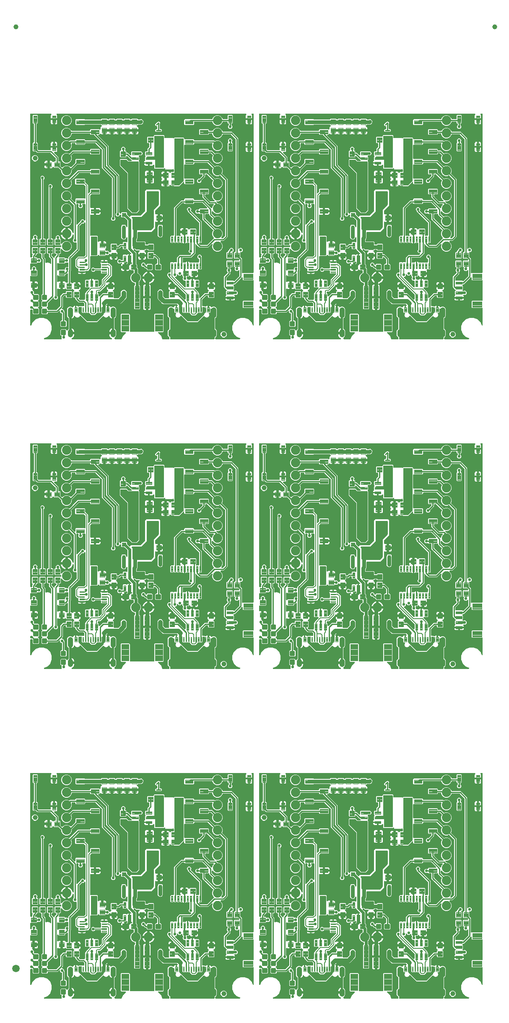
<source format=gtl>
G04 EAGLE Gerber RS-274X export*
G75*
%MOMM*%
%FSLAX34Y34*%
%LPD*%
%INTop Copper*%
%IPPOS*%
%AMOC8*
5,1,8,0,0,1.08239X$1,22.5*%
G01*
%ADD10C,0.279400*%
%ADD11C,0.100000*%
%ADD12C,0.096000*%
%ADD13C,1.879600*%
%ADD14C,0.102000*%
%ADD15C,1.000000*%
%ADD16C,1.000000*%
%ADD17C,0.099059*%
%ADD18C,0.300000*%
%ADD19C,0.101600*%
%ADD20C,0.104000*%
%ADD21C,0.100800*%
%ADD22C,0.099000*%
%ADD23C,0.102869*%
%ADD24C,1.500000*%
%ADD25C,0.558800*%
%ADD26C,0.254000*%
%ADD27C,0.203200*%
%ADD28C,0.762000*%
%ADD29C,0.508000*%
%ADD30C,0.558800*%
%ADD31C,0.889000*%
%ADD32C,0.304800*%

G36*
X65239Y1333772D02*
X65239Y1333772D01*
X65377Y1333785D01*
X65396Y1333792D01*
X65416Y1333795D01*
X65545Y1333846D01*
X65676Y1333893D01*
X65693Y1333904D01*
X65712Y1333912D01*
X65824Y1333993D01*
X65939Y1334071D01*
X65953Y1334087D01*
X65969Y1334098D01*
X66058Y1334206D01*
X66150Y1334310D01*
X66159Y1334328D01*
X66172Y1334343D01*
X66231Y1334469D01*
X66295Y1334593D01*
X66299Y1334613D01*
X66308Y1334631D01*
X66334Y1334767D01*
X66364Y1334903D01*
X66364Y1334924D01*
X66367Y1334943D01*
X66359Y1335082D01*
X66354Y1335221D01*
X66349Y1335241D01*
X66348Y1335261D01*
X66305Y1335393D01*
X66266Y1335527D01*
X66256Y1335544D01*
X66250Y1335563D01*
X66175Y1335681D01*
X66104Y1335801D01*
X66086Y1335822D01*
X66079Y1335832D01*
X66064Y1335846D01*
X66039Y1335875D01*
X66039Y1339274D01*
X66118Y1339369D01*
X66127Y1339388D01*
X66139Y1339404D01*
X66194Y1339532D01*
X66254Y1339657D01*
X66257Y1339677D01*
X66265Y1339696D01*
X66287Y1339833D01*
X66313Y1339970D01*
X66312Y1339990D01*
X66315Y1340010D01*
X66302Y1340148D01*
X66294Y1340287D01*
X66287Y1340306D01*
X66285Y1340326D01*
X66238Y1340457D01*
X66196Y1340589D01*
X66185Y1340607D01*
X66178Y1340626D01*
X66100Y1340741D01*
X66025Y1340858D01*
X66011Y1340872D01*
X65999Y1340889D01*
X65895Y1340981D01*
X65794Y1341076D01*
X65776Y1341086D01*
X65761Y1341099D01*
X65637Y1341162D01*
X65515Y1341230D01*
X65496Y1341235D01*
X65478Y1341244D01*
X65342Y1341274D01*
X65214Y1341307D01*
X63579Y1342942D01*
X63579Y1352238D01*
X65202Y1353861D01*
X74498Y1353861D01*
X76342Y1352017D01*
X76381Y1351986D01*
X76415Y1351949D01*
X76506Y1351889D01*
X76593Y1351822D01*
X76639Y1351802D01*
X76680Y1351775D01*
X76784Y1351739D01*
X76885Y1351695D01*
X76934Y1351687D01*
X76981Y1351671D01*
X77090Y1351663D01*
X77199Y1351645D01*
X77249Y1351650D01*
X77298Y1351646D01*
X77406Y1351665D01*
X77516Y1351675D01*
X77562Y1351692D01*
X77611Y1351701D01*
X77712Y1351746D01*
X77815Y1351783D01*
X77856Y1351811D01*
X77901Y1351831D01*
X77987Y1351900D01*
X78078Y1351961D01*
X78111Y1351999D01*
X78150Y1352030D01*
X78216Y1352117D01*
X78289Y1352200D01*
X78311Y1352244D01*
X78341Y1352284D01*
X78412Y1352428D01*
X78484Y1352602D01*
X80146Y1354264D01*
X80206Y1354342D01*
X80274Y1354414D01*
X80303Y1354467D01*
X80340Y1354515D01*
X80380Y1354606D01*
X80428Y1354693D01*
X80443Y1354751D01*
X80467Y1354807D01*
X80482Y1354905D01*
X80507Y1355000D01*
X80513Y1355101D01*
X80517Y1355121D01*
X80515Y1355133D01*
X80517Y1355161D01*
X80517Y1376239D01*
X80505Y1376337D01*
X80502Y1376436D01*
X80485Y1376494D01*
X80477Y1376554D01*
X80441Y1376646D01*
X80413Y1376742D01*
X80383Y1376794D01*
X80360Y1376850D01*
X80302Y1376930D01*
X80252Y1377015D01*
X80186Y1377091D01*
X80174Y1377107D01*
X80164Y1377115D01*
X80146Y1377136D01*
X78484Y1378798D01*
X77529Y1381103D01*
X77529Y1394597D01*
X78484Y1396902D01*
X80248Y1398666D01*
X82553Y1399621D01*
X85047Y1399621D01*
X87385Y1398652D01*
X87404Y1398638D01*
X87505Y1398552D01*
X87529Y1398541D01*
X87550Y1398524D01*
X87672Y1398471D01*
X87791Y1398414D01*
X87818Y1398408D01*
X87842Y1398398D01*
X87973Y1398377D01*
X88103Y1398351D01*
X88130Y1398352D01*
X88156Y1398348D01*
X88288Y1398360D01*
X88421Y1398367D01*
X88446Y1398375D01*
X88473Y1398378D01*
X88598Y1398422D01*
X88724Y1398462D01*
X88747Y1398476D01*
X88772Y1398485D01*
X88882Y1398560D01*
X88995Y1398629D01*
X89013Y1398649D01*
X89035Y1398664D01*
X89123Y1398763D01*
X89215Y1398859D01*
X89228Y1398882D01*
X89246Y1398902D01*
X89306Y1399020D01*
X89371Y1399136D01*
X89383Y1399172D01*
X89390Y1399185D01*
X89395Y1399206D01*
X89414Y1399262D01*
X89819Y1399963D01*
X90387Y1400531D01*
X91082Y1400933D01*
X91858Y1401141D01*
X93251Y1401141D01*
X93251Y1398270D01*
X93266Y1398152D01*
X93273Y1398033D01*
X93285Y1397995D01*
X93291Y1397954D01*
X93334Y1397844D01*
X93371Y1397731D01*
X93393Y1397696D01*
X93408Y1397659D01*
X93477Y1397563D01*
X93541Y1397462D01*
X93571Y1397434D01*
X93594Y1397401D01*
X93686Y1397325D01*
X93773Y1397244D01*
X93808Y1397224D01*
X93839Y1397199D01*
X93947Y1397148D01*
X94051Y1397090D01*
X94091Y1397080D01*
X94127Y1397063D01*
X94244Y1397041D01*
X94359Y1397011D01*
X94419Y1397007D01*
X94439Y1397003D01*
X94460Y1397005D01*
X94520Y1397001D01*
X94980Y1397001D01*
X95098Y1397016D01*
X95217Y1397023D01*
X95255Y1397036D01*
X95296Y1397041D01*
X95406Y1397084D01*
X95519Y1397121D01*
X95554Y1397143D01*
X95591Y1397158D01*
X95687Y1397227D01*
X95788Y1397291D01*
X95816Y1397321D01*
X95849Y1397344D01*
X95925Y1397436D01*
X96006Y1397523D01*
X96026Y1397558D01*
X96051Y1397589D01*
X96102Y1397697D01*
X96160Y1397801D01*
X96170Y1397841D01*
X96187Y1397877D01*
X96209Y1397994D01*
X96239Y1398109D01*
X96243Y1398169D01*
X96247Y1398189D01*
X96245Y1398210D01*
X96249Y1398270D01*
X96249Y1401141D01*
X97642Y1401141D01*
X98418Y1400933D01*
X99113Y1400531D01*
X99242Y1400402D01*
X99336Y1400329D01*
X99426Y1400250D01*
X99462Y1400232D01*
X99493Y1400207D01*
X99603Y1400160D01*
X99709Y1400106D01*
X99748Y1400097D01*
X99785Y1400081D01*
X99903Y1400062D01*
X100019Y1400036D01*
X100060Y1400037D01*
X100099Y1400031D01*
X100218Y1400042D01*
X100337Y1400046D01*
X100376Y1400057D01*
X100416Y1400061D01*
X100528Y1400101D01*
X100642Y1400134D01*
X100677Y1400155D01*
X100715Y1400168D01*
X100726Y1400176D01*
X110690Y1400176D01*
X110808Y1400191D01*
X110927Y1400198D01*
X110965Y1400211D01*
X111006Y1400216D01*
X111116Y1400259D01*
X111229Y1400296D01*
X111264Y1400318D01*
X111301Y1400333D01*
X111397Y1400402D01*
X111498Y1400466D01*
X111526Y1400496D01*
X111559Y1400519D01*
X111635Y1400611D01*
X111716Y1400698D01*
X111736Y1400733D01*
X111761Y1400764D01*
X111812Y1400872D01*
X111870Y1400976D01*
X111880Y1401016D01*
X111897Y1401052D01*
X111919Y1401169D01*
X111949Y1401284D01*
X111953Y1401344D01*
X111957Y1401364D01*
X111955Y1401385D01*
X111959Y1401445D01*
X111959Y1405382D01*
X111947Y1405480D01*
X111944Y1405579D01*
X111927Y1405637D01*
X111919Y1405697D01*
X111883Y1405789D01*
X111855Y1405885D01*
X111825Y1405937D01*
X111802Y1405993D01*
X111744Y1406073D01*
X111694Y1406158D01*
X111628Y1406234D01*
X111616Y1406250D01*
X111606Y1406258D01*
X111588Y1406279D01*
X109809Y1408058D01*
X109731Y1408118D01*
X109659Y1408186D01*
X109606Y1408215D01*
X109558Y1408252D01*
X109467Y1408292D01*
X109380Y1408340D01*
X109322Y1408355D01*
X109266Y1408379D01*
X109168Y1408394D01*
X109073Y1408419D01*
X108972Y1408425D01*
X108952Y1408429D01*
X108940Y1408427D01*
X108912Y1408429D01*
X100548Y1408429D01*
X93979Y1414998D01*
X93979Y1416020D01*
X93964Y1416138D01*
X93957Y1416257D01*
X93944Y1416295D01*
X93939Y1416336D01*
X93896Y1416446D01*
X93859Y1416559D01*
X93837Y1416594D01*
X93822Y1416631D01*
X93753Y1416727D01*
X93689Y1416828D01*
X93659Y1416856D01*
X93636Y1416889D01*
X93544Y1416965D01*
X93457Y1417046D01*
X93422Y1417066D01*
X93391Y1417091D01*
X93283Y1417142D01*
X93179Y1417200D01*
X93139Y1417210D01*
X93103Y1417227D01*
X92986Y1417249D01*
X92871Y1417279D01*
X92811Y1417283D01*
X92791Y1417287D01*
X92770Y1417285D01*
X92710Y1417289D01*
X91287Y1417289D01*
X90249Y1418327D01*
X90249Y1429793D01*
X91529Y1431073D01*
X91610Y1431178D01*
X91695Y1431278D01*
X91707Y1431303D01*
X91723Y1431324D01*
X91776Y1431446D01*
X91834Y1431565D01*
X91839Y1431591D01*
X91850Y1431616D01*
X91871Y1431747D01*
X91897Y1431876D01*
X91895Y1431903D01*
X91900Y1431930D01*
X91887Y1432062D01*
X91880Y1432194D01*
X91872Y1432220D01*
X91870Y1432247D01*
X91825Y1432371D01*
X91786Y1432498D01*
X91771Y1432520D01*
X91762Y1432546D01*
X91688Y1432655D01*
X91618Y1432768D01*
X91599Y1432787D01*
X91584Y1432809D01*
X91485Y1432896D01*
X91389Y1432988D01*
X91365Y1433002D01*
X91345Y1433019D01*
X91227Y1433080D01*
X91112Y1433145D01*
X91076Y1433157D01*
X91062Y1433164D01*
X91041Y1433169D01*
X90959Y1433196D01*
X90846Y1433227D01*
X90153Y1433627D01*
X89587Y1434193D01*
X89254Y1434770D01*
X89178Y1434870D01*
X89107Y1434974D01*
X89082Y1434996D01*
X89061Y1435023D01*
X88963Y1435101D01*
X88869Y1435185D01*
X88839Y1435200D01*
X88812Y1435221D01*
X88697Y1435272D01*
X88585Y1435329D01*
X88553Y1435337D01*
X88522Y1435350D01*
X88398Y1435371D01*
X88275Y1435399D01*
X88241Y1435398D01*
X88208Y1435403D01*
X88083Y1435393D01*
X87957Y1435389D01*
X87925Y1435380D01*
X87891Y1435377D01*
X87773Y1435336D01*
X87652Y1435301D01*
X87623Y1435284D01*
X87591Y1435273D01*
X87486Y1435203D01*
X87378Y1435139D01*
X87341Y1435107D01*
X87326Y1435097D01*
X87311Y1435081D01*
X87257Y1435033D01*
X86513Y1434289D01*
X76047Y1434289D01*
X74749Y1435587D01*
X74660Y1435656D01*
X74577Y1435731D01*
X74535Y1435753D01*
X74498Y1435782D01*
X74395Y1435826D01*
X74295Y1435878D01*
X74249Y1435889D01*
X74206Y1435908D01*
X74095Y1435926D01*
X73986Y1435951D01*
X73939Y1435950D01*
X73892Y1435958D01*
X73780Y1435947D01*
X73668Y1435945D01*
X73622Y1435932D01*
X73575Y1435928D01*
X73469Y1435890D01*
X73361Y1435860D01*
X73296Y1435828D01*
X73276Y1435820D01*
X73261Y1435810D01*
X73217Y1435788D01*
X72774Y1435532D01*
X72000Y1435325D01*
X68849Y1435325D01*
X68849Y1441636D01*
X68834Y1441754D01*
X68827Y1441873D01*
X68814Y1441911D01*
X68809Y1441951D01*
X68766Y1442062D01*
X68729Y1442175D01*
X68707Y1442209D01*
X68692Y1442247D01*
X68623Y1442343D01*
X68559Y1442444D01*
X68529Y1442472D01*
X68506Y1442504D01*
X68414Y1442580D01*
X68327Y1442662D01*
X68292Y1442681D01*
X68261Y1442707D01*
X68153Y1442758D01*
X68049Y1442815D01*
X68009Y1442825D01*
X67973Y1442843D01*
X67866Y1442863D01*
X67896Y1442867D01*
X68006Y1442911D01*
X68119Y1442947D01*
X68154Y1442969D01*
X68191Y1442984D01*
X68287Y1443054D01*
X68388Y1443117D01*
X68416Y1443147D01*
X68449Y1443171D01*
X68525Y1443262D01*
X68606Y1443349D01*
X68626Y1443384D01*
X68651Y1443416D01*
X68702Y1443523D01*
X68760Y1443628D01*
X68770Y1443667D01*
X68787Y1443703D01*
X68809Y1443820D01*
X68839Y1443936D01*
X68843Y1443996D01*
X68847Y1444016D01*
X68845Y1444036D01*
X68849Y1444096D01*
X68849Y1450407D01*
X72000Y1450407D01*
X72774Y1450200D01*
X73467Y1449799D01*
X74033Y1449233D01*
X74476Y1448465D01*
X74540Y1448381D01*
X74597Y1448292D01*
X74636Y1448255D01*
X74669Y1448212D01*
X74752Y1448146D01*
X74828Y1448074D01*
X74876Y1448048D01*
X74918Y1448014D01*
X75014Y1447971D01*
X75107Y1447920D01*
X75159Y1447907D01*
X75208Y1447885D01*
X75313Y1447867D01*
X75415Y1447841D01*
X75500Y1447836D01*
X75522Y1447832D01*
X75537Y1447833D01*
X75576Y1447831D01*
X77470Y1447831D01*
X77588Y1447846D01*
X77707Y1447853D01*
X77745Y1447866D01*
X77786Y1447871D01*
X77896Y1447914D01*
X78009Y1447951D01*
X78044Y1447973D01*
X78081Y1447988D01*
X78177Y1448057D01*
X78278Y1448121D01*
X78306Y1448151D01*
X78339Y1448174D01*
X78415Y1448266D01*
X78496Y1448353D01*
X78516Y1448388D01*
X78541Y1448419D01*
X78592Y1448527D01*
X78650Y1448631D01*
X78660Y1448671D01*
X78677Y1448707D01*
X78699Y1448824D01*
X78729Y1448939D01*
X78733Y1448999D01*
X78737Y1449019D01*
X78735Y1449040D01*
X78739Y1449100D01*
X78739Y1465780D01*
X78722Y1465917D01*
X78721Y1465923D01*
X78717Y1465994D01*
X78714Y1466003D01*
X78709Y1466056D01*
X78702Y1466075D01*
X78699Y1466095D01*
X78648Y1466224D01*
X78601Y1466356D01*
X78590Y1466372D01*
X78582Y1466391D01*
X78501Y1466504D01*
X78423Y1466619D01*
X78407Y1466632D01*
X78396Y1466648D01*
X78288Y1466737D01*
X78184Y1466829D01*
X78166Y1466838D01*
X78151Y1466851D01*
X78025Y1466911D01*
X77901Y1466974D01*
X77881Y1466978D01*
X77863Y1466987D01*
X77726Y1467013D01*
X77591Y1467043D01*
X77570Y1467043D01*
X77551Y1467047D01*
X77412Y1467038D01*
X77273Y1467034D01*
X77253Y1467028D01*
X77233Y1467027D01*
X77101Y1466984D01*
X76967Y1466945D01*
X76950Y1466935D01*
X76931Y1466929D01*
X76837Y1466870D01*
X76836Y1466869D01*
X76831Y1466866D01*
X76813Y1466854D01*
X76693Y1466784D01*
X76672Y1466765D01*
X76662Y1466759D01*
X76648Y1466744D01*
X76573Y1466677D01*
X75220Y1465325D01*
X74640Y1465325D01*
X74522Y1465310D01*
X74403Y1465303D01*
X74365Y1465290D01*
X74324Y1465285D01*
X74214Y1465242D01*
X74101Y1465205D01*
X74066Y1465183D01*
X74029Y1465168D01*
X73933Y1465099D01*
X73832Y1465035D01*
X73804Y1465005D01*
X73771Y1464982D01*
X73695Y1464890D01*
X73614Y1464803D01*
X73594Y1464768D01*
X73569Y1464737D01*
X73518Y1464629D01*
X73460Y1464525D01*
X73450Y1464485D01*
X73433Y1464449D01*
X73411Y1464332D01*
X73381Y1464217D01*
X73377Y1464157D01*
X73373Y1464137D01*
X73375Y1464116D01*
X73371Y1464056D01*
X73371Y1462633D01*
X72333Y1461595D01*
X60367Y1461595D01*
X59317Y1462644D01*
X59208Y1462729D01*
X59101Y1462818D01*
X59082Y1462827D01*
X59066Y1462839D01*
X58939Y1462895D01*
X58813Y1462954D01*
X58793Y1462958D01*
X58774Y1462966D01*
X58636Y1462988D01*
X58500Y1463014D01*
X58480Y1463012D01*
X58460Y1463015D01*
X58321Y1463002D01*
X58183Y1462994D01*
X58164Y1462988D01*
X58144Y1462986D01*
X58012Y1462938D01*
X57881Y1462896D01*
X57863Y1462885D01*
X57844Y1462878D01*
X57729Y1462800D01*
X57612Y1462726D01*
X57598Y1462711D01*
X57581Y1462699D01*
X57489Y1462595D01*
X57394Y1462494D01*
X57384Y1462476D01*
X57371Y1462461D01*
X57307Y1462337D01*
X57240Y1462215D01*
X57235Y1462196D01*
X57226Y1462178D01*
X57196Y1462042D01*
X57161Y1461908D01*
X57159Y1461879D01*
X57156Y1461868D01*
X57157Y1461847D01*
X57151Y1461747D01*
X57151Y1450781D01*
X57168Y1450643D01*
X57181Y1450504D01*
X57188Y1450486D01*
X57191Y1450466D01*
X57242Y1450336D01*
X57289Y1450205D01*
X57300Y1450189D01*
X57308Y1450170D01*
X57389Y1450057D01*
X57468Y1449942D01*
X57483Y1449929D01*
X57494Y1449913D01*
X57602Y1449824D01*
X57706Y1449732D01*
X57724Y1449723D01*
X57739Y1449710D01*
X57865Y1449651D01*
X57990Y1449587D01*
X58009Y1449583D01*
X58027Y1449574D01*
X58163Y1449548D01*
X58300Y1449518D01*
X58320Y1449518D01*
X58339Y1449515D01*
X58478Y1449523D01*
X58618Y1449527D01*
X58637Y1449533D01*
X58657Y1449534D01*
X58789Y1449577D01*
X58923Y1449616D01*
X58940Y1449626D01*
X58959Y1449632D01*
X59077Y1449707D01*
X59197Y1449778D01*
X59200Y1449780D01*
X59926Y1450200D01*
X60700Y1450407D01*
X63851Y1450407D01*
X63851Y1444096D01*
X63866Y1443978D01*
X63873Y1443859D01*
X63885Y1443821D01*
X63891Y1443781D01*
X63934Y1443670D01*
X63971Y1443557D01*
X63993Y1443523D01*
X64008Y1443485D01*
X64077Y1443389D01*
X64141Y1443288D01*
X64171Y1443260D01*
X64194Y1443228D01*
X64286Y1443152D01*
X64373Y1443070D01*
X64408Y1443051D01*
X64439Y1443025D01*
X64547Y1442974D01*
X64651Y1442917D01*
X64691Y1442907D01*
X64727Y1442889D01*
X64834Y1442869D01*
X64804Y1442865D01*
X64694Y1442821D01*
X64581Y1442785D01*
X64546Y1442763D01*
X64509Y1442748D01*
X64412Y1442678D01*
X64312Y1442615D01*
X64284Y1442585D01*
X64251Y1442561D01*
X64175Y1442470D01*
X64094Y1442383D01*
X64074Y1442348D01*
X64049Y1442316D01*
X63998Y1442209D01*
X63940Y1442104D01*
X63930Y1442065D01*
X63913Y1442029D01*
X63891Y1441912D01*
X63861Y1441796D01*
X63857Y1441736D01*
X63853Y1441716D01*
X63855Y1441696D01*
X63851Y1441636D01*
X63851Y1435325D01*
X60700Y1435325D01*
X59926Y1435532D01*
X59152Y1435979D01*
X59101Y1436022D01*
X59082Y1436031D01*
X59067Y1436043D01*
X58939Y1436098D01*
X58813Y1436158D01*
X58793Y1436161D01*
X58775Y1436169D01*
X58637Y1436191D01*
X58500Y1436217D01*
X58481Y1436216D01*
X58461Y1436219D01*
X58322Y1436206D01*
X58183Y1436198D01*
X58164Y1436192D01*
X58144Y1436190D01*
X58013Y1436143D01*
X57881Y1436100D01*
X57864Y1436089D01*
X57845Y1436082D01*
X57730Y1436004D01*
X57612Y1435930D01*
X57598Y1435915D01*
X57582Y1435904D01*
X57490Y1435800D01*
X57394Y1435698D01*
X57384Y1435680D01*
X57371Y1435665D01*
X57308Y1435541D01*
X57240Y1435419D01*
X57235Y1435400D01*
X57226Y1435382D01*
X57196Y1435246D01*
X57161Y1435111D01*
X57159Y1435084D01*
X57157Y1435072D01*
X57157Y1435052D01*
X57151Y1434951D01*
X57151Y1421677D01*
X57163Y1421579D01*
X57166Y1421480D01*
X57183Y1421421D01*
X57191Y1421361D01*
X57227Y1421269D01*
X57255Y1421174D01*
X57285Y1421122D01*
X57308Y1421066D01*
X57366Y1420986D01*
X57416Y1420900D01*
X57482Y1420825D01*
X57494Y1420808D01*
X57504Y1420800D01*
X57522Y1420779D01*
X58675Y1419627D01*
X58675Y1416260D01*
X56294Y1413879D01*
X52926Y1413879D01*
X50545Y1416260D01*
X50545Y1416878D01*
X50528Y1417016D01*
X50515Y1417156D01*
X50508Y1417174D01*
X50505Y1417193D01*
X50454Y1417323D01*
X50407Y1417455D01*
X50396Y1417471D01*
X50388Y1417489D01*
X50306Y1417602D01*
X50228Y1417718D01*
X50213Y1417731D01*
X50202Y1417746D01*
X50094Y1417835D01*
X49989Y1417928D01*
X49972Y1417937D01*
X49957Y1417949D01*
X49831Y1418009D01*
X49706Y1418072D01*
X49686Y1418077D01*
X49669Y1418085D01*
X49532Y1418111D01*
X49395Y1418142D01*
X49376Y1418141D01*
X49357Y1418145D01*
X49217Y1418136D01*
X49077Y1418132D01*
X49059Y1418126D01*
X49039Y1418125D01*
X48907Y1418082D01*
X48772Y1418043D01*
X48755Y1418033D01*
X48737Y1418027D01*
X48667Y1417983D01*
X48651Y1417976D01*
X48612Y1417948D01*
X48498Y1417881D01*
X48478Y1417863D01*
X48468Y1417857D01*
X48454Y1417842D01*
X48400Y1417794D01*
X48394Y1417790D01*
X48390Y1417786D01*
X48378Y1417774D01*
X48365Y1417762D01*
X38272Y1407669D01*
X38212Y1407591D01*
X38144Y1407519D01*
X38115Y1407466D01*
X38078Y1407418D01*
X38038Y1407327D01*
X37990Y1407240D01*
X37975Y1407182D01*
X37951Y1407126D01*
X37936Y1407028D01*
X37911Y1406933D01*
X37905Y1406832D01*
X37901Y1406812D01*
X37903Y1406800D01*
X37901Y1406772D01*
X37901Y1399972D01*
X36461Y1398533D01*
X36388Y1398438D01*
X36309Y1398349D01*
X36291Y1398313D01*
X36266Y1398281D01*
X36219Y1398172D01*
X36165Y1398066D01*
X36156Y1398027D01*
X36140Y1397989D01*
X36121Y1397872D01*
X36095Y1397756D01*
X36096Y1397715D01*
X36090Y1397675D01*
X36101Y1397557D01*
X36105Y1397438D01*
X36116Y1397399D01*
X36120Y1397359D01*
X36160Y1397246D01*
X36193Y1397132D01*
X36213Y1397098D01*
X36227Y1397059D01*
X36294Y1396961D01*
X36354Y1396858D01*
X36394Y1396813D01*
X36406Y1396796D01*
X36421Y1396783D01*
X36461Y1396738D01*
X37901Y1395298D01*
X37901Y1394460D01*
X37916Y1394342D01*
X37923Y1394223D01*
X37936Y1394185D01*
X37941Y1394144D01*
X37984Y1394034D01*
X38021Y1393921D01*
X38043Y1393886D01*
X38058Y1393849D01*
X38127Y1393753D01*
X38191Y1393652D01*
X38221Y1393624D01*
X38244Y1393591D01*
X38336Y1393515D01*
X38423Y1393434D01*
X38458Y1393414D01*
X38489Y1393389D01*
X38597Y1393338D01*
X38701Y1393280D01*
X38741Y1393270D01*
X38777Y1393253D01*
X38894Y1393231D01*
X39009Y1393201D01*
X39069Y1393197D01*
X39089Y1393193D01*
X39110Y1393195D01*
X39170Y1393191D01*
X55572Y1393191D01*
X55670Y1393203D01*
X55769Y1393206D01*
X55827Y1393223D01*
X55887Y1393231D01*
X55979Y1393267D01*
X56075Y1393295D01*
X56127Y1393325D01*
X56183Y1393348D01*
X56263Y1393406D01*
X56348Y1393456D01*
X56424Y1393522D01*
X56440Y1393534D01*
X56448Y1393544D01*
X56469Y1393562D01*
X63128Y1400221D01*
X63188Y1400299D01*
X63256Y1400371D01*
X63285Y1400424D01*
X63322Y1400472D01*
X63362Y1400563D01*
X63410Y1400650D01*
X63425Y1400708D01*
X63449Y1400764D01*
X63464Y1400862D01*
X63489Y1400957D01*
X63495Y1401058D01*
X63499Y1401078D01*
X63497Y1401090D01*
X63499Y1401118D01*
X63499Y1420912D01*
X69188Y1426601D01*
X73740Y1426601D01*
X73858Y1426616D01*
X73977Y1426623D01*
X74015Y1426636D01*
X74056Y1426641D01*
X74166Y1426684D01*
X74279Y1426721D01*
X74314Y1426743D01*
X74351Y1426758D01*
X74447Y1426827D01*
X74548Y1426891D01*
X74576Y1426921D01*
X74609Y1426944D01*
X74685Y1427036D01*
X74766Y1427123D01*
X74786Y1427158D01*
X74811Y1427189D01*
X74862Y1427297D01*
X74920Y1427401D01*
X74930Y1427441D01*
X74947Y1427477D01*
X74969Y1427594D01*
X74999Y1427709D01*
X75003Y1427769D01*
X75007Y1427789D01*
X75005Y1427810D01*
X75009Y1427870D01*
X75009Y1429793D01*
X76047Y1430831D01*
X86513Y1430831D01*
X87551Y1429793D01*
X87551Y1418327D01*
X86513Y1417289D01*
X76047Y1417289D01*
X75009Y1418327D01*
X75009Y1420250D01*
X74994Y1420368D01*
X74987Y1420487D01*
X74974Y1420525D01*
X74969Y1420566D01*
X74926Y1420676D01*
X74889Y1420789D01*
X74867Y1420824D01*
X74852Y1420861D01*
X74783Y1420957D01*
X74719Y1421058D01*
X74689Y1421086D01*
X74666Y1421119D01*
X74574Y1421195D01*
X74487Y1421276D01*
X74452Y1421296D01*
X74421Y1421321D01*
X74313Y1421372D01*
X74209Y1421430D01*
X74169Y1421440D01*
X74133Y1421457D01*
X74016Y1421479D01*
X73901Y1421509D01*
X73841Y1421513D01*
X73821Y1421517D01*
X73800Y1421515D01*
X73740Y1421519D01*
X71818Y1421519D01*
X71720Y1421507D01*
X71621Y1421504D01*
X71563Y1421487D01*
X71503Y1421479D01*
X71411Y1421443D01*
X71315Y1421415D01*
X71263Y1421385D01*
X71207Y1421362D01*
X71127Y1421304D01*
X71042Y1421254D01*
X70966Y1421188D01*
X70950Y1421176D01*
X70942Y1421166D01*
X70921Y1421148D01*
X68952Y1419179D01*
X68892Y1419101D01*
X68824Y1419029D01*
X68795Y1418976D01*
X68758Y1418928D01*
X68718Y1418837D01*
X68670Y1418750D01*
X68655Y1418692D01*
X68631Y1418636D01*
X68616Y1418538D01*
X68591Y1418443D01*
X68585Y1418342D01*
X68581Y1418322D01*
X68583Y1418310D01*
X68581Y1418282D01*
X68581Y1398488D01*
X66975Y1396881D01*
X66889Y1396772D01*
X66801Y1396665D01*
X66792Y1396646D01*
X66780Y1396630D01*
X66724Y1396502D01*
X66665Y1396377D01*
X66661Y1396357D01*
X66653Y1396338D01*
X66631Y1396200D01*
X66605Y1396064D01*
X66607Y1396044D01*
X66603Y1396024D01*
X66617Y1395885D01*
X66625Y1395747D01*
X66631Y1395728D01*
X66633Y1395708D01*
X66680Y1395576D01*
X66723Y1395445D01*
X66734Y1395427D01*
X66741Y1395408D01*
X66819Y1395293D01*
X66893Y1395176D01*
X66908Y1395162D01*
X66919Y1395145D01*
X67024Y1395053D01*
X67125Y1394958D01*
X67143Y1394948D01*
X67158Y1394935D01*
X67282Y1394871D01*
X67403Y1394804D01*
X67423Y1394799D01*
X67441Y1394790D01*
X67577Y1394760D01*
X67711Y1394725D01*
X67739Y1394723D01*
X67751Y1394720D01*
X67772Y1394721D01*
X67872Y1394715D01*
X68994Y1394715D01*
X71375Y1392334D01*
X71375Y1390704D01*
X71387Y1390606D01*
X71390Y1390507D01*
X71407Y1390449D01*
X71415Y1390389D01*
X71451Y1390297D01*
X71479Y1390201D01*
X71509Y1390149D01*
X71532Y1390093D01*
X71590Y1390013D01*
X71640Y1389928D01*
X71706Y1389852D01*
X71718Y1389836D01*
X71728Y1389828D01*
X71746Y1389807D01*
X72391Y1389162D01*
X72391Y1372670D01*
X72406Y1372552D01*
X72413Y1372433D01*
X72426Y1372395D01*
X72431Y1372354D01*
X72474Y1372244D01*
X72511Y1372131D01*
X72533Y1372096D01*
X72548Y1372059D01*
X72617Y1371963D01*
X72681Y1371862D01*
X72711Y1371834D01*
X72734Y1371801D01*
X72826Y1371725D01*
X72913Y1371644D01*
X72948Y1371624D01*
X72979Y1371599D01*
X73087Y1371548D01*
X73191Y1371490D01*
X73231Y1371480D01*
X73267Y1371463D01*
X73384Y1371441D01*
X73499Y1371411D01*
X73559Y1371407D01*
X73579Y1371403D01*
X73600Y1371405D01*
X73660Y1371401D01*
X74498Y1371401D01*
X76121Y1369778D01*
X76121Y1360482D01*
X74498Y1358859D01*
X65202Y1358859D01*
X63579Y1360482D01*
X63579Y1369778D01*
X65202Y1371401D01*
X66040Y1371401D01*
X66158Y1371416D01*
X66277Y1371423D01*
X66315Y1371436D01*
X66356Y1371441D01*
X66466Y1371484D01*
X66579Y1371521D01*
X66614Y1371543D01*
X66651Y1371558D01*
X66747Y1371627D01*
X66848Y1371691D01*
X66876Y1371721D01*
X66909Y1371744D01*
X66985Y1371836D01*
X67066Y1371923D01*
X67086Y1371958D01*
X67111Y1371989D01*
X67162Y1372097D01*
X67220Y1372201D01*
X67230Y1372241D01*
X67247Y1372277D01*
X67269Y1372394D01*
X67299Y1372509D01*
X67303Y1372569D01*
X67307Y1372589D01*
X67305Y1372610D01*
X67309Y1372670D01*
X67309Y1385316D01*
X67294Y1385434D01*
X67287Y1385553D01*
X67274Y1385591D01*
X67269Y1385632D01*
X67226Y1385742D01*
X67189Y1385855D01*
X67167Y1385890D01*
X67152Y1385927D01*
X67083Y1386023D01*
X67019Y1386124D01*
X66989Y1386152D01*
X66966Y1386185D01*
X66874Y1386261D01*
X66787Y1386342D01*
X66752Y1386362D01*
X66721Y1386387D01*
X66613Y1386438D01*
X66509Y1386496D01*
X66469Y1386506D01*
X66433Y1386523D01*
X66316Y1386545D01*
X66201Y1386575D01*
X66141Y1386579D01*
X66121Y1386583D01*
X66100Y1386581D01*
X66040Y1386585D01*
X65626Y1386585D01*
X63245Y1388966D01*
X63245Y1390088D01*
X63228Y1390225D01*
X63215Y1390364D01*
X63208Y1390383D01*
X63205Y1390403D01*
X63154Y1390532D01*
X63107Y1390664D01*
X63096Y1390680D01*
X63088Y1390699D01*
X63007Y1390812D01*
X62929Y1390927D01*
X62913Y1390940D01*
X62902Y1390956D01*
X62794Y1391045D01*
X62690Y1391137D01*
X62672Y1391146D01*
X62657Y1391159D01*
X62531Y1391219D01*
X62407Y1391282D01*
X62387Y1391286D01*
X62369Y1391295D01*
X62233Y1391321D01*
X62097Y1391351D01*
X62076Y1391351D01*
X62057Y1391355D01*
X61918Y1391346D01*
X61779Y1391342D01*
X61759Y1391336D01*
X61739Y1391335D01*
X61607Y1391292D01*
X61473Y1391253D01*
X61456Y1391243D01*
X61437Y1391237D01*
X61319Y1391162D01*
X61199Y1391092D01*
X61178Y1391073D01*
X61168Y1391067D01*
X61154Y1391052D01*
X61079Y1390985D01*
X58202Y1388109D01*
X39170Y1388109D01*
X39052Y1388094D01*
X38933Y1388087D01*
X38895Y1388074D01*
X38854Y1388069D01*
X38744Y1388026D01*
X38631Y1387989D01*
X38596Y1387967D01*
X38559Y1387952D01*
X38463Y1387883D01*
X38362Y1387819D01*
X38334Y1387789D01*
X38301Y1387766D01*
X38225Y1387674D01*
X38144Y1387587D01*
X38124Y1387552D01*
X38099Y1387521D01*
X38048Y1387413D01*
X37990Y1387309D01*
X37980Y1387269D01*
X37963Y1387233D01*
X37941Y1387116D01*
X37911Y1387001D01*
X37907Y1386941D01*
X37903Y1386921D01*
X37905Y1386900D01*
X37901Y1386840D01*
X37901Y1386002D01*
X36278Y1384379D01*
X26982Y1384379D01*
X25359Y1386002D01*
X25359Y1395298D01*
X26799Y1396738D01*
X26872Y1396832D01*
X26951Y1396921D01*
X26969Y1396957D01*
X26994Y1396989D01*
X27041Y1397098D01*
X27095Y1397204D01*
X27104Y1397243D01*
X27120Y1397281D01*
X27139Y1397398D01*
X27165Y1397514D01*
X27164Y1397555D01*
X27170Y1397595D01*
X27159Y1397713D01*
X27155Y1397832D01*
X27144Y1397871D01*
X27140Y1397911D01*
X27100Y1398023D01*
X27067Y1398138D01*
X27047Y1398173D01*
X27033Y1398211D01*
X26966Y1398309D01*
X26905Y1398412D01*
X26866Y1398457D01*
X26854Y1398474D01*
X26839Y1398487D01*
X26799Y1398533D01*
X25359Y1399972D01*
X25359Y1409268D01*
X26799Y1410707D01*
X26872Y1410802D01*
X26951Y1410891D01*
X26969Y1410927D01*
X26994Y1410959D01*
X27041Y1411068D01*
X27095Y1411174D01*
X27104Y1411213D01*
X27120Y1411251D01*
X27139Y1411368D01*
X27165Y1411484D01*
X27164Y1411525D01*
X27170Y1411565D01*
X27159Y1411683D01*
X27155Y1411802D01*
X27144Y1411841D01*
X27140Y1411881D01*
X27100Y1411994D01*
X27067Y1412108D01*
X27047Y1412142D01*
X27033Y1412181D01*
X26966Y1412279D01*
X26906Y1412382D01*
X26866Y1412427D01*
X26854Y1412444D01*
X26839Y1412457D01*
X26799Y1412502D01*
X25359Y1413942D01*
X25359Y1423238D01*
X27002Y1424881D01*
X27041Y1424883D01*
X27079Y1424896D01*
X27120Y1424901D01*
X27230Y1424944D01*
X27343Y1424981D01*
X27378Y1425003D01*
X27415Y1425018D01*
X27511Y1425087D01*
X27612Y1425151D01*
X27640Y1425181D01*
X27673Y1425204D01*
X27749Y1425296D01*
X27830Y1425383D01*
X27850Y1425418D01*
X27875Y1425449D01*
X27926Y1425557D01*
X27984Y1425661D01*
X27994Y1425701D01*
X28011Y1425737D01*
X28033Y1425854D01*
X28063Y1425969D01*
X28067Y1426029D01*
X28071Y1426049D01*
X28069Y1426070D01*
X28073Y1426130D01*
X28073Y1494738D01*
X28061Y1494836D01*
X28058Y1494935D01*
X28041Y1494993D01*
X28033Y1495053D01*
X27997Y1495145D01*
X27969Y1495241D01*
X27939Y1495293D01*
X27916Y1495349D01*
X27858Y1495429D01*
X27808Y1495514D01*
X27742Y1495590D01*
X27730Y1495606D01*
X27720Y1495614D01*
X27702Y1495635D01*
X25399Y1497938D01*
X25399Y1504920D01*
X25384Y1505038D01*
X25377Y1505157D01*
X25364Y1505195D01*
X25359Y1505236D01*
X25316Y1505346D01*
X25279Y1505459D01*
X25257Y1505494D01*
X25242Y1505531D01*
X25173Y1505627D01*
X25109Y1505728D01*
X25079Y1505756D01*
X25056Y1505789D01*
X24964Y1505865D01*
X24877Y1505946D01*
X24842Y1505966D01*
X24811Y1505991D01*
X24703Y1506042D01*
X24599Y1506100D01*
X24559Y1506110D01*
X24523Y1506127D01*
X24406Y1506149D01*
X24291Y1506179D01*
X24231Y1506183D01*
X24211Y1506187D01*
X24190Y1506185D01*
X24130Y1506189D01*
X22707Y1506189D01*
X21669Y1507227D01*
X21669Y1518693D01*
X22707Y1519731D01*
X33173Y1519731D01*
X34211Y1518693D01*
X34211Y1507227D01*
X33173Y1506189D01*
X31750Y1506189D01*
X31632Y1506174D01*
X31513Y1506167D01*
X31475Y1506154D01*
X31434Y1506149D01*
X31324Y1506106D01*
X31211Y1506069D01*
X31176Y1506047D01*
X31139Y1506032D01*
X31043Y1505963D01*
X30942Y1505899D01*
X30914Y1505869D01*
X30881Y1505846D01*
X30805Y1505754D01*
X30724Y1505667D01*
X30704Y1505632D01*
X30679Y1505601D01*
X30628Y1505493D01*
X30570Y1505389D01*
X30560Y1505349D01*
X30543Y1505313D01*
X30521Y1505196D01*
X30491Y1505081D01*
X30487Y1505021D01*
X30483Y1505001D01*
X30485Y1504980D01*
X30481Y1504920D01*
X30481Y1500568D01*
X30493Y1500470D01*
X30496Y1500371D01*
X30513Y1500313D01*
X30521Y1500253D01*
X30557Y1500161D01*
X30585Y1500065D01*
X30615Y1500013D01*
X30638Y1499957D01*
X30696Y1499877D01*
X30746Y1499792D01*
X30812Y1499716D01*
X30824Y1499700D01*
X30834Y1499692D01*
X30852Y1499671D01*
X33155Y1497368D01*
X33155Y1489243D01*
X33161Y1489193D01*
X33159Y1489144D01*
X33181Y1489036D01*
X33195Y1488927D01*
X33213Y1488881D01*
X33223Y1488832D01*
X33271Y1488734D01*
X33312Y1488631D01*
X33341Y1488591D01*
X33363Y1488547D01*
X33434Y1488463D01*
X33498Y1488374D01*
X33537Y1488342D01*
X33569Y1488305D01*
X33659Y1488241D01*
X33743Y1488171D01*
X33788Y1488150D01*
X33829Y1488121D01*
X33932Y1488082D01*
X34031Y1488036D01*
X34080Y1488026D01*
X34126Y1488009D01*
X34236Y1487997D01*
X34343Y1487976D01*
X34393Y1487979D01*
X34442Y1487973D01*
X34551Y1487989D01*
X34661Y1487996D01*
X34708Y1488011D01*
X34757Y1488018D01*
X34910Y1488070D01*
X36901Y1488895D01*
X39299Y1488895D01*
X41515Y1487977D01*
X42977Y1486515D01*
X43086Y1486430D01*
X43193Y1486341D01*
X43212Y1486333D01*
X43228Y1486320D01*
X43356Y1486265D01*
X43481Y1486206D01*
X43501Y1486202D01*
X43520Y1486194D01*
X43658Y1486172D01*
X43794Y1486146D01*
X43814Y1486147D01*
X43834Y1486144D01*
X43973Y1486157D01*
X44111Y1486166D01*
X44130Y1486172D01*
X44150Y1486174D01*
X44282Y1486221D01*
X44413Y1486264D01*
X44431Y1486275D01*
X44450Y1486282D01*
X44565Y1486360D01*
X44682Y1486434D01*
X44696Y1486449D01*
X44713Y1486460D01*
X44805Y1486565D01*
X44900Y1486666D01*
X44910Y1486683D01*
X44923Y1486699D01*
X44987Y1486823D01*
X45054Y1486944D01*
X45059Y1486964D01*
X45068Y1486982D01*
X45098Y1487118D01*
X45133Y1487252D01*
X45135Y1487280D01*
X45138Y1487292D01*
X45137Y1487313D01*
X45143Y1487413D01*
X45143Y1495636D01*
X45131Y1495734D01*
X45128Y1495833D01*
X45111Y1495891D01*
X45103Y1495951D01*
X45067Y1496043D01*
X45039Y1496138D01*
X45009Y1496191D01*
X44986Y1496247D01*
X44928Y1496327D01*
X44878Y1496412D01*
X44812Y1496488D01*
X44800Y1496504D01*
X44790Y1496512D01*
X44772Y1496533D01*
X42499Y1498805D01*
X40639Y1500665D01*
X40639Y1504920D01*
X40624Y1505038D01*
X40617Y1505157D01*
X40604Y1505195D01*
X40599Y1505236D01*
X40556Y1505346D01*
X40519Y1505459D01*
X40497Y1505494D01*
X40482Y1505531D01*
X40413Y1505627D01*
X40349Y1505728D01*
X40319Y1505756D01*
X40296Y1505789D01*
X40204Y1505865D01*
X40117Y1505946D01*
X40082Y1505966D01*
X40051Y1505991D01*
X39943Y1506042D01*
X39839Y1506100D01*
X39799Y1506110D01*
X39763Y1506127D01*
X39646Y1506149D01*
X39531Y1506179D01*
X39471Y1506183D01*
X39451Y1506187D01*
X39430Y1506185D01*
X39370Y1506189D01*
X37947Y1506189D01*
X36909Y1507227D01*
X36909Y1518693D01*
X37947Y1519731D01*
X48413Y1519731D01*
X49451Y1518693D01*
X49451Y1507227D01*
X48413Y1506189D01*
X46990Y1506189D01*
X46872Y1506174D01*
X46753Y1506167D01*
X46715Y1506154D01*
X46674Y1506149D01*
X46564Y1506106D01*
X46451Y1506069D01*
X46416Y1506047D01*
X46379Y1506032D01*
X46283Y1505963D01*
X46182Y1505899D01*
X46154Y1505869D01*
X46121Y1505846D01*
X46045Y1505754D01*
X45964Y1505667D01*
X45944Y1505632D01*
X45919Y1505601D01*
X45868Y1505493D01*
X45810Y1505389D01*
X45800Y1505349D01*
X45783Y1505313D01*
X45761Y1505196D01*
X45731Y1505081D01*
X45727Y1505021D01*
X45723Y1505001D01*
X45725Y1504980D01*
X45721Y1504920D01*
X45721Y1503296D01*
X45733Y1503198D01*
X45736Y1503099D01*
X45753Y1503040D01*
X45761Y1502980D01*
X45797Y1502888D01*
X45825Y1502793D01*
X45855Y1502741D01*
X45878Y1502685D01*
X45936Y1502605D01*
X45986Y1502519D01*
X46052Y1502444D01*
X46064Y1502427D01*
X46074Y1502420D01*
X46092Y1502398D01*
X48365Y1500126D01*
X49903Y1498588D01*
X50012Y1498503D01*
X50119Y1498414D01*
X50138Y1498406D01*
X50154Y1498393D01*
X50281Y1498338D01*
X50407Y1498279D01*
X50427Y1498275D01*
X50446Y1498267D01*
X50584Y1498245D01*
X50720Y1498219D01*
X50740Y1498220D01*
X50760Y1498217D01*
X50899Y1498230D01*
X51037Y1498239D01*
X51056Y1498245D01*
X51076Y1498247D01*
X51208Y1498294D01*
X51339Y1498337D01*
X51357Y1498348D01*
X51376Y1498355D01*
X51491Y1498433D01*
X51608Y1498507D01*
X51622Y1498522D01*
X51639Y1498533D01*
X51731Y1498638D01*
X51826Y1498739D01*
X51836Y1498756D01*
X51849Y1498772D01*
X51913Y1498896D01*
X51980Y1499017D01*
X51985Y1499037D01*
X51994Y1499055D01*
X52024Y1499191D01*
X52059Y1499325D01*
X52061Y1499353D01*
X52064Y1499365D01*
X52063Y1499386D01*
X52069Y1499486D01*
X52069Y1500042D01*
X55508Y1503481D01*
X55568Y1503559D01*
X55636Y1503631D01*
X55665Y1503684D01*
X55702Y1503732D01*
X55742Y1503823D01*
X55790Y1503910D01*
X55805Y1503968D01*
X55829Y1504024D01*
X55844Y1504122D01*
X55869Y1504217D01*
X55875Y1504318D01*
X55879Y1504338D01*
X55877Y1504350D01*
X55879Y1504378D01*
X55879Y1504920D01*
X55864Y1505038D01*
X55857Y1505157D01*
X55844Y1505195D01*
X55839Y1505236D01*
X55796Y1505346D01*
X55759Y1505459D01*
X55737Y1505494D01*
X55722Y1505531D01*
X55653Y1505627D01*
X55589Y1505728D01*
X55559Y1505756D01*
X55536Y1505789D01*
X55444Y1505865D01*
X55357Y1505946D01*
X55322Y1505966D01*
X55291Y1505991D01*
X55183Y1506042D01*
X55079Y1506100D01*
X55039Y1506110D01*
X55003Y1506127D01*
X54886Y1506149D01*
X54771Y1506179D01*
X54711Y1506183D01*
X54691Y1506187D01*
X54670Y1506185D01*
X54610Y1506189D01*
X53187Y1506189D01*
X52149Y1507227D01*
X52149Y1518693D01*
X53187Y1519731D01*
X63826Y1519731D01*
X63869Y1519710D01*
X63889Y1519706D01*
X63907Y1519698D01*
X64045Y1519677D01*
X64182Y1519650D01*
X64202Y1519652D01*
X64222Y1519649D01*
X64360Y1519662D01*
X64499Y1519670D01*
X64518Y1519676D01*
X64538Y1519678D01*
X64669Y1519725D01*
X64801Y1519768D01*
X64818Y1519779D01*
X64837Y1519786D01*
X64952Y1519864D01*
X65070Y1519938D01*
X65084Y1519953D01*
X65101Y1519964D01*
X65193Y1520069D01*
X65288Y1520170D01*
X65298Y1520188D01*
X65311Y1520203D01*
X65374Y1520327D01*
X65442Y1520449D01*
X65447Y1520468D01*
X65456Y1520486D01*
X65486Y1520622D01*
X65521Y1520756D01*
X65523Y1520784D01*
X65525Y1520796D01*
X65525Y1520817D01*
X65531Y1520917D01*
X65531Y1522003D01*
X65514Y1522141D01*
X65501Y1522279D01*
X65494Y1522298D01*
X65491Y1522318D01*
X65440Y1522448D01*
X65393Y1522579D01*
X65382Y1522595D01*
X65374Y1522614D01*
X65292Y1522727D01*
X65214Y1522842D01*
X65199Y1522855D01*
X65188Y1522871D01*
X65080Y1522960D01*
X64976Y1523052D01*
X64958Y1523061D01*
X64943Y1523074D01*
X64817Y1523133D01*
X64693Y1523197D01*
X64673Y1523201D01*
X64655Y1523210D01*
X64519Y1523236D01*
X64382Y1523266D01*
X64362Y1523266D01*
X64343Y1523270D01*
X64204Y1523261D01*
X64065Y1523257D01*
X64045Y1523251D01*
X64025Y1523250D01*
X63893Y1523207D01*
X63832Y1523189D01*
X53187Y1523189D01*
X52149Y1524227D01*
X52149Y1535693D01*
X53201Y1536745D01*
X53204Y1536746D01*
X53323Y1536753D01*
X53361Y1536766D01*
X53402Y1536771D01*
X53512Y1536814D01*
X53625Y1536851D01*
X53660Y1536873D01*
X53697Y1536888D01*
X53793Y1536957D01*
X53894Y1537021D01*
X53922Y1537051D01*
X53955Y1537074D01*
X54031Y1537166D01*
X54112Y1537253D01*
X54132Y1537288D01*
X54157Y1537319D01*
X54208Y1537427D01*
X54266Y1537531D01*
X54276Y1537571D01*
X54293Y1537607D01*
X54315Y1537724D01*
X54345Y1537839D01*
X54349Y1537899D01*
X54353Y1537919D01*
X54351Y1537940D01*
X54355Y1538000D01*
X54355Y1541432D01*
X56736Y1543813D01*
X60104Y1543813D01*
X62485Y1541432D01*
X62485Y1538000D01*
X62500Y1537882D01*
X62507Y1537763D01*
X62520Y1537725D01*
X62525Y1537684D01*
X62568Y1537574D01*
X62605Y1537461D01*
X62627Y1537426D01*
X62642Y1537389D01*
X62711Y1537293D01*
X62775Y1537192D01*
X62805Y1537164D01*
X62828Y1537131D01*
X62920Y1537055D01*
X63007Y1536974D01*
X63042Y1536954D01*
X63073Y1536929D01*
X63181Y1536878D01*
X63285Y1536820D01*
X63325Y1536810D01*
X63361Y1536793D01*
X63478Y1536771D01*
X63593Y1536741D01*
X63647Y1536738D01*
X64691Y1535693D01*
X64691Y1527934D01*
X64699Y1527865D01*
X64698Y1527795D01*
X64711Y1527741D01*
X64713Y1527713D01*
X64722Y1527685D01*
X64731Y1527618D01*
X64756Y1527553D01*
X64773Y1527485D01*
X64809Y1527416D01*
X64811Y1527411D01*
X64816Y1527403D01*
X64848Y1527323D01*
X64889Y1527266D01*
X64921Y1527204D01*
X64982Y1527138D01*
X65034Y1527065D01*
X65088Y1527021D01*
X65135Y1526969D01*
X65210Y1526920D01*
X65279Y1526862D01*
X65343Y1526833D01*
X65401Y1526794D01*
X65486Y1526765D01*
X65567Y1526727D01*
X65636Y1526714D01*
X65702Y1526691D01*
X65791Y1526684D01*
X65879Y1526667D01*
X65949Y1526671D01*
X66019Y1526666D01*
X66107Y1526681D01*
X66197Y1526687D01*
X66263Y1526708D01*
X66332Y1526720D01*
X66414Y1526757D01*
X66499Y1526785D01*
X66558Y1526822D01*
X66622Y1526851D01*
X66692Y1526907D01*
X66768Y1526955D01*
X66816Y1527006D01*
X66871Y1527050D01*
X66924Y1527121D01*
X66986Y1527187D01*
X67019Y1527246D01*
X67038Y1527269D01*
X67042Y1527277D01*
X67062Y1527304D01*
X67133Y1527448D01*
X67156Y1527503D01*
X70157Y1530505D01*
X74078Y1532129D01*
X78322Y1532129D01*
X82243Y1530505D01*
X85245Y1527503D01*
X86869Y1523582D01*
X86869Y1519338D01*
X85245Y1515417D01*
X82243Y1512415D01*
X78322Y1510791D01*
X74078Y1510791D01*
X70157Y1512415D01*
X67156Y1515417D01*
X67133Y1515472D01*
X67098Y1515533D01*
X67072Y1515597D01*
X67020Y1515670D01*
X66975Y1515748D01*
X66927Y1515798D01*
X66886Y1515855D01*
X66816Y1515912D01*
X66754Y1515976D01*
X66694Y1516013D01*
X66641Y1516058D01*
X66559Y1516096D01*
X66483Y1516143D01*
X66416Y1516163D01*
X66353Y1516193D01*
X66265Y1516210D01*
X66179Y1516236D01*
X66109Y1516240D01*
X66040Y1516253D01*
X65951Y1516247D01*
X65861Y1516252D01*
X65793Y1516237D01*
X65723Y1516233D01*
X65638Y1516205D01*
X65550Y1516187D01*
X65487Y1516157D01*
X65421Y1516135D01*
X65345Y1516087D01*
X65264Y1516048D01*
X65211Y1516002D01*
X65152Y1515965D01*
X65090Y1515899D01*
X65022Y1515841D01*
X64982Y1515784D01*
X64934Y1515733D01*
X64891Y1515655D01*
X64839Y1515581D01*
X64814Y1515516D01*
X64780Y1515455D01*
X64758Y1515368D01*
X64726Y1515284D01*
X64718Y1515214D01*
X64701Y1515147D01*
X64691Y1514986D01*
X64691Y1507227D01*
X63653Y1506189D01*
X62230Y1506189D01*
X62112Y1506174D01*
X61993Y1506167D01*
X61955Y1506154D01*
X61914Y1506149D01*
X61804Y1506106D01*
X61691Y1506069D01*
X61656Y1506047D01*
X61619Y1506032D01*
X61523Y1505963D01*
X61422Y1505899D01*
X61394Y1505869D01*
X61361Y1505846D01*
X61285Y1505754D01*
X61204Y1505667D01*
X61184Y1505632D01*
X61159Y1505601D01*
X61108Y1505493D01*
X61050Y1505389D01*
X61040Y1505349D01*
X61023Y1505313D01*
X61001Y1505196D01*
X60971Y1505081D01*
X60967Y1505021D01*
X60963Y1505001D01*
X60965Y1504980D01*
X60961Y1504920D01*
X60961Y1501748D01*
X60517Y1501303D01*
X60432Y1501194D01*
X60343Y1501087D01*
X60334Y1501068D01*
X60322Y1501052D01*
X60266Y1500924D01*
X60207Y1500799D01*
X60203Y1500779D01*
X60195Y1500760D01*
X60173Y1500622D01*
X60147Y1500486D01*
X60149Y1500466D01*
X60145Y1500446D01*
X60159Y1500307D01*
X60167Y1500169D01*
X60173Y1500150D01*
X60175Y1500130D01*
X60222Y1499999D01*
X60265Y1499867D01*
X60276Y1499849D01*
X60283Y1499830D01*
X60361Y1499716D01*
X60435Y1499598D01*
X60450Y1499584D01*
X60461Y1499567D01*
X60566Y1499475D01*
X60667Y1499380D01*
X60685Y1499370D01*
X60700Y1499357D01*
X60824Y1499294D01*
X60945Y1499226D01*
X60965Y1499221D01*
X60983Y1499212D01*
X61119Y1499182D01*
X61253Y1499147D01*
X61281Y1499145D01*
X61293Y1499142D01*
X61314Y1499143D01*
X61414Y1499137D01*
X72333Y1499137D01*
X73371Y1498099D01*
X73371Y1498092D01*
X73386Y1497974D01*
X73393Y1497855D01*
X73406Y1497817D01*
X73411Y1497776D01*
X73454Y1497666D01*
X73491Y1497553D01*
X73513Y1497518D01*
X73528Y1497481D01*
X73597Y1497385D01*
X73661Y1497284D01*
X73691Y1497256D01*
X73714Y1497223D01*
X73806Y1497147D01*
X73893Y1497066D01*
X73928Y1497046D01*
X73959Y1497021D01*
X74067Y1496970D01*
X74171Y1496912D01*
X74211Y1496902D01*
X74247Y1496885D01*
X74364Y1496863D01*
X74479Y1496833D01*
X74539Y1496829D01*
X74559Y1496825D01*
X74580Y1496827D01*
X74640Y1496823D01*
X77884Y1496823D01*
X77924Y1496782D01*
X78034Y1496697D01*
X78141Y1496608D01*
X78160Y1496599D01*
X78176Y1496587D01*
X78303Y1496532D01*
X78429Y1496472D01*
X78449Y1496469D01*
X78468Y1496461D01*
X78605Y1496439D01*
X78742Y1496413D01*
X78762Y1496414D01*
X78782Y1496411D01*
X78921Y1496424D01*
X79059Y1496432D01*
X79078Y1496439D01*
X79098Y1496441D01*
X79230Y1496488D01*
X79361Y1496530D01*
X79378Y1496541D01*
X79398Y1496548D01*
X79513Y1496626D01*
X79630Y1496701D01*
X79644Y1496715D01*
X79661Y1496727D01*
X79753Y1496831D01*
X79848Y1496932D01*
X79858Y1496950D01*
X79871Y1496965D01*
X79935Y1497089D01*
X80002Y1497211D01*
X80007Y1497230D01*
X80016Y1497248D01*
X80046Y1497384D01*
X80081Y1497519D01*
X80083Y1497547D01*
X80086Y1497559D01*
X80085Y1497579D01*
X80091Y1497679D01*
X80091Y1499734D01*
X96148Y1515791D01*
X96208Y1515869D01*
X96276Y1515941D01*
X96305Y1515994D01*
X96342Y1516042D01*
X96382Y1516133D01*
X96430Y1516220D01*
X96445Y1516278D01*
X96469Y1516334D01*
X96484Y1516432D01*
X96509Y1516527D01*
X96515Y1516628D01*
X96519Y1516648D01*
X96517Y1516660D01*
X96519Y1516688D01*
X96519Y1528141D01*
X96502Y1528279D01*
X96489Y1528417D01*
X96482Y1528436D01*
X96479Y1528456D01*
X96428Y1528585D01*
X96381Y1528717D01*
X96370Y1528733D01*
X96362Y1528752D01*
X96281Y1528864D01*
X96202Y1528980D01*
X96187Y1528993D01*
X96176Y1529009D01*
X96068Y1529098D01*
X95964Y1529190D01*
X95946Y1529199D01*
X95931Y1529212D01*
X95805Y1529271D01*
X95681Y1529335D01*
X95661Y1529339D01*
X95643Y1529348D01*
X95507Y1529374D01*
X95370Y1529404D01*
X95350Y1529404D01*
X95331Y1529407D01*
X95192Y1529399D01*
X95053Y1529394D01*
X95033Y1529389D01*
X95013Y1529388D01*
X94881Y1529345D01*
X94841Y1529333D01*
X91280Y1529333D01*
X88899Y1531714D01*
X88899Y1535082D01*
X90052Y1536234D01*
X90112Y1536312D01*
X90180Y1536384D01*
X90209Y1536437D01*
X90246Y1536485D01*
X90286Y1536576D01*
X90334Y1536663D01*
X90349Y1536721D01*
X90373Y1536777D01*
X90388Y1536875D01*
X90413Y1536971D01*
X90419Y1537071D01*
X90423Y1537091D01*
X90421Y1537103D01*
X90423Y1537131D01*
X90423Y1544217D01*
X90416Y1544277D01*
X90418Y1544337D01*
X90396Y1544434D01*
X90383Y1544533D01*
X90361Y1544588D01*
X90348Y1544647D01*
X90303Y1544736D01*
X90266Y1544828D01*
X90231Y1544877D01*
X90204Y1544930D01*
X90138Y1545005D01*
X90080Y1545086D01*
X90033Y1545124D01*
X89994Y1545169D01*
X89911Y1545225D01*
X89835Y1545289D01*
X89780Y1545314D01*
X89731Y1545348D01*
X89637Y1545382D01*
X89547Y1545424D01*
X89488Y1545435D01*
X89432Y1545456D01*
X89332Y1545465D01*
X89235Y1545484D01*
X89175Y1545480D01*
X89115Y1545486D01*
X89016Y1545470D01*
X88917Y1545464D01*
X88860Y1545446D01*
X88801Y1545436D01*
X88709Y1545397D01*
X88615Y1545366D01*
X88564Y1545334D01*
X88509Y1545310D01*
X88430Y1545249D01*
X88346Y1545196D01*
X88305Y1545152D01*
X88257Y1545116D01*
X88196Y1545037D01*
X88128Y1544964D01*
X88099Y1544912D01*
X88062Y1544864D01*
X88023Y1544773D01*
X87974Y1544686D01*
X87959Y1544628D01*
X87936Y1544573D01*
X87900Y1544416D01*
X87845Y1544064D01*
X87264Y1542277D01*
X86411Y1540603D01*
X85306Y1539082D01*
X83978Y1537754D01*
X82457Y1536649D01*
X80783Y1535796D01*
X78996Y1535215D01*
X78739Y1535175D01*
X78739Y1545590D01*
X78724Y1545708D01*
X78717Y1545827D01*
X78704Y1545865D01*
X78699Y1545905D01*
X78656Y1546016D01*
X78619Y1546129D01*
X78597Y1546163D01*
X78582Y1546201D01*
X78512Y1546297D01*
X78449Y1546398D01*
X78419Y1546426D01*
X78395Y1546458D01*
X78304Y1546534D01*
X78217Y1546616D01*
X78182Y1546635D01*
X78151Y1546661D01*
X78043Y1546712D01*
X77939Y1546769D01*
X77899Y1546780D01*
X77863Y1546797D01*
X77746Y1546819D01*
X77631Y1546849D01*
X77570Y1546853D01*
X77550Y1546857D01*
X77530Y1546855D01*
X77470Y1546859D01*
X76199Y1546859D01*
X76199Y1546861D01*
X77470Y1546861D01*
X77588Y1546876D01*
X77707Y1546883D01*
X77745Y1546896D01*
X77785Y1546901D01*
X77896Y1546945D01*
X78009Y1546981D01*
X78044Y1547003D01*
X78081Y1547018D01*
X78177Y1547088D01*
X78278Y1547151D01*
X78306Y1547181D01*
X78339Y1547205D01*
X78414Y1547296D01*
X78496Y1547383D01*
X78516Y1547418D01*
X78541Y1547450D01*
X78592Y1547557D01*
X78650Y1547662D01*
X78660Y1547701D01*
X78677Y1547737D01*
X78699Y1547854D01*
X78729Y1547969D01*
X78733Y1548030D01*
X78737Y1548050D01*
X78735Y1548070D01*
X78739Y1548130D01*
X78739Y1558545D01*
X78996Y1558505D01*
X80783Y1557924D01*
X82457Y1557071D01*
X83978Y1555966D01*
X85306Y1554638D01*
X86411Y1553117D01*
X87264Y1551443D01*
X87845Y1549656D01*
X87900Y1549304D01*
X87903Y1549296D01*
X87903Y1549290D01*
X87915Y1549254D01*
X87917Y1549247D01*
X87925Y1549187D01*
X87961Y1549095D01*
X87989Y1548999D01*
X88020Y1548947D01*
X88042Y1548892D01*
X88100Y1548811D01*
X88151Y1548725D01*
X88193Y1548683D01*
X88228Y1548634D01*
X88305Y1548571D01*
X88376Y1548500D01*
X88427Y1548470D01*
X88473Y1548431D01*
X88564Y1548389D01*
X88649Y1548338D01*
X88707Y1548321D01*
X88761Y1548296D01*
X88859Y1548277D01*
X88955Y1548249D01*
X89015Y1548247D01*
X89074Y1548236D01*
X89173Y1548242D01*
X89273Y1548239D01*
X89331Y1548252D01*
X89391Y1548256D01*
X89486Y1548287D01*
X89583Y1548308D01*
X89636Y1548335D01*
X89693Y1548354D01*
X89778Y1548407D01*
X89866Y1548452D01*
X89912Y1548492D01*
X89962Y1548524D01*
X90030Y1548597D01*
X90105Y1548662D01*
X90139Y1548712D01*
X90180Y1548756D01*
X90228Y1548843D01*
X90284Y1548925D01*
X90305Y1548982D01*
X90334Y1549034D01*
X90358Y1549127D01*
X90361Y1549134D01*
X90362Y1549141D01*
X90392Y1549224D01*
X90398Y1549284D01*
X90413Y1549342D01*
X90419Y1549439D01*
X90421Y1549447D01*
X90420Y1549455D01*
X90423Y1549503D01*
X90423Y1604718D01*
X90411Y1604816D01*
X90408Y1604915D01*
X90391Y1604973D01*
X90383Y1605033D01*
X90347Y1605125D01*
X90319Y1605221D01*
X90289Y1605273D01*
X90266Y1605329D01*
X90208Y1605409D01*
X90158Y1605494D01*
X90092Y1605570D01*
X90080Y1605586D01*
X90070Y1605594D01*
X90052Y1605615D01*
X82424Y1613242D01*
X82401Y1613261D01*
X82382Y1613283D01*
X82276Y1613358D01*
X82173Y1613437D01*
X82146Y1613449D01*
X82122Y1613466D01*
X82001Y1613512D01*
X81881Y1613564D01*
X81852Y1613568D01*
X81825Y1613579D01*
X81696Y1613593D01*
X81567Y1613614D01*
X81538Y1613611D01*
X81508Y1613614D01*
X81380Y1613596D01*
X81251Y1613584D01*
X81223Y1613574D01*
X81194Y1613570D01*
X81041Y1613518D01*
X78322Y1612391D01*
X74078Y1612391D01*
X70157Y1614015D01*
X67155Y1617017D01*
X65531Y1620938D01*
X65531Y1625182D01*
X67155Y1629103D01*
X70157Y1632105D01*
X74078Y1633729D01*
X78322Y1633729D01*
X82243Y1632105D01*
X85245Y1629103D01*
X86869Y1625182D01*
X86869Y1620938D01*
X85742Y1618219D01*
X85735Y1618190D01*
X85721Y1618164D01*
X85693Y1618037D01*
X85659Y1617912D01*
X85658Y1617883D01*
X85652Y1617854D01*
X85656Y1617724D01*
X85653Y1617594D01*
X85660Y1617565D01*
X85661Y1617536D01*
X85697Y1617411D01*
X85728Y1617285D01*
X85741Y1617259D01*
X85750Y1617230D01*
X85816Y1617118D01*
X85876Y1617004D01*
X85896Y1616982D01*
X85911Y1616956D01*
X86018Y1616836D01*
X91663Y1611191D01*
X91772Y1611105D01*
X91879Y1611017D01*
X91898Y1611008D01*
X91914Y1610996D01*
X92042Y1610940D01*
X92167Y1610881D01*
X92187Y1610877D01*
X92206Y1610869D01*
X92344Y1610847D01*
X92480Y1610821D01*
X92500Y1610823D01*
X92520Y1610819D01*
X92659Y1610833D01*
X92797Y1610841D01*
X92816Y1610847D01*
X92836Y1610849D01*
X92968Y1610896D01*
X93099Y1610939D01*
X93117Y1610950D01*
X93136Y1610957D01*
X93251Y1611035D01*
X93368Y1611109D01*
X93382Y1611124D01*
X93399Y1611135D01*
X93491Y1611240D01*
X93586Y1611341D01*
X93596Y1611359D01*
X93609Y1611374D01*
X93673Y1611498D01*
X93740Y1611619D01*
X93745Y1611639D01*
X93754Y1611657D01*
X93784Y1611793D01*
X93819Y1611927D01*
X93821Y1611955D01*
X93824Y1611967D01*
X93823Y1611988D01*
X93829Y1612088D01*
X93829Y1616738D01*
X94872Y1617781D01*
X112384Y1617781D01*
X112512Y1617726D01*
X112637Y1617666D01*
X112657Y1617663D01*
X112676Y1617655D01*
X112813Y1617633D01*
X112950Y1617607D01*
X112970Y1617608D01*
X112990Y1617605D01*
X113128Y1617618D01*
X113267Y1617626D01*
X113286Y1617633D01*
X113306Y1617634D01*
X113437Y1617682D01*
X113569Y1617724D01*
X113586Y1617735D01*
X113606Y1617742D01*
X113721Y1617820D01*
X113838Y1617895D01*
X113852Y1617909D01*
X113869Y1617921D01*
X113961Y1618025D01*
X114056Y1618126D01*
X114066Y1618144D01*
X114079Y1618159D01*
X114143Y1618283D01*
X114210Y1618405D01*
X114215Y1618424D01*
X114224Y1618442D01*
X114254Y1618578D01*
X114289Y1618713D01*
X114291Y1618741D01*
X114294Y1618753D01*
X114293Y1618773D01*
X114299Y1618873D01*
X114299Y1642564D01*
X114287Y1642662D01*
X114284Y1642761D01*
X114267Y1642819D01*
X114259Y1642879D01*
X114223Y1642971D01*
X114195Y1643067D01*
X114165Y1643119D01*
X114142Y1643175D01*
X114084Y1643255D01*
X114034Y1643340D01*
X113968Y1643416D01*
X113956Y1643432D01*
X113946Y1643440D01*
X113928Y1643461D01*
X111275Y1646114D01*
X111197Y1646174D01*
X111125Y1646242D01*
X111072Y1646271D01*
X111024Y1646308D01*
X110933Y1646348D01*
X110846Y1646396D01*
X110788Y1646411D01*
X110732Y1646435D01*
X110634Y1646450D01*
X110539Y1646475D01*
X110438Y1646481D01*
X110418Y1646485D01*
X110406Y1646483D01*
X110378Y1646485D01*
X94767Y1646485D01*
X93575Y1647677D01*
X93575Y1656843D01*
X94767Y1658035D01*
X112433Y1658035D01*
X113625Y1656843D01*
X113625Y1651476D01*
X113637Y1651378D01*
X113640Y1651279D01*
X113657Y1651221D01*
X113665Y1651161D01*
X113701Y1651069D01*
X113729Y1650973D01*
X113759Y1650921D01*
X113782Y1650865D01*
X113840Y1650785D01*
X113890Y1650700D01*
X113956Y1650624D01*
X113968Y1650608D01*
X113978Y1650600D01*
X113996Y1650579D01*
X119381Y1645194D01*
X119381Y1629778D01*
X119398Y1629640D01*
X119411Y1629502D01*
X119418Y1629483D01*
X119421Y1629463D01*
X119472Y1629333D01*
X119519Y1629202D01*
X119530Y1629186D01*
X119538Y1629167D01*
X119619Y1629054D01*
X119697Y1628939D01*
X119713Y1628926D01*
X119724Y1628910D01*
X119832Y1628821D01*
X119936Y1628729D01*
X119954Y1628720D01*
X119969Y1628707D01*
X120095Y1628647D01*
X120219Y1628584D01*
X120239Y1628580D01*
X120257Y1628571D01*
X120394Y1628545D01*
X120529Y1628515D01*
X120550Y1628515D01*
X120569Y1628511D01*
X120708Y1628520D01*
X120847Y1628524D01*
X120867Y1628530D01*
X120887Y1628531D01*
X121019Y1628574D01*
X121153Y1628613D01*
X121170Y1628623D01*
X121189Y1628629D01*
X121307Y1628704D01*
X121427Y1628774D01*
X121448Y1628793D01*
X121458Y1628799D01*
X121472Y1628814D01*
X121547Y1628881D01*
X123204Y1630537D01*
X123264Y1630615D01*
X123332Y1630687D01*
X123361Y1630740D01*
X123398Y1630788D01*
X123438Y1630879D01*
X123486Y1630966D01*
X123501Y1631024D01*
X123525Y1631080D01*
X123540Y1631178D01*
X123565Y1631273D01*
X123571Y1631374D01*
X123575Y1631394D01*
X123573Y1631406D01*
X123575Y1631434D01*
X123575Y1636843D01*
X124767Y1638035D01*
X142433Y1638035D01*
X143625Y1636843D01*
X143625Y1627677D01*
X142433Y1626485D01*
X126864Y1626485D01*
X126766Y1626473D01*
X126667Y1626470D01*
X126609Y1626453D01*
X126549Y1626445D01*
X126457Y1626409D01*
X126361Y1626381D01*
X126309Y1626351D01*
X126253Y1626328D01*
X126173Y1626270D01*
X126088Y1626220D01*
X126012Y1626154D01*
X125996Y1626142D01*
X125988Y1626132D01*
X125967Y1626114D01*
X123948Y1624095D01*
X123888Y1624017D01*
X123820Y1623945D01*
X123791Y1623892D01*
X123754Y1623844D01*
X123714Y1623753D01*
X123666Y1623666D01*
X123651Y1623608D01*
X123627Y1623552D01*
X123612Y1623454D01*
X123587Y1623359D01*
X123581Y1623258D01*
X123577Y1623238D01*
X123579Y1623226D01*
X123577Y1623198D01*
X123577Y1600268D01*
X123592Y1600143D01*
X123602Y1600017D01*
X123612Y1599985D01*
X123617Y1599952D01*
X123663Y1599835D01*
X123703Y1599716D01*
X123721Y1599688D01*
X123734Y1599656D01*
X123807Y1599555D01*
X123876Y1599449D01*
X123901Y1599426D01*
X123920Y1599399D01*
X124017Y1599319D01*
X124110Y1599234D01*
X124139Y1599218D01*
X124165Y1599196D01*
X124279Y1599143D01*
X124390Y1599083D01*
X124423Y1599075D01*
X124453Y1599061D01*
X124576Y1599037D01*
X124699Y1599007D01*
X124732Y1599007D01*
X124765Y1599001D01*
X124891Y1599009D01*
X125017Y1599010D01*
X125065Y1599020D01*
X125083Y1599021D01*
X125103Y1599027D01*
X125175Y1599042D01*
X125208Y1599051D01*
X131476Y1599051D01*
X131476Y1593115D01*
X131491Y1592997D01*
X131498Y1592878D01*
X131510Y1592840D01*
X131516Y1592800D01*
X131559Y1592689D01*
X131596Y1592576D01*
X131618Y1592542D01*
X131633Y1592504D01*
X131702Y1592408D01*
X131766Y1592307D01*
X131796Y1592279D01*
X131814Y1592255D01*
X131800Y1592239D01*
X131719Y1592152D01*
X131699Y1592116D01*
X131674Y1592085D01*
X131623Y1591978D01*
X131565Y1591873D01*
X131555Y1591834D01*
X131538Y1591798D01*
X131516Y1591681D01*
X131486Y1591565D01*
X131482Y1591505D01*
X131478Y1591485D01*
X131480Y1591465D01*
X131476Y1591405D01*
X131476Y1585469D01*
X125208Y1585469D01*
X125175Y1585478D01*
X125050Y1585495D01*
X124926Y1585519D01*
X124893Y1585517D01*
X124860Y1585522D01*
X124734Y1585507D01*
X124609Y1585499D01*
X124577Y1585489D01*
X124544Y1585485D01*
X124426Y1585440D01*
X124307Y1585401D01*
X124278Y1585383D01*
X124247Y1585371D01*
X124144Y1585298D01*
X124038Y1585231D01*
X124015Y1585207D01*
X123987Y1585187D01*
X123906Y1585091D01*
X123820Y1584999D01*
X123804Y1584970D01*
X123782Y1584944D01*
X123727Y1584831D01*
X123666Y1584721D01*
X123658Y1584688D01*
X123643Y1584658D01*
X123618Y1584535D01*
X123587Y1584413D01*
X123584Y1584364D01*
X123580Y1584346D01*
X123581Y1584325D01*
X123577Y1584252D01*
X123577Y1543685D01*
X123592Y1543567D01*
X123599Y1543448D01*
X123612Y1543410D01*
X123617Y1543369D01*
X123660Y1543259D01*
X123697Y1543146D01*
X123719Y1543111D01*
X123734Y1543074D01*
X123803Y1542978D01*
X123867Y1542877D01*
X123897Y1542849D01*
X123920Y1542816D01*
X124012Y1542740D01*
X124099Y1542659D01*
X124134Y1542639D01*
X124165Y1542614D01*
X124273Y1542563D01*
X124377Y1542505D01*
X124417Y1542495D01*
X124453Y1542478D01*
X124570Y1542456D01*
X124685Y1542426D01*
X124745Y1542422D01*
X124765Y1542418D01*
X124786Y1542420D01*
X124846Y1542416D01*
X137949Y1542416D01*
X139066Y1541299D01*
X139066Y1531730D01*
X139083Y1531592D01*
X139084Y1531578D01*
X139088Y1531521D01*
X139091Y1531513D01*
X139096Y1531454D01*
X139103Y1531435D01*
X139106Y1531415D01*
X139157Y1531286D01*
X139204Y1531154D01*
X139215Y1531138D01*
X139223Y1531119D01*
X139304Y1531007D01*
X139382Y1530891D01*
X139398Y1530878D01*
X139409Y1530862D01*
X139517Y1530773D01*
X139621Y1530681D01*
X139639Y1530672D01*
X139654Y1530659D01*
X139780Y1530600D01*
X139904Y1530536D01*
X139924Y1530532D01*
X139942Y1530523D01*
X140079Y1530497D01*
X140214Y1530467D01*
X140235Y1530467D01*
X140254Y1530464D01*
X140393Y1530472D01*
X140532Y1530476D01*
X140552Y1530482D01*
X140572Y1530483D01*
X140704Y1530526D01*
X140838Y1530565D01*
X140855Y1530575D01*
X140874Y1530581D01*
X140992Y1530656D01*
X141112Y1530726D01*
X141133Y1530745D01*
X141143Y1530751D01*
X141157Y1530766D01*
X141233Y1530833D01*
X141333Y1530933D01*
X142026Y1531334D01*
X142800Y1531541D01*
X145701Y1531541D01*
X145701Y1525230D01*
X145716Y1525112D01*
X145723Y1524993D01*
X145735Y1524955D01*
X145741Y1524915D01*
X145784Y1524804D01*
X145821Y1524691D01*
X145843Y1524657D01*
X145858Y1524619D01*
X145927Y1524523D01*
X145991Y1524422D01*
X146021Y1524394D01*
X146044Y1524362D01*
X146136Y1524286D01*
X146223Y1524204D01*
X146258Y1524185D01*
X146289Y1524159D01*
X146397Y1524108D01*
X146501Y1524051D01*
X146541Y1524041D01*
X146577Y1524023D01*
X146694Y1524001D01*
X146809Y1523971D01*
X146869Y1523967D01*
X146889Y1523964D01*
X146910Y1523965D01*
X146970Y1523961D01*
X148161Y1523961D01*
X148161Y1522770D01*
X148176Y1522652D01*
X148183Y1522533D01*
X148196Y1522495D01*
X148201Y1522454D01*
X148245Y1522343D01*
X148281Y1522231D01*
X148303Y1522196D01*
X148318Y1522159D01*
X148388Y1522062D01*
X148451Y1521962D01*
X148481Y1521934D01*
X148505Y1521901D01*
X148596Y1521825D01*
X148683Y1521744D01*
X148718Y1521724D01*
X148750Y1521699D01*
X148857Y1521648D01*
X148962Y1521590D01*
X149001Y1521580D01*
X149037Y1521563D01*
X149154Y1521541D01*
X149270Y1521511D01*
X149330Y1521507D01*
X149350Y1521503D01*
X149370Y1521505D01*
X149430Y1521501D01*
X156241Y1521501D01*
X156241Y1519100D01*
X156034Y1518326D01*
X155633Y1517633D01*
X155067Y1517067D01*
X154490Y1516734D01*
X154390Y1516658D01*
X154286Y1516587D01*
X154264Y1516562D01*
X154237Y1516541D01*
X154159Y1516443D01*
X154075Y1516349D01*
X154060Y1516319D01*
X154039Y1516292D01*
X153988Y1516177D01*
X153931Y1516065D01*
X153923Y1516033D01*
X153910Y1516002D01*
X153889Y1515878D01*
X153861Y1515755D01*
X153862Y1515721D01*
X153857Y1515688D01*
X153867Y1515563D01*
X153871Y1515437D01*
X153880Y1515405D01*
X153883Y1515371D01*
X153924Y1515253D01*
X153959Y1515132D01*
X153976Y1515103D01*
X153987Y1515071D01*
X154057Y1514966D01*
X154121Y1514858D01*
X154153Y1514821D01*
X154163Y1514806D01*
X154179Y1514791D01*
X154227Y1514737D01*
X154971Y1513993D01*
X154971Y1513332D01*
X154986Y1513214D01*
X154993Y1513095D01*
X155006Y1513057D01*
X155011Y1513016D01*
X155054Y1512906D01*
X155091Y1512793D01*
X155113Y1512758D01*
X155128Y1512721D01*
X155197Y1512625D01*
X155261Y1512524D01*
X155291Y1512496D01*
X155314Y1512463D01*
X155406Y1512387D01*
X155493Y1512306D01*
X155528Y1512286D01*
X155559Y1512261D01*
X155667Y1512210D01*
X155771Y1512152D01*
X155811Y1512142D01*
X155847Y1512125D01*
X155964Y1512103D01*
X156079Y1512073D01*
X156139Y1512069D01*
X156159Y1512065D01*
X156180Y1512067D01*
X156240Y1512063D01*
X159926Y1512063D01*
X162544Y1509445D01*
X162643Y1509367D01*
X162738Y1509285D01*
X162768Y1509271D01*
X162795Y1509250D01*
X162911Y1509200D01*
X163023Y1509144D01*
X163056Y1509137D01*
X163087Y1509124D01*
X163211Y1509104D01*
X163334Y1509078D01*
X163368Y1509079D01*
X163401Y1509074D01*
X163526Y1509085D01*
X163652Y1509091D01*
X163684Y1509100D01*
X163717Y1509103D01*
X163836Y1509146D01*
X163956Y1509182D01*
X163985Y1509200D01*
X164017Y1509211D01*
X164121Y1509282D01*
X164229Y1509347D01*
X164252Y1509371D01*
X164280Y1509390D01*
X164363Y1509484D01*
X164451Y1509574D01*
X164478Y1509614D01*
X164490Y1509628D01*
X164500Y1509647D01*
X164506Y1509656D01*
X165083Y1510233D01*
X165776Y1510633D01*
X165889Y1510664D01*
X166012Y1510714D01*
X166137Y1510759D01*
X166159Y1510774D01*
X166184Y1510784D01*
X166290Y1510863D01*
X166400Y1510937D01*
X166418Y1510957D01*
X166439Y1510974D01*
X166522Y1511076D01*
X166610Y1511176D01*
X166622Y1511200D01*
X166639Y1511221D01*
X166695Y1511341D01*
X166755Y1511459D01*
X166761Y1511485D01*
X166772Y1511510D01*
X166796Y1511640D01*
X166824Y1511769D01*
X166824Y1511796D01*
X166828Y1511823D01*
X166819Y1511955D01*
X166815Y1512087D01*
X166807Y1512113D01*
X166805Y1512140D01*
X166763Y1512265D01*
X166726Y1512393D01*
X166713Y1512416D01*
X166704Y1512441D01*
X166632Y1512552D01*
X166565Y1512666D01*
X166540Y1512695D01*
X166531Y1512708D01*
X166515Y1512723D01*
X166458Y1512787D01*
X165179Y1514067D01*
X165179Y1525533D01*
X166217Y1526571D01*
X176683Y1526571D01*
X177721Y1525533D01*
X177721Y1523610D01*
X177736Y1523492D01*
X177743Y1523373D01*
X177756Y1523335D01*
X177761Y1523294D01*
X177804Y1523184D01*
X177841Y1523071D01*
X177863Y1523036D01*
X177878Y1522999D01*
X177947Y1522903D01*
X178011Y1522802D01*
X178041Y1522774D01*
X178064Y1522741D01*
X178156Y1522665D01*
X178243Y1522584D01*
X178278Y1522564D01*
X178309Y1522539D01*
X178417Y1522488D01*
X178521Y1522430D01*
X178561Y1522420D01*
X178597Y1522403D01*
X178714Y1522381D01*
X178829Y1522351D01*
X178889Y1522347D01*
X178909Y1522343D01*
X178930Y1522345D01*
X178990Y1522341D01*
X180032Y1522341D01*
X180130Y1522353D01*
X180229Y1522356D01*
X180287Y1522373D01*
X180347Y1522381D01*
X180439Y1522417D01*
X180535Y1522445D01*
X180587Y1522475D01*
X180643Y1522498D01*
X180723Y1522556D01*
X180808Y1522606D01*
X180884Y1522672D01*
X180900Y1522684D01*
X180908Y1522694D01*
X180929Y1522712D01*
X183789Y1525572D01*
X188410Y1525572D01*
X188528Y1525587D01*
X188647Y1525594D01*
X188685Y1525607D01*
X188726Y1525612D01*
X188836Y1525655D01*
X188949Y1525692D01*
X188984Y1525714D01*
X189021Y1525729D01*
X189117Y1525798D01*
X189218Y1525862D01*
X189246Y1525892D01*
X189279Y1525915D01*
X189355Y1526007D01*
X189436Y1526094D01*
X189456Y1526129D01*
X189481Y1526160D01*
X189532Y1526268D01*
X189590Y1526372D01*
X189600Y1526412D01*
X189617Y1526448D01*
X189639Y1526565D01*
X189669Y1526680D01*
X189673Y1526740D01*
X189677Y1526760D01*
X189675Y1526781D01*
X189679Y1526841D01*
X189679Y1529267D01*
X190714Y1530302D01*
X196686Y1530302D01*
X196968Y1530020D01*
X197078Y1529934D01*
X197185Y1529846D01*
X197204Y1529837D01*
X197220Y1529825D01*
X197348Y1529769D01*
X197473Y1529710D01*
X197493Y1529706D01*
X197512Y1529698D01*
X197650Y1529676D01*
X197786Y1529650D01*
X197806Y1529652D01*
X197826Y1529648D01*
X197965Y1529662D01*
X198103Y1529670D01*
X198122Y1529676D01*
X198142Y1529678D01*
X198273Y1529725D01*
X198405Y1529768D01*
X198423Y1529779D01*
X198442Y1529786D01*
X198556Y1529864D01*
X198674Y1529938D01*
X198688Y1529953D01*
X198705Y1529964D01*
X198797Y1530068D01*
X198892Y1530170D01*
X198902Y1530188D01*
X198915Y1530203D01*
X198978Y1530327D01*
X199046Y1530448D01*
X199051Y1530468D01*
X199060Y1530486D01*
X199090Y1530622D01*
X199125Y1530756D01*
X199127Y1530784D01*
X199130Y1530796D01*
X199129Y1530817D01*
X199135Y1530917D01*
X199135Y1538225D01*
X199127Y1538294D01*
X199128Y1538364D01*
X199107Y1538451D01*
X199095Y1538540D01*
X199070Y1538605D01*
X199053Y1538673D01*
X199011Y1538752D01*
X198978Y1538836D01*
X198937Y1538893D01*
X198905Y1538954D01*
X198844Y1539021D01*
X198792Y1539093D01*
X198738Y1539138D01*
X198691Y1539190D01*
X198616Y1539239D01*
X198547Y1539296D01*
X198483Y1539326D01*
X198425Y1539364D01*
X198340Y1539393D01*
X198259Y1539432D01*
X198190Y1539445D01*
X198124Y1539468D01*
X198035Y1539475D01*
X197947Y1539492D01*
X197877Y1539487D01*
X197807Y1539493D01*
X197719Y1539477D01*
X197629Y1539472D01*
X197563Y1539450D01*
X197494Y1539438D01*
X197412Y1539401D01*
X197327Y1539374D01*
X197268Y1539336D01*
X197204Y1539308D01*
X197134Y1539252D01*
X197058Y1539204D01*
X197010Y1539153D01*
X196956Y1539109D01*
X196901Y1539037D01*
X196840Y1538972D01*
X196806Y1538911D01*
X196764Y1538855D01*
X196693Y1538711D01*
X196007Y1537054D01*
X194578Y1535625D01*
X192711Y1534851D01*
X190689Y1534851D01*
X188822Y1535625D01*
X187393Y1537054D01*
X186619Y1538921D01*
X186619Y1560571D01*
X187183Y1561931D01*
X187185Y1561940D01*
X187190Y1561948D01*
X187227Y1562093D01*
X187267Y1562238D01*
X187267Y1562247D01*
X187269Y1562256D01*
X187279Y1562416D01*
X187279Y1563941D01*
X188319Y1564981D01*
X195081Y1564981D01*
X196121Y1563941D01*
X196121Y1562416D01*
X196122Y1562407D01*
X196121Y1562398D01*
X196142Y1562250D01*
X196161Y1562101D01*
X196164Y1562092D01*
X196165Y1562083D01*
X196217Y1561931D01*
X196693Y1560781D01*
X196728Y1560721D01*
X196754Y1560656D01*
X196806Y1560583D01*
X196851Y1560505D01*
X196899Y1560455D01*
X196940Y1560399D01*
X197010Y1560341D01*
X197072Y1560277D01*
X197132Y1560240D01*
X197185Y1560196D01*
X197267Y1560158D01*
X197343Y1560111D01*
X197410Y1560090D01*
X197473Y1560060D01*
X197561Y1560043D01*
X197647Y1560017D01*
X197717Y1560014D01*
X197786Y1560000D01*
X197875Y1560006D01*
X197965Y1560002D01*
X198033Y1560016D01*
X198103Y1560020D01*
X198188Y1560048D01*
X198276Y1560066D01*
X198339Y1560097D01*
X198405Y1560118D01*
X198481Y1560166D01*
X198562Y1560206D01*
X198615Y1560251D01*
X198674Y1560288D01*
X198736Y1560354D01*
X198804Y1560412D01*
X198844Y1560469D01*
X198892Y1560520D01*
X198935Y1560599D01*
X198987Y1560672D01*
X199012Y1560737D01*
X199046Y1560799D01*
X199068Y1560885D01*
X199100Y1560970D01*
X199108Y1561039D01*
X199125Y1561106D01*
X199135Y1561267D01*
X199135Y1573021D01*
X199123Y1573119D01*
X199120Y1573218D01*
X199103Y1573276D01*
X199095Y1573336D01*
X199059Y1573428D01*
X199031Y1573523D01*
X199001Y1573575D01*
X198978Y1573632D01*
X198920Y1573712D01*
X198870Y1573797D01*
X198804Y1573873D01*
X198792Y1573889D01*
X198782Y1573897D01*
X198764Y1573918D01*
X193364Y1579318D01*
X193286Y1579378D01*
X193214Y1579446D01*
X193161Y1579475D01*
X193113Y1579512D01*
X193022Y1579552D01*
X192935Y1579600D01*
X192877Y1579615D01*
X192821Y1579639D01*
X192723Y1579654D01*
X192627Y1579679D01*
X192527Y1579685D01*
X192507Y1579689D01*
X192495Y1579687D01*
X192467Y1579689D01*
X187478Y1579689D01*
X186429Y1580738D01*
X186429Y1584015D01*
X186412Y1584152D01*
X186399Y1584291D01*
X186392Y1584310D01*
X186389Y1584330D01*
X186338Y1584459D01*
X186291Y1584590D01*
X186280Y1584607D01*
X186272Y1584626D01*
X186191Y1584738D01*
X186113Y1584853D01*
X186097Y1584867D01*
X186086Y1584883D01*
X185978Y1584972D01*
X185874Y1585064D01*
X185856Y1585073D01*
X185841Y1585086D01*
X185715Y1585145D01*
X185591Y1585208D01*
X185571Y1585213D01*
X185553Y1585222D01*
X185417Y1585248D01*
X185281Y1585278D01*
X185260Y1585278D01*
X185241Y1585281D01*
X185102Y1585273D01*
X184963Y1585268D01*
X184943Y1585263D01*
X184923Y1585262D01*
X184791Y1585219D01*
X184657Y1585180D01*
X184640Y1585170D01*
X184621Y1585164D01*
X184503Y1585089D01*
X184383Y1585019D01*
X184362Y1585000D01*
X184352Y1584993D01*
X184338Y1584978D01*
X184263Y1584912D01*
X181516Y1582165D01*
X178148Y1582165D01*
X175767Y1584546D01*
X175767Y1587914D01*
X176920Y1589066D01*
X176980Y1589144D01*
X177048Y1589216D01*
X177077Y1589269D01*
X177114Y1589317D01*
X177154Y1589408D01*
X177202Y1589495D01*
X177217Y1589553D01*
X177241Y1589609D01*
X177256Y1589707D01*
X177281Y1589803D01*
X177287Y1589903D01*
X177291Y1589923D01*
X177289Y1589935D01*
X177291Y1589963D01*
X177291Y1662630D01*
X177279Y1662728D01*
X177276Y1662827D01*
X177259Y1662885D01*
X177251Y1662945D01*
X177215Y1663037D01*
X177187Y1663133D01*
X177157Y1663185D01*
X177134Y1663241D01*
X177076Y1663321D01*
X177026Y1663406D01*
X176960Y1663482D01*
X176948Y1663498D01*
X176938Y1663506D01*
X176920Y1663527D01*
X157815Y1682632D01*
X155955Y1684492D01*
X155955Y1721300D01*
X155943Y1721398D01*
X155940Y1721497D01*
X155923Y1721555D01*
X155915Y1721615D01*
X155879Y1721707D01*
X155851Y1721803D01*
X155821Y1721855D01*
X155798Y1721911D01*
X155740Y1721991D01*
X155690Y1722076D01*
X155624Y1722152D01*
X155612Y1722168D01*
X155602Y1722176D01*
X155584Y1722197D01*
X131413Y1746368D01*
X131335Y1746428D01*
X131263Y1746496D01*
X131210Y1746525D01*
X131162Y1746562D01*
X131071Y1746602D01*
X130984Y1746650D01*
X130926Y1746665D01*
X130870Y1746689D01*
X130772Y1746704D01*
X130677Y1746729D01*
X130577Y1746735D01*
X130556Y1746739D01*
X130544Y1746737D01*
X130516Y1746739D01*
X124872Y1746739D01*
X123829Y1747782D01*
X123829Y1748450D01*
X123814Y1748568D01*
X123807Y1748687D01*
X123794Y1748725D01*
X123789Y1748766D01*
X123746Y1748876D01*
X123709Y1748989D01*
X123687Y1749024D01*
X123672Y1749061D01*
X123603Y1749157D01*
X123539Y1749258D01*
X123509Y1749286D01*
X123486Y1749319D01*
X123394Y1749395D01*
X123307Y1749476D01*
X123272Y1749496D01*
X123241Y1749521D01*
X123133Y1749572D01*
X123029Y1749630D01*
X122989Y1749640D01*
X122953Y1749657D01*
X122836Y1749679D01*
X122721Y1749709D01*
X122661Y1749713D01*
X122641Y1749717D01*
X122620Y1749715D01*
X122560Y1749719D01*
X88138Y1749719D01*
X88020Y1749704D01*
X87901Y1749697D01*
X87863Y1749684D01*
X87822Y1749679D01*
X87712Y1749636D01*
X87599Y1749599D01*
X87564Y1749577D01*
X87527Y1749562D01*
X87431Y1749493D01*
X87330Y1749429D01*
X87302Y1749399D01*
X87269Y1749376D01*
X87193Y1749284D01*
X87112Y1749197D01*
X87092Y1749162D01*
X87067Y1749131D01*
X87016Y1749023D01*
X86958Y1748919D01*
X86948Y1748879D01*
X86931Y1748843D01*
X86909Y1748726D01*
X86879Y1748611D01*
X86875Y1748551D01*
X86871Y1748531D01*
X86873Y1748510D01*
X86869Y1748450D01*
X86869Y1747938D01*
X85245Y1744017D01*
X82243Y1741015D01*
X78322Y1739391D01*
X74078Y1739391D01*
X70157Y1741015D01*
X67155Y1744017D01*
X65531Y1747938D01*
X65531Y1752182D01*
X67155Y1756103D01*
X70157Y1759105D01*
X74078Y1760729D01*
X78322Y1760729D01*
X82243Y1759105D01*
X85245Y1756103D01*
X85460Y1755584D01*
X85474Y1755559D01*
X85483Y1755531D01*
X85553Y1755421D01*
X85617Y1755308D01*
X85638Y1755287D01*
X85653Y1755262D01*
X85748Y1755173D01*
X85838Y1755080D01*
X85864Y1755064D01*
X85885Y1755044D01*
X85999Y1754981D01*
X86109Y1754913D01*
X86138Y1754905D01*
X86164Y1754890D01*
X86289Y1754858D01*
X86413Y1754820D01*
X86443Y1754818D01*
X86471Y1754811D01*
X86632Y1754801D01*
X122560Y1754801D01*
X122678Y1754816D01*
X122797Y1754823D01*
X122835Y1754836D01*
X122876Y1754841D01*
X122986Y1754884D01*
X123099Y1754921D01*
X123134Y1754943D01*
X123171Y1754958D01*
X123267Y1755027D01*
X123368Y1755091D01*
X123396Y1755121D01*
X123429Y1755144D01*
X123505Y1755236D01*
X123586Y1755323D01*
X123606Y1755358D01*
X123631Y1755389D01*
X123682Y1755497D01*
X123740Y1755601D01*
X123750Y1755641D01*
X123767Y1755677D01*
X123789Y1755794D01*
X123819Y1755909D01*
X123823Y1755969D01*
X123827Y1755989D01*
X123825Y1756010D01*
X123829Y1756070D01*
X123829Y1756738D01*
X124872Y1757781D01*
X142328Y1757781D01*
X142693Y1757416D01*
X142802Y1757331D01*
X142909Y1757242D01*
X142928Y1757233D01*
X142944Y1757221D01*
X143072Y1757165D01*
X143197Y1757106D01*
X143217Y1757103D01*
X143236Y1757095D01*
X143374Y1757073D01*
X143510Y1757047D01*
X143530Y1757048D01*
X143550Y1757045D01*
X143689Y1757058D01*
X143827Y1757066D01*
X143846Y1757073D01*
X143866Y1757074D01*
X143997Y1757122D01*
X144129Y1757164D01*
X144147Y1757175D01*
X144166Y1757182D01*
X144280Y1757260D01*
X144398Y1757335D01*
X144412Y1757349D01*
X144429Y1757361D01*
X144521Y1757465D01*
X144616Y1757566D01*
X144626Y1757584D01*
X144639Y1757599D01*
X144702Y1757723D01*
X144770Y1757845D01*
X144775Y1757864D01*
X144784Y1757882D01*
X144814Y1758018D01*
X144849Y1758153D01*
X144851Y1758181D01*
X144854Y1758193D01*
X144853Y1758213D01*
X144859Y1758313D01*
X144859Y1760930D01*
X145066Y1761704D01*
X145467Y1762397D01*
X146033Y1762963D01*
X146726Y1763363D01*
X146839Y1763394D01*
X146962Y1763444D01*
X147087Y1763489D01*
X147109Y1763504D01*
X147134Y1763514D01*
X147240Y1763593D01*
X147350Y1763667D01*
X147368Y1763687D01*
X147389Y1763703D01*
X147473Y1763806D01*
X147560Y1763906D01*
X147573Y1763930D01*
X147589Y1763951D01*
X147645Y1764071D01*
X147705Y1764189D01*
X147711Y1764215D01*
X147722Y1764240D01*
X147746Y1764370D01*
X147775Y1764499D01*
X147774Y1764526D01*
X147778Y1764553D01*
X147769Y1764684D01*
X147765Y1764817D01*
X147757Y1764843D01*
X147755Y1764870D01*
X147713Y1764995D01*
X147676Y1765123D01*
X147663Y1765146D01*
X147654Y1765171D01*
X147582Y1765283D01*
X147515Y1765396D01*
X147490Y1765425D01*
X147481Y1765438D01*
X147465Y1765453D01*
X147409Y1765517D01*
X145848Y1767078D01*
X145770Y1767138D01*
X145698Y1767206D01*
X145645Y1767235D01*
X145597Y1767272D01*
X145506Y1767312D01*
X145419Y1767360D01*
X145361Y1767375D01*
X145305Y1767399D01*
X145207Y1767414D01*
X145111Y1767439D01*
X145011Y1767445D01*
X144991Y1767449D01*
X144979Y1767447D01*
X144951Y1767449D01*
X113563Y1767449D01*
X113465Y1767437D01*
X113366Y1767434D01*
X113308Y1767417D01*
X113248Y1767409D01*
X113156Y1767373D01*
X113061Y1767345D01*
X113008Y1767315D01*
X112952Y1767292D01*
X112872Y1767234D01*
X112787Y1767184D01*
X112711Y1767118D01*
X112695Y1767106D01*
X112687Y1767096D01*
X112666Y1767078D01*
X112328Y1766739D01*
X94872Y1766739D01*
X93829Y1767782D01*
X93829Y1776738D01*
X94872Y1777781D01*
X112393Y1777781D01*
X112468Y1777748D01*
X112555Y1777700D01*
X112613Y1777685D01*
X112669Y1777661D01*
X112767Y1777646D01*
X112863Y1777621D01*
X112963Y1777615D01*
X112983Y1777611D01*
X112995Y1777613D01*
X113023Y1777611D01*
X144951Y1777611D01*
X145049Y1777623D01*
X145148Y1777626D01*
X145206Y1777643D01*
X145266Y1777651D01*
X145358Y1777687D01*
X145454Y1777715D01*
X145506Y1777745D01*
X145562Y1777768D01*
X145642Y1777826D01*
X145727Y1777876D01*
X145803Y1777942D01*
X145819Y1777954D01*
X145827Y1777964D01*
X145848Y1777982D01*
X147167Y1779301D01*
X157633Y1779301D01*
X158952Y1777982D01*
X159030Y1777922D01*
X159102Y1777854D01*
X159155Y1777825D01*
X159203Y1777788D01*
X159294Y1777748D01*
X159381Y1777700D01*
X159439Y1777685D01*
X159495Y1777661D01*
X159593Y1777646D01*
X159688Y1777621D01*
X159789Y1777615D01*
X159809Y1777611D01*
X159821Y1777613D01*
X159849Y1777611D01*
X160191Y1777611D01*
X160289Y1777623D01*
X160388Y1777626D01*
X160446Y1777643D01*
X160506Y1777651D01*
X160598Y1777687D01*
X160694Y1777715D01*
X160746Y1777745D01*
X160802Y1777768D01*
X160882Y1777826D01*
X160967Y1777876D01*
X161043Y1777942D01*
X161059Y1777954D01*
X161067Y1777964D01*
X161088Y1777982D01*
X162407Y1779301D01*
X172873Y1779301D01*
X174192Y1777982D01*
X174270Y1777922D01*
X174342Y1777854D01*
X174395Y1777825D01*
X174443Y1777788D01*
X174534Y1777748D01*
X174621Y1777700D01*
X174679Y1777685D01*
X174735Y1777661D01*
X174833Y1777646D01*
X174928Y1777621D01*
X175029Y1777615D01*
X175049Y1777611D01*
X175061Y1777613D01*
X175089Y1777611D01*
X175431Y1777611D01*
X175529Y1777623D01*
X175628Y1777626D01*
X175686Y1777643D01*
X175746Y1777651D01*
X175838Y1777687D01*
X175934Y1777715D01*
X175986Y1777745D01*
X176042Y1777768D01*
X176122Y1777826D01*
X176207Y1777876D01*
X176283Y1777942D01*
X176299Y1777954D01*
X176307Y1777964D01*
X176328Y1777982D01*
X177647Y1779301D01*
X188113Y1779301D01*
X189432Y1777982D01*
X189510Y1777922D01*
X189582Y1777854D01*
X189635Y1777825D01*
X189683Y1777788D01*
X189774Y1777748D01*
X189861Y1777700D01*
X189919Y1777685D01*
X189975Y1777661D01*
X190073Y1777646D01*
X190168Y1777621D01*
X190269Y1777615D01*
X190289Y1777611D01*
X190301Y1777613D01*
X190329Y1777611D01*
X190671Y1777611D01*
X190769Y1777623D01*
X190868Y1777626D01*
X190926Y1777643D01*
X190986Y1777651D01*
X191078Y1777687D01*
X191174Y1777715D01*
X191226Y1777745D01*
X191282Y1777768D01*
X191362Y1777826D01*
X191447Y1777876D01*
X191523Y1777942D01*
X191539Y1777954D01*
X191547Y1777964D01*
X191568Y1777982D01*
X192887Y1779301D01*
X203353Y1779301D01*
X204672Y1777982D01*
X204750Y1777922D01*
X204822Y1777854D01*
X204875Y1777825D01*
X204923Y1777788D01*
X205014Y1777748D01*
X205101Y1777700D01*
X205159Y1777685D01*
X205215Y1777661D01*
X205313Y1777646D01*
X205408Y1777621D01*
X205509Y1777615D01*
X205529Y1777611D01*
X205541Y1777613D01*
X205569Y1777611D01*
X205911Y1777611D01*
X206009Y1777623D01*
X206108Y1777626D01*
X206166Y1777643D01*
X206226Y1777651D01*
X206318Y1777687D01*
X206414Y1777715D01*
X206466Y1777745D01*
X206522Y1777768D01*
X206602Y1777826D01*
X206687Y1777876D01*
X206763Y1777942D01*
X206779Y1777954D01*
X206787Y1777964D01*
X206808Y1777982D01*
X208127Y1779301D01*
X218593Y1779301D01*
X219912Y1777982D01*
X219990Y1777922D01*
X220062Y1777854D01*
X220115Y1777825D01*
X220163Y1777788D01*
X220254Y1777748D01*
X220341Y1777700D01*
X220399Y1777685D01*
X220455Y1777661D01*
X220553Y1777646D01*
X220649Y1777621D01*
X220749Y1777615D01*
X220769Y1777611D01*
X220781Y1777613D01*
X220809Y1777611D01*
X223855Y1777611D01*
X223865Y1777612D01*
X223874Y1777611D01*
X224023Y1777632D01*
X224171Y1777651D01*
X224180Y1777654D01*
X224189Y1777655D01*
X224341Y1777707D01*
X225049Y1778001D01*
X227071Y1778001D01*
X228938Y1777227D01*
X230367Y1775798D01*
X231141Y1773931D01*
X231141Y1771909D01*
X230367Y1770042D01*
X228548Y1768223D01*
X226681Y1767449D01*
X220809Y1767449D01*
X220711Y1767437D01*
X220612Y1767434D01*
X220554Y1767417D01*
X220494Y1767409D01*
X220402Y1767373D01*
X220306Y1767345D01*
X220254Y1767315D01*
X220198Y1767292D01*
X220118Y1767234D01*
X220033Y1767184D01*
X219957Y1767118D01*
X219941Y1767106D01*
X219933Y1767096D01*
X219912Y1767078D01*
X218352Y1765517D01*
X218270Y1765413D01*
X218185Y1765312D01*
X218173Y1765287D01*
X218157Y1765266D01*
X218104Y1765144D01*
X218046Y1765025D01*
X218041Y1764999D01*
X218030Y1764974D01*
X218009Y1764843D01*
X217983Y1764714D01*
X217985Y1764687D01*
X217980Y1764660D01*
X217993Y1764528D01*
X218000Y1764396D01*
X218008Y1764370D01*
X218010Y1764343D01*
X218055Y1764219D01*
X218094Y1764093D01*
X218109Y1764070D01*
X218118Y1764044D01*
X218192Y1763935D01*
X218262Y1763822D01*
X218281Y1763803D01*
X218296Y1763781D01*
X218396Y1763694D01*
X218491Y1763602D01*
X218515Y1763588D01*
X218535Y1763571D01*
X218653Y1763510D01*
X218768Y1763445D01*
X218804Y1763433D01*
X218818Y1763426D01*
X218839Y1763421D01*
X218921Y1763394D01*
X219034Y1763363D01*
X219727Y1762963D01*
X220293Y1762397D01*
X220694Y1761704D01*
X220901Y1760930D01*
X220901Y1758029D01*
X214590Y1758029D01*
X214472Y1758014D01*
X214353Y1758007D01*
X214315Y1757994D01*
X214275Y1757989D01*
X214164Y1757946D01*
X214051Y1757909D01*
X214017Y1757887D01*
X213979Y1757872D01*
X213883Y1757803D01*
X213782Y1757739D01*
X213754Y1757709D01*
X213722Y1757686D01*
X213646Y1757594D01*
X213564Y1757507D01*
X213545Y1757472D01*
X213519Y1757441D01*
X213468Y1757333D01*
X213411Y1757229D01*
X213401Y1757189D01*
X213383Y1757153D01*
X213363Y1757046D01*
X213359Y1757076D01*
X213315Y1757186D01*
X213279Y1757299D01*
X213257Y1757334D01*
X213242Y1757371D01*
X213172Y1757467D01*
X213109Y1757568D01*
X213079Y1757596D01*
X213055Y1757629D01*
X212964Y1757705D01*
X212877Y1757786D01*
X212842Y1757806D01*
X212810Y1757831D01*
X212703Y1757882D01*
X212598Y1757940D01*
X212559Y1757950D01*
X212523Y1757967D01*
X212406Y1757989D01*
X212290Y1758019D01*
X212230Y1758023D01*
X212210Y1758027D01*
X212190Y1758025D01*
X212130Y1758029D01*
X199350Y1758029D01*
X199232Y1758014D01*
X199113Y1758007D01*
X199075Y1757994D01*
X199035Y1757989D01*
X198924Y1757946D01*
X198811Y1757909D01*
X198777Y1757887D01*
X198739Y1757872D01*
X198643Y1757803D01*
X198542Y1757739D01*
X198514Y1757709D01*
X198482Y1757686D01*
X198406Y1757594D01*
X198324Y1757507D01*
X198305Y1757472D01*
X198279Y1757441D01*
X198228Y1757333D01*
X198171Y1757229D01*
X198161Y1757189D01*
X198143Y1757153D01*
X198123Y1757046D01*
X198119Y1757076D01*
X198075Y1757186D01*
X198039Y1757299D01*
X198017Y1757334D01*
X198002Y1757371D01*
X197932Y1757467D01*
X197869Y1757568D01*
X197839Y1757596D01*
X197815Y1757629D01*
X197724Y1757705D01*
X197637Y1757786D01*
X197602Y1757806D01*
X197570Y1757831D01*
X197463Y1757882D01*
X197358Y1757940D01*
X197319Y1757950D01*
X197283Y1757967D01*
X197166Y1757989D01*
X197050Y1758019D01*
X196990Y1758023D01*
X196970Y1758027D01*
X196950Y1758025D01*
X196890Y1758029D01*
X184110Y1758029D01*
X183992Y1758014D01*
X183873Y1758007D01*
X183835Y1757994D01*
X183795Y1757989D01*
X183684Y1757946D01*
X183571Y1757909D01*
X183537Y1757887D01*
X183499Y1757872D01*
X183403Y1757803D01*
X183302Y1757739D01*
X183274Y1757709D01*
X183242Y1757686D01*
X183166Y1757594D01*
X183084Y1757507D01*
X183065Y1757472D01*
X183039Y1757441D01*
X182988Y1757333D01*
X182931Y1757229D01*
X182921Y1757189D01*
X182903Y1757153D01*
X182883Y1757046D01*
X182879Y1757076D01*
X182835Y1757186D01*
X182799Y1757299D01*
X182777Y1757334D01*
X182762Y1757371D01*
X182692Y1757467D01*
X182629Y1757568D01*
X182599Y1757596D01*
X182575Y1757629D01*
X182484Y1757705D01*
X182397Y1757786D01*
X182362Y1757806D01*
X182330Y1757831D01*
X182223Y1757882D01*
X182118Y1757940D01*
X182079Y1757950D01*
X182043Y1757967D01*
X181926Y1757989D01*
X181810Y1758019D01*
X181750Y1758023D01*
X181730Y1758027D01*
X181710Y1758025D01*
X181650Y1758029D01*
X168870Y1758029D01*
X168752Y1758014D01*
X168633Y1758007D01*
X168595Y1757994D01*
X168555Y1757989D01*
X168444Y1757946D01*
X168331Y1757909D01*
X168297Y1757887D01*
X168259Y1757872D01*
X168163Y1757803D01*
X168062Y1757739D01*
X168034Y1757709D01*
X168002Y1757686D01*
X167926Y1757594D01*
X167844Y1757507D01*
X167825Y1757472D01*
X167799Y1757441D01*
X167748Y1757333D01*
X167691Y1757229D01*
X167681Y1757189D01*
X167663Y1757153D01*
X167643Y1757046D01*
X167639Y1757076D01*
X167595Y1757186D01*
X167559Y1757299D01*
X167537Y1757334D01*
X167522Y1757371D01*
X167452Y1757467D01*
X167389Y1757568D01*
X167359Y1757596D01*
X167335Y1757629D01*
X167244Y1757705D01*
X167157Y1757786D01*
X167122Y1757806D01*
X167090Y1757831D01*
X166983Y1757882D01*
X166878Y1757940D01*
X166839Y1757950D01*
X166803Y1757967D01*
X166686Y1757989D01*
X166570Y1758019D01*
X166510Y1758023D01*
X166490Y1758027D01*
X166470Y1758025D01*
X166410Y1758029D01*
X153630Y1758029D01*
X153512Y1758014D01*
X153393Y1758007D01*
X153355Y1757994D01*
X153315Y1757989D01*
X153204Y1757946D01*
X153091Y1757909D01*
X153057Y1757887D01*
X153019Y1757872D01*
X152923Y1757803D01*
X152822Y1757739D01*
X152794Y1757709D01*
X152762Y1757686D01*
X152686Y1757594D01*
X152604Y1757507D01*
X152585Y1757472D01*
X152559Y1757441D01*
X152508Y1757333D01*
X152451Y1757229D01*
X152441Y1757189D01*
X152423Y1757153D01*
X152401Y1757036D01*
X152371Y1756921D01*
X152367Y1756861D01*
X152364Y1756841D01*
X152365Y1756820D01*
X152361Y1756760D01*
X152361Y1755569D01*
X151170Y1755569D01*
X151052Y1755554D01*
X150933Y1755547D01*
X150895Y1755534D01*
X150854Y1755529D01*
X150744Y1755485D01*
X150631Y1755449D01*
X150596Y1755427D01*
X150559Y1755412D01*
X150462Y1755342D01*
X150362Y1755279D01*
X150334Y1755249D01*
X150301Y1755225D01*
X150225Y1755134D01*
X150144Y1755047D01*
X150124Y1755012D01*
X150099Y1754980D01*
X150048Y1754873D01*
X149990Y1754768D01*
X149980Y1754729D01*
X149963Y1754693D01*
X149941Y1754576D01*
X149911Y1754460D01*
X149907Y1754400D01*
X149903Y1754380D01*
X149905Y1754360D01*
X149901Y1754300D01*
X149901Y1747489D01*
X147500Y1747489D01*
X146726Y1747696D01*
X146033Y1748097D01*
X145538Y1748592D01*
X145428Y1748677D01*
X145321Y1748766D01*
X145302Y1748775D01*
X145286Y1748787D01*
X145158Y1748843D01*
X145033Y1748902D01*
X145013Y1748905D01*
X144994Y1748914D01*
X144856Y1748936D01*
X144720Y1748961D01*
X144700Y1748960D01*
X144680Y1748963D01*
X144541Y1748950D01*
X144403Y1748942D01*
X144384Y1748936D01*
X144364Y1748934D01*
X144233Y1748887D01*
X144101Y1748844D01*
X144083Y1748833D01*
X144064Y1748826D01*
X143950Y1748748D01*
X143832Y1748674D01*
X143818Y1748659D01*
X143801Y1748647D01*
X143709Y1748543D01*
X143614Y1748442D01*
X143604Y1748424D01*
X143591Y1748409D01*
X143528Y1748285D01*
X143460Y1748163D01*
X143455Y1748144D01*
X143446Y1748126D01*
X143416Y1747990D01*
X143381Y1747855D01*
X143379Y1747827D01*
X143376Y1747815D01*
X143377Y1747795D01*
X143377Y1747788D01*
X142328Y1746739D01*
X141292Y1746739D01*
X141155Y1746722D01*
X141016Y1746709D01*
X140997Y1746702D01*
X140977Y1746699D01*
X140848Y1746648D01*
X140716Y1746601D01*
X140700Y1746590D01*
X140681Y1746582D01*
X140569Y1746501D01*
X140453Y1746423D01*
X140440Y1746407D01*
X140424Y1746396D01*
X140335Y1746288D01*
X140243Y1746184D01*
X140234Y1746166D01*
X140221Y1746151D01*
X140161Y1746025D01*
X140098Y1745901D01*
X140094Y1745881D01*
X140085Y1745863D01*
X140059Y1745727D01*
X140029Y1745591D01*
X140029Y1745570D01*
X140025Y1745551D01*
X140034Y1745412D01*
X140038Y1745273D01*
X140044Y1745253D01*
X140045Y1745233D01*
X140088Y1745101D01*
X140127Y1744967D01*
X140137Y1744950D01*
X140143Y1744931D01*
X140218Y1744813D01*
X140288Y1744693D01*
X140307Y1744672D01*
X140313Y1744662D01*
X140328Y1744648D01*
X140395Y1744573D01*
X161037Y1723930D01*
X161037Y1687122D01*
X161049Y1687024D01*
X161052Y1686925D01*
X161069Y1686867D01*
X161077Y1686807D01*
X161113Y1686715D01*
X161141Y1686619D01*
X161171Y1686567D01*
X161194Y1686511D01*
X161252Y1686431D01*
X161302Y1686345D01*
X161368Y1686270D01*
X161380Y1686254D01*
X161390Y1686246D01*
X161408Y1686225D01*
X182373Y1665260D01*
X182373Y1589963D01*
X182385Y1589865D01*
X182388Y1589766D01*
X182405Y1589708D01*
X182413Y1589648D01*
X182449Y1589556D01*
X182477Y1589461D01*
X182507Y1589409D01*
X182530Y1589352D01*
X182588Y1589272D01*
X182638Y1589187D01*
X182704Y1589111D01*
X182716Y1589095D01*
X182726Y1589087D01*
X182744Y1589066D01*
X184263Y1587548D01*
X184372Y1587463D01*
X184479Y1587374D01*
X184498Y1587365D01*
X184514Y1587353D01*
X184641Y1587298D01*
X184767Y1587238D01*
X184787Y1587235D01*
X184806Y1587227D01*
X184944Y1587205D01*
X185080Y1587179D01*
X185100Y1587180D01*
X185120Y1587177D01*
X185259Y1587190D01*
X185397Y1587198D01*
X185416Y1587205D01*
X185436Y1587207D01*
X185568Y1587254D01*
X185699Y1587296D01*
X185717Y1587307D01*
X185736Y1587314D01*
X185851Y1587392D01*
X185968Y1587467D01*
X185982Y1587481D01*
X185999Y1587493D01*
X186091Y1587597D01*
X186186Y1587698D01*
X186196Y1587716D01*
X186209Y1587731D01*
X186273Y1587855D01*
X186340Y1587977D01*
X186345Y1587996D01*
X186354Y1588014D01*
X186384Y1588150D01*
X186419Y1588285D01*
X186421Y1588313D01*
X186424Y1588325D01*
X186423Y1588345D01*
X186429Y1588445D01*
X186429Y1589182D01*
X187478Y1590231D01*
X196922Y1590231D01*
X197971Y1589182D01*
X197971Y1586733D01*
X197983Y1586635D01*
X197986Y1586536D01*
X198003Y1586478D01*
X198011Y1586418D01*
X198047Y1586326D01*
X198075Y1586231D01*
X198105Y1586178D01*
X198128Y1586122D01*
X198186Y1586042D01*
X198236Y1585957D01*
X198302Y1585881D01*
X198314Y1585865D01*
X198324Y1585857D01*
X198342Y1585836D01*
X202787Y1581391D01*
X202881Y1581318D01*
X202970Y1581240D01*
X203006Y1581221D01*
X203038Y1581197D01*
X203148Y1581149D01*
X203253Y1581095D01*
X203293Y1581086D01*
X203330Y1581070D01*
X203448Y1581052D01*
X203564Y1581025D01*
X203604Y1581027D01*
X203644Y1581020D01*
X203763Y1581032D01*
X203882Y1581035D01*
X203920Y1581046D01*
X203961Y1581050D01*
X204073Y1581090D01*
X204187Y1581124D01*
X204222Y1581144D01*
X204260Y1581158D01*
X204358Y1581225D01*
X204461Y1581285D01*
X204506Y1581325D01*
X204523Y1581336D01*
X204537Y1581352D01*
X204582Y1581391D01*
X206754Y1583564D01*
X225278Y1583564D01*
X225377Y1583576D01*
X225476Y1583579D01*
X225534Y1583596D01*
X225594Y1583604D01*
X225686Y1583640D01*
X225781Y1583668D01*
X225833Y1583698D01*
X225890Y1583721D01*
X225970Y1583779D01*
X226055Y1583829D01*
X226130Y1583895D01*
X226147Y1583907D01*
X226155Y1583917D01*
X226176Y1583935D01*
X234705Y1592464D01*
X234765Y1592542D01*
X234833Y1592614D01*
X234862Y1592667D01*
X234899Y1592715D01*
X234939Y1592806D01*
X234987Y1592893D01*
X235002Y1592952D01*
X235026Y1593007D01*
X235041Y1593105D01*
X235066Y1593201D01*
X235072Y1593301D01*
X235076Y1593321D01*
X235074Y1593334D01*
X235076Y1593362D01*
X235076Y1633476D01*
X237234Y1635634D01*
X263146Y1635634D01*
X265304Y1633476D01*
X265304Y1603754D01*
X255515Y1593966D01*
X255455Y1593888D01*
X255387Y1593816D01*
X255358Y1593763D01*
X255321Y1593715D01*
X255281Y1593624D01*
X255233Y1593537D01*
X255218Y1593478D01*
X255194Y1593423D01*
X255179Y1593325D01*
X255154Y1593229D01*
X255148Y1593129D01*
X255144Y1593109D01*
X255146Y1593096D01*
X255144Y1593068D01*
X255144Y1587281D01*
X255159Y1587156D01*
X255169Y1587031D01*
X255179Y1586999D01*
X255184Y1586965D01*
X255230Y1586849D01*
X255270Y1586729D01*
X255288Y1586701D01*
X255301Y1586670D01*
X255374Y1586568D01*
X255443Y1586462D01*
X255468Y1586440D01*
X255487Y1586412D01*
X255584Y1586332D01*
X255677Y1586247D01*
X255706Y1586231D01*
X255732Y1586209D01*
X255846Y1586156D01*
X255957Y1586096D01*
X255990Y1586088D01*
X256020Y1586074D01*
X256143Y1586050D01*
X256266Y1586020D01*
X256299Y1586020D01*
X256332Y1586014D01*
X256458Y1586022D01*
X256584Y1586023D01*
X256632Y1586033D01*
X256650Y1586034D01*
X256670Y1586040D01*
X256741Y1586055D01*
X257100Y1586151D01*
X260001Y1586151D01*
X260001Y1579840D01*
X260016Y1579722D01*
X260023Y1579603D01*
X260035Y1579565D01*
X260041Y1579525D01*
X260084Y1579414D01*
X260121Y1579301D01*
X260143Y1579267D01*
X260158Y1579229D01*
X260227Y1579133D01*
X260291Y1579032D01*
X260321Y1579004D01*
X260344Y1578972D01*
X260436Y1578896D01*
X260523Y1578814D01*
X260558Y1578795D01*
X260589Y1578769D01*
X260697Y1578718D01*
X260801Y1578661D01*
X260841Y1578651D01*
X260877Y1578633D01*
X260984Y1578613D01*
X260954Y1578609D01*
X260844Y1578565D01*
X260731Y1578529D01*
X260696Y1578507D01*
X260659Y1578492D01*
X260562Y1578422D01*
X260462Y1578359D01*
X260434Y1578329D01*
X260401Y1578305D01*
X260325Y1578214D01*
X260244Y1578127D01*
X260224Y1578092D01*
X260199Y1578060D01*
X260148Y1577953D01*
X260090Y1577848D01*
X260080Y1577809D01*
X260063Y1577773D01*
X260041Y1577656D01*
X260011Y1577540D01*
X260007Y1577480D01*
X260003Y1577460D01*
X260005Y1577440D01*
X260001Y1577380D01*
X260001Y1571069D01*
X257100Y1571069D01*
X256741Y1571165D01*
X256617Y1571182D01*
X256493Y1571206D01*
X256460Y1571204D01*
X256426Y1571208D01*
X256301Y1571194D01*
X256176Y1571186D01*
X256144Y1571176D01*
X256110Y1571172D01*
X255993Y1571127D01*
X255874Y1571088D01*
X255845Y1571070D01*
X255814Y1571058D01*
X255711Y1570985D01*
X255605Y1570918D01*
X255582Y1570893D01*
X255554Y1570874D01*
X255473Y1570778D01*
X255387Y1570686D01*
X255371Y1570657D01*
X255349Y1570631D01*
X255294Y1570518D01*
X255233Y1570408D01*
X255225Y1570375D01*
X255210Y1570345D01*
X255185Y1570222D01*
X255154Y1570100D01*
X255151Y1570051D01*
X255147Y1570033D01*
X255148Y1570011D01*
X255144Y1569939D01*
X255144Y1558034D01*
X247906Y1550796D01*
X221050Y1550796D01*
X220932Y1550781D01*
X220813Y1550774D01*
X220775Y1550761D01*
X220734Y1550756D01*
X220624Y1550713D01*
X220511Y1550676D01*
X220476Y1550654D01*
X220439Y1550639D01*
X220343Y1550570D01*
X220242Y1550506D01*
X220214Y1550476D01*
X220181Y1550453D01*
X220105Y1550361D01*
X220024Y1550274D01*
X220004Y1550239D01*
X219979Y1550208D01*
X219928Y1550100D01*
X219870Y1549996D01*
X219860Y1549956D01*
X219843Y1549920D01*
X219821Y1549803D01*
X219791Y1549688D01*
X219787Y1549628D01*
X219783Y1549608D01*
X219785Y1549587D01*
X219781Y1549527D01*
X219781Y1538299D01*
X219007Y1536432D01*
X218152Y1535577D01*
X218092Y1535499D01*
X218024Y1535427D01*
X217995Y1535374D01*
X217958Y1535326D01*
X217918Y1535235D01*
X217870Y1535148D01*
X217855Y1535090D01*
X217831Y1535034D01*
X217816Y1534936D01*
X217791Y1534840D01*
X217785Y1534740D01*
X217781Y1534720D01*
X217783Y1534708D01*
X217781Y1534680D01*
X217781Y1532255D01*
X217796Y1532137D01*
X217803Y1532018D01*
X217816Y1531980D01*
X217821Y1531939D01*
X217864Y1531829D01*
X217901Y1531716D01*
X217923Y1531681D01*
X217938Y1531644D01*
X218007Y1531548D01*
X218071Y1531447D01*
X218101Y1531419D01*
X218124Y1531386D01*
X218216Y1531310D01*
X218303Y1531229D01*
X218338Y1531209D01*
X218369Y1531184D01*
X218477Y1531133D01*
X218581Y1531075D01*
X218621Y1531065D01*
X218657Y1531048D01*
X218774Y1531026D01*
X218889Y1530996D01*
X218949Y1530992D01*
X218969Y1530988D01*
X218990Y1530990D01*
X219050Y1530986D01*
X234469Y1530986D01*
X235586Y1529869D01*
X235586Y1526150D01*
X235601Y1526032D01*
X235608Y1525913D01*
X235621Y1525875D01*
X235626Y1525834D01*
X235669Y1525724D01*
X235706Y1525611D01*
X235728Y1525576D01*
X235743Y1525539D01*
X235812Y1525443D01*
X235876Y1525342D01*
X235906Y1525314D01*
X235929Y1525281D01*
X236021Y1525205D01*
X236108Y1525124D01*
X236143Y1525104D01*
X236174Y1525079D01*
X236282Y1525028D01*
X236386Y1524970D01*
X236426Y1524960D01*
X236462Y1524943D01*
X236579Y1524921D01*
X236694Y1524891D01*
X236754Y1524887D01*
X236774Y1524883D01*
X236795Y1524885D01*
X236855Y1524881D01*
X238931Y1524881D01*
X239029Y1524893D01*
X239128Y1524896D01*
X239186Y1524913D01*
X239246Y1524921D01*
X239338Y1524957D01*
X239434Y1524985D01*
X239486Y1525015D01*
X239542Y1525038D01*
X239622Y1525096D01*
X239707Y1525146D01*
X239783Y1525212D01*
X239799Y1525224D01*
X239807Y1525234D01*
X239828Y1525252D01*
X241147Y1526571D01*
X251613Y1526571D01*
X252651Y1525533D01*
X252651Y1514067D01*
X251613Y1513029D01*
X241147Y1513029D01*
X239828Y1514348D01*
X239750Y1514408D01*
X239678Y1514476D01*
X239625Y1514505D01*
X239577Y1514542D01*
X239486Y1514582D01*
X239399Y1514630D01*
X239341Y1514645D01*
X239285Y1514669D01*
X239187Y1514684D01*
X239092Y1514709D01*
X238991Y1514715D01*
X238971Y1514719D01*
X238959Y1514717D01*
X238931Y1514719D01*
X236510Y1514719D01*
X236412Y1514707D01*
X236313Y1514704D01*
X236255Y1514687D01*
X236195Y1514679D01*
X236103Y1514643D01*
X236007Y1514615D01*
X235955Y1514585D01*
X235899Y1514562D01*
X235819Y1514504D01*
X235733Y1514454D01*
X235658Y1514388D01*
X235642Y1514376D01*
X235634Y1514366D01*
X235613Y1514348D01*
X234460Y1513195D01*
X234436Y1513192D01*
X234337Y1513189D01*
X234279Y1513172D01*
X234219Y1513164D01*
X234127Y1513128D01*
X234031Y1513100D01*
X233979Y1513070D01*
X233923Y1513047D01*
X233843Y1512989D01*
X233758Y1512939D01*
X233682Y1512873D01*
X233666Y1512861D01*
X233658Y1512851D01*
X233637Y1512833D01*
X233591Y1512787D01*
X233510Y1512682D01*
X233425Y1512582D01*
X233413Y1512557D01*
X233397Y1512536D01*
X233344Y1512414D01*
X233286Y1512295D01*
X233281Y1512269D01*
X233270Y1512244D01*
X233249Y1512113D01*
X233223Y1511984D01*
X233225Y1511957D01*
X233220Y1511930D01*
X233233Y1511798D01*
X233240Y1511666D01*
X233248Y1511640D01*
X233250Y1511613D01*
X233295Y1511489D01*
X233334Y1511362D01*
X233349Y1511340D01*
X233358Y1511314D01*
X233432Y1511205D01*
X233502Y1511092D01*
X233521Y1511073D01*
X233536Y1511051D01*
X233635Y1510964D01*
X233731Y1510872D01*
X233755Y1510858D01*
X233775Y1510841D01*
X233893Y1510780D01*
X234008Y1510715D01*
X234044Y1510703D01*
X234058Y1510696D01*
X234079Y1510691D01*
X234161Y1510664D01*
X234274Y1510633D01*
X234967Y1510233D01*
X235533Y1509667D01*
X235934Y1508974D01*
X236141Y1508200D01*
X236141Y1505299D01*
X229830Y1505299D01*
X229712Y1505284D01*
X229593Y1505277D01*
X229555Y1505264D01*
X229515Y1505259D01*
X229404Y1505216D01*
X229291Y1505179D01*
X229257Y1505157D01*
X229219Y1505142D01*
X229123Y1505073D01*
X229022Y1505009D01*
X228994Y1504979D01*
X228962Y1504956D01*
X228886Y1504864D01*
X228804Y1504777D01*
X228785Y1504742D01*
X228759Y1504711D01*
X228708Y1504603D01*
X228651Y1504499D01*
X228641Y1504459D01*
X228623Y1504423D01*
X228603Y1504316D01*
X228599Y1504346D01*
X228555Y1504456D01*
X228519Y1504569D01*
X228497Y1504604D01*
X228482Y1504641D01*
X228412Y1504737D01*
X228349Y1504838D01*
X228319Y1504866D01*
X228295Y1504899D01*
X228204Y1504975D01*
X228117Y1505056D01*
X228082Y1505076D01*
X228050Y1505101D01*
X227943Y1505152D01*
X227838Y1505210D01*
X227799Y1505220D01*
X227763Y1505237D01*
X227646Y1505259D01*
X227530Y1505289D01*
X227470Y1505293D01*
X227450Y1505297D01*
X227430Y1505295D01*
X227370Y1505299D01*
X221059Y1505299D01*
X221059Y1508200D01*
X221266Y1508974D01*
X221667Y1509667D01*
X222233Y1510233D01*
X222926Y1510633D01*
X223039Y1510664D01*
X223162Y1510714D01*
X223287Y1510759D01*
X223309Y1510774D01*
X223334Y1510784D01*
X223440Y1510863D01*
X223550Y1510937D01*
X223568Y1510957D01*
X223589Y1510973D01*
X223673Y1511076D01*
X223760Y1511176D01*
X223773Y1511200D01*
X223789Y1511221D01*
X223845Y1511341D01*
X223905Y1511459D01*
X223911Y1511485D01*
X223922Y1511510D01*
X223945Y1511639D01*
X223975Y1511769D01*
X223974Y1511796D01*
X223978Y1511823D01*
X223969Y1511954D01*
X223965Y1512087D01*
X223957Y1512113D01*
X223955Y1512140D01*
X223913Y1512265D01*
X223876Y1512393D01*
X223863Y1512416D01*
X223854Y1512441D01*
X223782Y1512552D01*
X223715Y1512666D01*
X223690Y1512695D01*
X223681Y1512708D01*
X223665Y1512723D01*
X223609Y1512787D01*
X223563Y1512833D01*
X223485Y1512893D01*
X223413Y1512961D01*
X223360Y1512990D01*
X223312Y1513027D01*
X223221Y1513067D01*
X223134Y1513115D01*
X223076Y1513130D01*
X223020Y1513154D01*
X222922Y1513169D01*
X222827Y1513194D01*
X222726Y1513200D01*
X222706Y1513204D01*
X222694Y1513202D01*
X222666Y1513204D01*
X216381Y1513204D01*
X214196Y1515389D01*
X214118Y1515449D01*
X214046Y1515517D01*
X213993Y1515546D01*
X213945Y1515583D01*
X213854Y1515623D01*
X213767Y1515671D01*
X213709Y1515686D01*
X213653Y1515710D01*
X213555Y1515725D01*
X213460Y1515750D01*
X213360Y1515756D01*
X213339Y1515760D01*
X213327Y1515758D01*
X213299Y1515760D01*
X212859Y1515760D01*
X212721Y1515743D01*
X212582Y1515730D01*
X212563Y1515723D01*
X212543Y1515720D01*
X212414Y1515669D01*
X212283Y1515622D01*
X212266Y1515611D01*
X212248Y1515603D01*
X212135Y1515522D01*
X212020Y1515444D01*
X212007Y1515428D01*
X211990Y1515417D01*
X211901Y1515309D01*
X211809Y1515205D01*
X211800Y1515187D01*
X211787Y1515172D01*
X211728Y1515046D01*
X211665Y1514922D01*
X211660Y1514902D01*
X211652Y1514884D01*
X211626Y1514747D01*
X211595Y1514612D01*
X211596Y1514591D01*
X211592Y1514572D01*
X211601Y1514433D01*
X211605Y1514294D01*
X211611Y1514274D01*
X211612Y1514254D01*
X211655Y1514122D01*
X211693Y1513988D01*
X211704Y1513971D01*
X211710Y1513952D01*
X211784Y1513834D01*
X211855Y1513714D01*
X211873Y1513693D01*
X211880Y1513683D01*
X211895Y1513669D01*
X211961Y1513594D01*
X213866Y1511689D01*
X216619Y1508936D01*
X216619Y1503893D01*
X216631Y1503795D01*
X216634Y1503696D01*
X216651Y1503638D01*
X216659Y1503578D01*
X216695Y1503485D01*
X216721Y1503397D01*
X216721Y1499282D01*
X216733Y1499184D01*
X216736Y1499085D01*
X216753Y1499027D01*
X216761Y1498967D01*
X216765Y1498956D01*
X216765Y1487015D01*
X216777Y1486917D01*
X216780Y1486818D01*
X216797Y1486760D01*
X216805Y1486700D01*
X216841Y1486608D01*
X216869Y1486512D01*
X216899Y1486460D01*
X216922Y1486404D01*
X216980Y1486324D01*
X217030Y1486239D01*
X217096Y1486163D01*
X217108Y1486147D01*
X217118Y1486139D01*
X217136Y1486118D01*
X218471Y1484783D01*
X218471Y1479053D01*
X218483Y1478955D01*
X218486Y1478856D01*
X218503Y1478798D01*
X218511Y1478738D01*
X218547Y1478646D01*
X218575Y1478551D01*
X218605Y1478499D01*
X218628Y1478442D01*
X218686Y1478362D01*
X218736Y1478277D01*
X218802Y1478201D01*
X218814Y1478185D01*
X218824Y1478177D01*
X218842Y1478156D01*
X219965Y1477034D01*
X219965Y1468672D01*
X219968Y1468643D01*
X219966Y1468613D01*
X219988Y1468485D01*
X220005Y1468357D01*
X220015Y1468329D01*
X220020Y1468300D01*
X220074Y1468182D01*
X220122Y1468061D01*
X220139Y1468037D01*
X220151Y1468010D01*
X220232Y1467909D01*
X220308Y1467804D01*
X220331Y1467785D01*
X220350Y1467762D01*
X220453Y1467684D01*
X220553Y1467601D01*
X220580Y1467588D01*
X220604Y1467570D01*
X220748Y1467500D01*
X221943Y1467005D01*
X224945Y1464003D01*
X226569Y1460082D01*
X226569Y1455838D01*
X224945Y1451917D01*
X223036Y1450009D01*
X222976Y1449930D01*
X222908Y1449858D01*
X222879Y1449805D01*
X222842Y1449757D01*
X222802Y1449666D01*
X222754Y1449580D01*
X222739Y1449521D01*
X222715Y1449465D01*
X222700Y1449368D01*
X222675Y1449272D01*
X222669Y1449172D01*
X222665Y1449151D01*
X222667Y1449139D01*
X222665Y1449111D01*
X222665Y1444300D01*
X222680Y1444182D01*
X222687Y1444063D01*
X222700Y1444025D01*
X222705Y1443984D01*
X222748Y1443874D01*
X222785Y1443761D01*
X222807Y1443726D01*
X222822Y1443689D01*
X222891Y1443593D01*
X222955Y1443492D01*
X222985Y1443464D01*
X223008Y1443431D01*
X223100Y1443355D01*
X223187Y1443274D01*
X223222Y1443254D01*
X223253Y1443229D01*
X223361Y1443178D01*
X223465Y1443120D01*
X223505Y1443110D01*
X223541Y1443093D01*
X223658Y1443071D01*
X223773Y1443041D01*
X223827Y1443038D01*
X224871Y1441993D01*
X224871Y1395527D01*
X223833Y1394489D01*
X213367Y1394489D01*
X212329Y1395527D01*
X212329Y1441993D01*
X213381Y1443045D01*
X213384Y1443046D01*
X213503Y1443053D01*
X213541Y1443066D01*
X213582Y1443071D01*
X213692Y1443114D01*
X213805Y1443151D01*
X213840Y1443173D01*
X213877Y1443188D01*
X213973Y1443257D01*
X214074Y1443321D01*
X214102Y1443351D01*
X214135Y1443374D01*
X214211Y1443466D01*
X214292Y1443553D01*
X214312Y1443588D01*
X214337Y1443619D01*
X214388Y1443727D01*
X214446Y1443831D01*
X214456Y1443871D01*
X214473Y1443907D01*
X214495Y1444024D01*
X214525Y1444139D01*
X214529Y1444199D01*
X214533Y1444219D01*
X214531Y1444240D01*
X214535Y1444300D01*
X214535Y1446129D01*
X214532Y1446159D01*
X214534Y1446188D01*
X214512Y1446316D01*
X214495Y1446445D01*
X214485Y1446472D01*
X214480Y1446502D01*
X214426Y1446620D01*
X214378Y1446741D01*
X214361Y1446765D01*
X214349Y1446791D01*
X214268Y1446893D01*
X214192Y1446998D01*
X214169Y1447017D01*
X214150Y1447040D01*
X214047Y1447118D01*
X213947Y1447201D01*
X213920Y1447213D01*
X213896Y1447231D01*
X213752Y1447302D01*
X209857Y1448915D01*
X206855Y1451917D01*
X205231Y1455838D01*
X205231Y1460082D01*
X206855Y1464003D01*
X209857Y1467005D01*
X211052Y1467500D01*
X211077Y1467514D01*
X211105Y1467523D01*
X211215Y1467593D01*
X211328Y1467657D01*
X211349Y1467678D01*
X211374Y1467693D01*
X211463Y1467788D01*
X211556Y1467878D01*
X211572Y1467904D01*
X211592Y1467925D01*
X211655Y1468039D01*
X211723Y1468149D01*
X211731Y1468178D01*
X211746Y1468204D01*
X211778Y1468329D01*
X211816Y1468453D01*
X211818Y1468483D01*
X211825Y1468511D01*
X211835Y1468672D01*
X211835Y1472010D01*
X211820Y1472128D01*
X211813Y1472247D01*
X211800Y1472285D01*
X211795Y1472326D01*
X211752Y1472436D01*
X211715Y1472549D01*
X211693Y1472584D01*
X211678Y1472621D01*
X211609Y1472717D01*
X211545Y1472818D01*
X211515Y1472846D01*
X211492Y1472879D01*
X211400Y1472955D01*
X211313Y1473036D01*
X211278Y1473056D01*
X211247Y1473081D01*
X211139Y1473132D01*
X211035Y1473190D01*
X210995Y1473200D01*
X210959Y1473217D01*
X210842Y1473239D01*
X210727Y1473269D01*
X210667Y1473273D01*
X210647Y1473277D01*
X210626Y1473275D01*
X210566Y1473279D01*
X205967Y1473279D01*
X204687Y1474559D01*
X204582Y1474640D01*
X204482Y1474725D01*
X204457Y1474737D01*
X204436Y1474753D01*
X204314Y1474806D01*
X204195Y1474864D01*
X204169Y1474869D01*
X204144Y1474880D01*
X204013Y1474901D01*
X203884Y1474927D01*
X203857Y1474925D01*
X203830Y1474930D01*
X203698Y1474917D01*
X203566Y1474910D01*
X203540Y1474902D01*
X203513Y1474900D01*
X203389Y1474855D01*
X203262Y1474816D01*
X203240Y1474801D01*
X203214Y1474792D01*
X203105Y1474718D01*
X202992Y1474648D01*
X202973Y1474629D01*
X202951Y1474614D01*
X202864Y1474515D01*
X202772Y1474419D01*
X202758Y1474395D01*
X202741Y1474375D01*
X202680Y1474257D01*
X202615Y1474142D01*
X202603Y1474106D01*
X202596Y1474092D01*
X202591Y1474071D01*
X202564Y1473989D01*
X202533Y1473876D01*
X202133Y1473183D01*
X201567Y1472617D01*
X200874Y1472216D01*
X200100Y1472009D01*
X197199Y1472009D01*
X197199Y1474598D01*
X201676Y1474598D01*
X201741Y1474609D01*
X201807Y1474611D01*
X201850Y1474629D01*
X201897Y1474637D01*
X201954Y1474671D01*
X202014Y1474696D01*
X202049Y1474727D01*
X202090Y1474752D01*
X202132Y1474803D01*
X202180Y1474847D01*
X202202Y1474889D01*
X202231Y1474926D01*
X202252Y1474988D01*
X202283Y1475047D01*
X202291Y1475101D01*
X202303Y1475138D01*
X202302Y1475178D01*
X202310Y1475232D01*
X202310Y1482589D01*
X203904Y1484183D01*
X203987Y1484185D01*
X204013Y1484193D01*
X204040Y1484195D01*
X204165Y1484237D01*
X204293Y1484274D01*
X204316Y1484287D01*
X204341Y1484296D01*
X204453Y1484368D01*
X204566Y1484435D01*
X204595Y1484460D01*
X204608Y1484469D01*
X204623Y1484485D01*
X204687Y1484541D01*
X205967Y1485821D01*
X207366Y1485821D01*
X207484Y1485836D01*
X207603Y1485843D01*
X207641Y1485856D01*
X207682Y1485861D01*
X207792Y1485904D01*
X207905Y1485941D01*
X207940Y1485963D01*
X207977Y1485978D01*
X208073Y1486047D01*
X208174Y1486111D01*
X208202Y1486141D01*
X208235Y1486164D01*
X208311Y1486256D01*
X208392Y1486343D01*
X208412Y1486378D01*
X208437Y1486409D01*
X208488Y1486517D01*
X208546Y1486621D01*
X208556Y1486661D01*
X208573Y1486697D01*
X208595Y1486814D01*
X208625Y1486929D01*
X208629Y1486989D01*
X208633Y1487009D01*
X208631Y1487030D01*
X208635Y1487090D01*
X208635Y1487656D01*
X208619Y1487787D01*
X208608Y1487920D01*
X208599Y1487945D01*
X208595Y1487972D01*
X208547Y1488095D01*
X208503Y1488220D01*
X208488Y1488243D01*
X208478Y1488268D01*
X208401Y1488375D01*
X208327Y1488485D01*
X208307Y1488503D01*
X208292Y1488525D01*
X208189Y1488610D01*
X208091Y1488698D01*
X208067Y1488711D01*
X208047Y1488728D01*
X207927Y1488784D01*
X207810Y1488846D01*
X207783Y1488852D01*
X207759Y1488863D01*
X207629Y1488888D01*
X207500Y1488919D01*
X207473Y1488918D01*
X207447Y1488923D01*
X207315Y1488915D01*
X207182Y1488912D01*
X207156Y1488905D01*
X207129Y1488903D01*
X207003Y1488863D01*
X206876Y1488827D01*
X206841Y1488810D01*
X206827Y1488805D01*
X206808Y1488794D01*
X206731Y1488756D01*
X206627Y1488695D01*
X206374Y1488627D01*
X206374Y1502664D01*
X206363Y1502729D01*
X206361Y1502795D01*
X206343Y1502838D01*
X206335Y1502885D01*
X206301Y1502942D01*
X206276Y1503002D01*
X206245Y1503037D01*
X206220Y1503078D01*
X206169Y1503120D01*
X206125Y1503168D01*
X206083Y1503190D01*
X206046Y1503219D01*
X205984Y1503240D01*
X205925Y1503271D01*
X205871Y1503279D01*
X205834Y1503291D01*
X205794Y1503290D01*
X205740Y1503298D01*
X204574Y1503298D01*
X204574Y1505570D01*
X205424Y1505570D01*
X205562Y1505587D01*
X205700Y1505600D01*
X205719Y1505607D01*
X205740Y1505610D01*
X205869Y1505661D01*
X206000Y1505708D01*
X206016Y1505719D01*
X206035Y1505727D01*
X206147Y1505808D01*
X206263Y1505886D01*
X206276Y1505902D01*
X206293Y1505913D01*
X206381Y1506021D01*
X206473Y1506125D01*
X206482Y1506143D01*
X206495Y1506158D01*
X206555Y1506284D01*
X206618Y1506408D01*
X206622Y1506428D01*
X206631Y1506446D01*
X206657Y1506582D01*
X206688Y1506718D01*
X206687Y1506739D01*
X206691Y1506758D01*
X206682Y1506897D01*
X206678Y1507036D01*
X206672Y1507056D01*
X206671Y1507076D01*
X206628Y1507208D01*
X206589Y1507342D01*
X206579Y1507359D01*
X206573Y1507378D01*
X206498Y1507496D01*
X206428Y1507616D01*
X206409Y1507637D01*
X206403Y1507647D01*
X206388Y1507661D01*
X206322Y1507736D01*
X199135Y1514923D01*
X199135Y1515145D01*
X199118Y1515283D01*
X199105Y1515421D01*
X199098Y1515440D01*
X199095Y1515460D01*
X199044Y1515590D01*
X198997Y1515721D01*
X198986Y1515737D01*
X198978Y1515756D01*
X198897Y1515869D01*
X198819Y1515984D01*
X198803Y1515997D01*
X198792Y1516013D01*
X198684Y1516102D01*
X198580Y1516194D01*
X198562Y1516203D01*
X198547Y1516216D01*
X198421Y1516276D01*
X198297Y1516339D01*
X198277Y1516343D01*
X198259Y1516352D01*
X198122Y1516378D01*
X197987Y1516408D01*
X197966Y1516408D01*
X197947Y1516412D01*
X197808Y1516403D01*
X197669Y1516399D01*
X197649Y1516393D01*
X197629Y1516392D01*
X197497Y1516349D01*
X197363Y1516310D01*
X197346Y1516300D01*
X197327Y1516294D01*
X197209Y1516220D01*
X197089Y1516149D01*
X197068Y1516130D01*
X197058Y1516124D01*
X197044Y1516109D01*
X196968Y1516042D01*
X196686Y1515760D01*
X190714Y1515760D01*
X189679Y1516795D01*
X189679Y1519221D01*
X189664Y1519339D01*
X189657Y1519458D01*
X189644Y1519496D01*
X189639Y1519537D01*
X189596Y1519647D01*
X189559Y1519760D01*
X189537Y1519795D01*
X189522Y1519832D01*
X189453Y1519928D01*
X189389Y1520029D01*
X189359Y1520057D01*
X189336Y1520090D01*
X189244Y1520166D01*
X189157Y1520247D01*
X189122Y1520267D01*
X189091Y1520292D01*
X188983Y1520343D01*
X188879Y1520401D01*
X188839Y1520411D01*
X188803Y1520428D01*
X188686Y1520450D01*
X188571Y1520480D01*
X188511Y1520484D01*
X188491Y1520488D01*
X188470Y1520486D01*
X188410Y1520490D01*
X186419Y1520490D01*
X186321Y1520478D01*
X186222Y1520475D01*
X186164Y1520458D01*
X186104Y1520450D01*
X186012Y1520414D01*
X185916Y1520386D01*
X185864Y1520356D01*
X185808Y1520333D01*
X185728Y1520275D01*
X185643Y1520225D01*
X185567Y1520159D01*
X185551Y1520147D01*
X185543Y1520137D01*
X185522Y1520119D01*
X182662Y1517259D01*
X178990Y1517259D01*
X178872Y1517244D01*
X178753Y1517237D01*
X178715Y1517224D01*
X178674Y1517219D01*
X178564Y1517176D01*
X178451Y1517139D01*
X178416Y1517117D01*
X178379Y1517102D01*
X178283Y1517033D01*
X178182Y1516969D01*
X178154Y1516939D01*
X178121Y1516916D01*
X178045Y1516824D01*
X177964Y1516737D01*
X177944Y1516702D01*
X177919Y1516671D01*
X177868Y1516563D01*
X177810Y1516459D01*
X177800Y1516419D01*
X177783Y1516383D01*
X177761Y1516266D01*
X177731Y1516151D01*
X177727Y1516091D01*
X177723Y1516071D01*
X177725Y1516050D01*
X177721Y1515990D01*
X177721Y1514067D01*
X176442Y1512787D01*
X176360Y1512683D01*
X176275Y1512582D01*
X176263Y1512557D01*
X176247Y1512536D01*
X176194Y1512414D01*
X176136Y1512295D01*
X176131Y1512269D01*
X176120Y1512244D01*
X176099Y1512113D01*
X176073Y1511984D01*
X176075Y1511957D01*
X176070Y1511930D01*
X176083Y1511798D01*
X176090Y1511666D01*
X176098Y1511640D01*
X176100Y1511613D01*
X176145Y1511489D01*
X176184Y1511363D01*
X176199Y1511340D01*
X176208Y1511314D01*
X176282Y1511205D01*
X176352Y1511092D01*
X176371Y1511073D01*
X176386Y1511051D01*
X176486Y1510964D01*
X176581Y1510872D01*
X176605Y1510858D01*
X176625Y1510841D01*
X176743Y1510780D01*
X176858Y1510715D01*
X176894Y1510703D01*
X176908Y1510696D01*
X176929Y1510691D01*
X177011Y1510664D01*
X177124Y1510633D01*
X177817Y1510233D01*
X178383Y1509667D01*
X178784Y1508974D01*
X178991Y1508200D01*
X178991Y1505299D01*
X172680Y1505299D01*
X172562Y1505284D01*
X172443Y1505277D01*
X172405Y1505264D01*
X172365Y1505259D01*
X172254Y1505216D01*
X172141Y1505179D01*
X172107Y1505157D01*
X172069Y1505142D01*
X171973Y1505073D01*
X171872Y1505009D01*
X171844Y1504979D01*
X171812Y1504956D01*
X171736Y1504864D01*
X171654Y1504777D01*
X171635Y1504742D01*
X171609Y1504711D01*
X171558Y1504603D01*
X171501Y1504499D01*
X171491Y1504459D01*
X171473Y1504423D01*
X171453Y1504316D01*
X171449Y1504346D01*
X171405Y1504456D01*
X171369Y1504569D01*
X171347Y1504604D01*
X171332Y1504641D01*
X171262Y1504737D01*
X171199Y1504838D01*
X171169Y1504866D01*
X171145Y1504899D01*
X171054Y1504975D01*
X170967Y1505056D01*
X170932Y1505076D01*
X170900Y1505101D01*
X170793Y1505152D01*
X170688Y1505210D01*
X170649Y1505220D01*
X170613Y1505237D01*
X170496Y1505259D01*
X170380Y1505289D01*
X170320Y1505293D01*
X170300Y1505297D01*
X170280Y1505295D01*
X170220Y1505299D01*
X163818Y1505299D01*
X163771Y1505428D01*
X163760Y1505445D01*
X163752Y1505464D01*
X163671Y1505576D01*
X163593Y1505691D01*
X163577Y1505705D01*
X163566Y1505721D01*
X163458Y1505810D01*
X163354Y1505902D01*
X163336Y1505911D01*
X163321Y1505924D01*
X163195Y1505983D01*
X163071Y1506046D01*
X163051Y1506051D01*
X163033Y1506060D01*
X162897Y1506086D01*
X162761Y1506116D01*
X162740Y1506116D01*
X162721Y1506119D01*
X162582Y1506111D01*
X162443Y1506106D01*
X162423Y1506101D01*
X162403Y1506100D01*
X162271Y1506057D01*
X162137Y1506018D01*
X162120Y1506008D01*
X162101Y1506002D01*
X161983Y1505927D01*
X161863Y1505857D01*
X161842Y1505838D01*
X161832Y1505831D01*
X161818Y1505816D01*
X161743Y1505750D01*
X159926Y1503933D01*
X156355Y1503933D01*
X156323Y1503947D01*
X156205Y1503966D01*
X156089Y1503992D01*
X156048Y1503991D01*
X156008Y1503997D01*
X155890Y1503986D01*
X155771Y1503983D01*
X155732Y1503971D01*
X155692Y1503968D01*
X155580Y1503927D01*
X155465Y1503894D01*
X155430Y1503874D01*
X155393Y1503860D01*
X155294Y1503793D01*
X155191Y1503733D01*
X155146Y1503693D01*
X155129Y1503682D01*
X155116Y1503666D01*
X155070Y1503626D01*
X153933Y1502489D01*
X142467Y1502489D01*
X141232Y1503723D01*
X141123Y1503809D01*
X141016Y1503897D01*
X140997Y1503906D01*
X140981Y1503918D01*
X140853Y1503974D01*
X140728Y1504033D01*
X140708Y1504037D01*
X140689Y1504045D01*
X140551Y1504067D01*
X140415Y1504093D01*
X140395Y1504091D01*
X140375Y1504094D01*
X140236Y1504081D01*
X140098Y1504073D01*
X140079Y1504067D01*
X140059Y1504065D01*
X139927Y1504017D01*
X139796Y1503975D01*
X139778Y1503964D01*
X139759Y1503957D01*
X139644Y1503879D01*
X139527Y1503805D01*
X139513Y1503790D01*
X139496Y1503778D01*
X139404Y1503674D01*
X139309Y1503573D01*
X139299Y1503555D01*
X139286Y1503540D01*
X139222Y1503416D01*
X139155Y1503294D01*
X139150Y1503275D01*
X139141Y1503257D01*
X139111Y1503121D01*
X139076Y1502987D01*
X139074Y1502958D01*
X139071Y1502947D01*
X139072Y1502926D01*
X139070Y1502895D01*
X137949Y1501774D01*
X125354Y1501774D01*
X125236Y1501759D01*
X125117Y1501752D01*
X125079Y1501739D01*
X125038Y1501734D01*
X124928Y1501691D01*
X124815Y1501654D01*
X124780Y1501632D01*
X124743Y1501617D01*
X124647Y1501548D01*
X124546Y1501484D01*
X124518Y1501454D01*
X124485Y1501431D01*
X124409Y1501339D01*
X124328Y1501252D01*
X124308Y1501217D01*
X124283Y1501186D01*
X124232Y1501078D01*
X124174Y1500974D01*
X124164Y1500934D01*
X124147Y1500898D01*
X124125Y1500781D01*
X124095Y1500666D01*
X124091Y1500606D01*
X124087Y1500586D01*
X124089Y1500565D01*
X124085Y1500505D01*
X124085Y1477319D01*
X124102Y1477182D01*
X124115Y1477043D01*
X124122Y1477024D01*
X124125Y1477004D01*
X124176Y1476875D01*
X124188Y1476839D01*
X124175Y1476835D01*
X124057Y1476760D01*
X123937Y1476690D01*
X123916Y1476671D01*
X123906Y1476665D01*
X123892Y1476650D01*
X123817Y1476583D01*
X122225Y1474992D01*
X121022Y1473789D01*
X119162Y1471929D01*
X115850Y1471929D01*
X115732Y1471914D01*
X115613Y1471907D01*
X115575Y1471894D01*
X115534Y1471889D01*
X115424Y1471846D01*
X115311Y1471809D01*
X115276Y1471787D01*
X115239Y1471772D01*
X115143Y1471703D01*
X115042Y1471639D01*
X115014Y1471609D01*
X114981Y1471586D01*
X114905Y1471494D01*
X114824Y1471407D01*
X114804Y1471372D01*
X114779Y1471341D01*
X114728Y1471233D01*
X114670Y1471129D01*
X114660Y1471089D01*
X114643Y1471053D01*
X114621Y1470936D01*
X114591Y1470821D01*
X114591Y1470819D01*
X107040Y1470819D01*
X99499Y1470819D01*
X99499Y1470942D01*
X99707Y1471718D01*
X100109Y1472413D01*
X100144Y1472448D01*
X100204Y1472526D01*
X100272Y1472598D01*
X100301Y1472651D01*
X100338Y1472699D01*
X100378Y1472790D01*
X100426Y1472877D01*
X100441Y1472935D01*
X100465Y1472991D01*
X100480Y1473089D01*
X100505Y1473185D01*
X100511Y1473285D01*
X100512Y1473286D01*
X100513Y1473292D01*
X100513Y1473293D01*
X100515Y1473305D01*
X100513Y1473317D01*
X100515Y1473345D01*
X100515Y1475740D01*
X100500Y1475858D01*
X100493Y1475977D01*
X100480Y1476015D01*
X100475Y1476056D01*
X100432Y1476166D01*
X100395Y1476279D01*
X100373Y1476314D01*
X100358Y1476351D01*
X100289Y1476447D01*
X100225Y1476548D01*
X100195Y1476576D01*
X100172Y1476609D01*
X100080Y1476685D01*
X99993Y1476766D01*
X99958Y1476786D01*
X99927Y1476811D01*
X99819Y1476862D01*
X99715Y1476920D01*
X99675Y1476930D01*
X99639Y1476947D01*
X99522Y1476969D01*
X99407Y1476999D01*
X99347Y1477003D01*
X99327Y1477007D01*
X99306Y1477005D01*
X99246Y1477009D01*
X98008Y1477009D01*
X93979Y1481038D01*
X93979Y1495080D01*
X99278Y1500379D01*
X110690Y1500379D01*
X110788Y1500391D01*
X110887Y1500394D01*
X110945Y1500411D01*
X111005Y1500419D01*
X111097Y1500455D01*
X111193Y1500483D01*
X111245Y1500513D01*
X111301Y1500536D01*
X111381Y1500594D01*
X111466Y1500644D01*
X111542Y1500710D01*
X111558Y1500722D01*
X111566Y1500732D01*
X111587Y1500750D01*
X113928Y1503091D01*
X113988Y1503169D01*
X114056Y1503241D01*
X114085Y1503294D01*
X114122Y1503342D01*
X114162Y1503433D01*
X114210Y1503520D01*
X114225Y1503578D01*
X114249Y1503634D01*
X114264Y1503732D01*
X114289Y1503827D01*
X114295Y1503928D01*
X114299Y1503948D01*
X114297Y1503960D01*
X114299Y1503988D01*
X114299Y1568527D01*
X114282Y1568664D01*
X114269Y1568803D01*
X114262Y1568822D01*
X114259Y1568842D01*
X114208Y1568971D01*
X114161Y1569102D01*
X114150Y1569119D01*
X114142Y1569138D01*
X114061Y1569250D01*
X113983Y1569365D01*
X113967Y1569379D01*
X113956Y1569395D01*
X113848Y1569484D01*
X113744Y1569576D01*
X113726Y1569585D01*
X113711Y1569598D01*
X113585Y1569657D01*
X113461Y1569720D01*
X113441Y1569725D01*
X113423Y1569734D01*
X113287Y1569760D01*
X113151Y1569790D01*
X113130Y1569790D01*
X113111Y1569793D01*
X112972Y1569785D01*
X112833Y1569780D01*
X112813Y1569775D01*
X112793Y1569774D01*
X112661Y1569731D01*
X112527Y1569692D01*
X112510Y1569682D01*
X112491Y1569676D01*
X112373Y1569601D01*
X112253Y1569531D01*
X112232Y1569512D01*
X112222Y1569505D01*
X112208Y1569490D01*
X112133Y1569424D01*
X110269Y1567560D01*
X107369Y1567560D01*
X107271Y1567548D01*
X107172Y1567545D01*
X107114Y1567528D01*
X107054Y1567520D01*
X106962Y1567484D01*
X106866Y1567456D01*
X106814Y1567426D01*
X106758Y1567403D01*
X106678Y1567345D01*
X106593Y1567295D01*
X106517Y1567229D01*
X106501Y1567217D01*
X106493Y1567207D01*
X106472Y1567189D01*
X101972Y1562689D01*
X101912Y1562611D01*
X101844Y1562539D01*
X101815Y1562486D01*
X101778Y1562438D01*
X101738Y1562347D01*
X101690Y1562260D01*
X101675Y1562202D01*
X101651Y1562146D01*
X101636Y1562048D01*
X101611Y1561953D01*
X101605Y1561852D01*
X101601Y1561832D01*
X101603Y1561820D01*
X101601Y1561792D01*
X101601Y1514058D01*
X85544Y1498001D01*
X85484Y1497923D01*
X85416Y1497851D01*
X85387Y1497798D01*
X85350Y1497750D01*
X85310Y1497659D01*
X85262Y1497572D01*
X85247Y1497514D01*
X85223Y1497458D01*
X85208Y1497360D01*
X85183Y1497265D01*
X85177Y1497164D01*
X85173Y1497144D01*
X85175Y1497132D01*
X85173Y1497104D01*
X85173Y1472306D01*
X84192Y1471326D01*
X84132Y1471248D01*
X84064Y1471176D01*
X84035Y1471123D01*
X83998Y1471075D01*
X83958Y1470984D01*
X83910Y1470897D01*
X83895Y1470838D01*
X83871Y1470783D01*
X83856Y1470685D01*
X83831Y1470589D01*
X83825Y1470489D01*
X83821Y1470469D01*
X83823Y1470456D01*
X83821Y1470428D01*
X83821Y1449100D01*
X83836Y1448982D01*
X83843Y1448863D01*
X83856Y1448825D01*
X83861Y1448784D01*
X83904Y1448674D01*
X83941Y1448561D01*
X83963Y1448526D01*
X83978Y1448489D01*
X84047Y1448393D01*
X84111Y1448292D01*
X84141Y1448264D01*
X84164Y1448231D01*
X84256Y1448155D01*
X84343Y1448074D01*
X84378Y1448054D01*
X84409Y1448029D01*
X84517Y1447978D01*
X84621Y1447920D01*
X84661Y1447910D01*
X84697Y1447893D01*
X84814Y1447871D01*
X84929Y1447841D01*
X84989Y1447837D01*
X85009Y1447833D01*
X85030Y1447835D01*
X85090Y1447831D01*
X86513Y1447831D01*
X87257Y1447087D01*
X87336Y1447026D01*
X87405Y1446961D01*
X87427Y1446949D01*
X87451Y1446928D01*
X87482Y1446913D01*
X87508Y1446892D01*
X87609Y1446849D01*
X87683Y1446808D01*
X87704Y1446802D01*
X87736Y1446786D01*
X87769Y1446779D01*
X87800Y1446766D01*
X87917Y1446747D01*
X87991Y1446728D01*
X88016Y1446727D01*
X88047Y1446720D01*
X88081Y1446721D01*
X88114Y1446716D01*
X88142Y1446719D01*
X88152Y1446718D01*
X88156Y1446718D01*
X88218Y1446726D01*
X88240Y1446728D01*
X88365Y1446733D01*
X88397Y1446743D01*
X88431Y1446746D01*
X88460Y1446756D01*
X88472Y1446758D01*
X88545Y1446787D01*
X88549Y1446788D01*
X88670Y1446825D01*
X88698Y1446842D01*
X88730Y1446853D01*
X88754Y1446870D01*
X88767Y1446875D01*
X88839Y1446927D01*
X88942Y1446989D01*
X88965Y1447013D01*
X88993Y1447032D01*
X89010Y1447051D01*
X89025Y1447062D01*
X89087Y1447137D01*
X89165Y1447216D01*
X89192Y1447257D01*
X89204Y1447270D01*
X89214Y1447290D01*
X89214Y1447291D01*
X89227Y1447307D01*
X89234Y1447320D01*
X89254Y1447350D01*
X89587Y1447927D01*
X90153Y1448493D01*
X90846Y1448894D01*
X91620Y1449101D01*
X94021Y1449101D01*
X94021Y1442290D01*
X94036Y1442172D01*
X94043Y1442053D01*
X94055Y1442015D01*
X94061Y1441975D01*
X94104Y1441864D01*
X94141Y1441751D01*
X94163Y1441717D01*
X94178Y1441679D01*
X94247Y1441583D01*
X94311Y1441482D01*
X94341Y1441454D01*
X94364Y1441422D01*
X94456Y1441346D01*
X94543Y1441264D01*
X94578Y1441245D01*
X94609Y1441219D01*
X94717Y1441168D01*
X94821Y1441111D01*
X94861Y1441101D01*
X94897Y1441083D01*
X95014Y1441061D01*
X95129Y1441031D01*
X95189Y1441027D01*
X95209Y1441024D01*
X95230Y1441025D01*
X95290Y1441021D01*
X96481Y1441021D01*
X96481Y1439830D01*
X96496Y1439712D01*
X96503Y1439593D01*
X96516Y1439555D01*
X96521Y1439514D01*
X96565Y1439404D01*
X96601Y1439291D01*
X96623Y1439256D01*
X96638Y1439219D01*
X96708Y1439122D01*
X96771Y1439022D01*
X96801Y1438994D01*
X96825Y1438961D01*
X96916Y1438885D01*
X97003Y1438804D01*
X97038Y1438784D01*
X97070Y1438759D01*
X97177Y1438708D01*
X97282Y1438650D01*
X97321Y1438640D01*
X97357Y1438623D01*
X97474Y1438601D01*
X97590Y1438571D01*
X97650Y1438567D01*
X97670Y1438563D01*
X97690Y1438565D01*
X97750Y1438561D01*
X104061Y1438561D01*
X104061Y1435660D01*
X103854Y1434886D01*
X103453Y1434193D01*
X102887Y1433627D01*
X102194Y1433227D01*
X102081Y1433196D01*
X101958Y1433146D01*
X101833Y1433101D01*
X101811Y1433086D01*
X101786Y1433076D01*
X101680Y1432997D01*
X101570Y1432923D01*
X101552Y1432903D01*
X101531Y1432887D01*
X101447Y1432784D01*
X101360Y1432684D01*
X101347Y1432660D01*
X101331Y1432639D01*
X101275Y1432519D01*
X101215Y1432401D01*
X101209Y1432375D01*
X101198Y1432350D01*
X101174Y1432220D01*
X101145Y1432091D01*
X101146Y1432064D01*
X101142Y1432037D01*
X101151Y1431906D01*
X101155Y1431773D01*
X101163Y1431747D01*
X101165Y1431720D01*
X101207Y1431595D01*
X101244Y1431467D01*
X101257Y1431444D01*
X101266Y1431419D01*
X101338Y1431307D01*
X101405Y1431194D01*
X101430Y1431165D01*
X101439Y1431152D01*
X101455Y1431137D01*
X101511Y1431073D01*
X102791Y1429793D01*
X102791Y1418327D01*
X101729Y1417265D01*
X101662Y1417259D01*
X101643Y1417252D01*
X101623Y1417249D01*
X101493Y1417198D01*
X101362Y1417151D01*
X101346Y1417140D01*
X101327Y1417132D01*
X101215Y1417051D01*
X101099Y1416973D01*
X101086Y1416957D01*
X101070Y1416946D01*
X100981Y1416838D01*
X100889Y1416734D01*
X100880Y1416716D01*
X100867Y1416701D01*
X100807Y1416575D01*
X100744Y1416451D01*
X100740Y1416431D01*
X100731Y1416413D01*
X100705Y1416276D01*
X100675Y1416141D01*
X100675Y1416120D01*
X100671Y1416101D01*
X100680Y1415962D01*
X100684Y1415823D01*
X100690Y1415803D01*
X100691Y1415783D01*
X100734Y1415651D01*
X100773Y1415517D01*
X100783Y1415500D01*
X100789Y1415481D01*
X100864Y1415363D01*
X100934Y1415243D01*
X100953Y1415222D01*
X100959Y1415212D01*
X100974Y1415198D01*
X101041Y1415123D01*
X102281Y1413882D01*
X102359Y1413822D01*
X102431Y1413754D01*
X102484Y1413725D01*
X102532Y1413688D01*
X102623Y1413648D01*
X102710Y1413600D01*
X102768Y1413585D01*
X102824Y1413561D01*
X102922Y1413546D01*
X103017Y1413521D01*
X103118Y1413515D01*
X103138Y1413511D01*
X103150Y1413513D01*
X103178Y1413511D01*
X111956Y1413511D01*
X112074Y1413526D01*
X112193Y1413533D01*
X112231Y1413546D01*
X112272Y1413551D01*
X112382Y1413594D01*
X112495Y1413631D01*
X112530Y1413653D01*
X112567Y1413668D01*
X112663Y1413737D01*
X112764Y1413801D01*
X112792Y1413831D01*
X112825Y1413854D01*
X112901Y1413946D01*
X112982Y1414033D01*
X113002Y1414068D01*
X113027Y1414099D01*
X113078Y1414207D01*
X113136Y1414311D01*
X113146Y1414351D01*
X113163Y1414387D01*
X113185Y1414504D01*
X113215Y1414619D01*
X113219Y1414679D01*
X113223Y1414699D01*
X113221Y1414720D01*
X113225Y1414780D01*
X113225Y1425901D01*
X114588Y1427263D01*
X114648Y1427341D01*
X114716Y1427413D01*
X114745Y1427466D01*
X114782Y1427514D01*
X114822Y1427605D01*
X114870Y1427692D01*
X114885Y1427750D01*
X114909Y1427806D01*
X114924Y1427904D01*
X114949Y1428000D01*
X114955Y1428100D01*
X114959Y1428120D01*
X114957Y1428132D01*
X114959Y1428160D01*
X114959Y1428862D01*
X122405Y1436308D01*
X122478Y1436402D01*
X122557Y1436491D01*
X122575Y1436527D01*
X122600Y1436559D01*
X122647Y1436668D01*
X122701Y1436774D01*
X122710Y1436814D01*
X122726Y1436851D01*
X122745Y1436969D01*
X122771Y1437085D01*
X122770Y1437125D01*
X122776Y1437165D01*
X122765Y1437284D01*
X122761Y1437402D01*
X122750Y1437441D01*
X122746Y1437482D01*
X122706Y1437594D01*
X122673Y1437708D01*
X122653Y1437743D01*
X122639Y1437781D01*
X122572Y1437879D01*
X122512Y1437982D01*
X122472Y1438027D01*
X122460Y1438044D01*
X122445Y1438057D01*
X122405Y1438103D01*
X122249Y1438258D01*
X122155Y1438331D01*
X122066Y1438410D01*
X122030Y1438428D01*
X121998Y1438453D01*
X121889Y1438501D01*
X121783Y1438555D01*
X121744Y1438564D01*
X121706Y1438580D01*
X121589Y1438598D01*
X121473Y1438624D01*
X121432Y1438623D01*
X121392Y1438629D01*
X121274Y1438618D01*
X121155Y1438615D01*
X121116Y1438603D01*
X121076Y1438600D01*
X120963Y1438559D01*
X120849Y1438526D01*
X120814Y1438506D01*
X120776Y1438492D01*
X120678Y1438425D01*
X120575Y1438365D01*
X120530Y1438325D01*
X120513Y1438313D01*
X120500Y1438298D01*
X120491Y1438290D01*
X114514Y1438290D01*
X113479Y1439325D01*
X113479Y1453297D01*
X114514Y1454332D01*
X120496Y1454332D01*
X120549Y1454291D01*
X120638Y1454212D01*
X120674Y1454194D01*
X120706Y1454169D01*
X120815Y1454121D01*
X120921Y1454067D01*
X120960Y1454058D01*
X120998Y1454042D01*
X121115Y1454024D01*
X121231Y1453998D01*
X121272Y1453999D01*
X121312Y1453993D01*
X121430Y1454004D01*
X121549Y1454007D01*
X121588Y1454019D01*
X121628Y1454022D01*
X121740Y1454063D01*
X121855Y1454096D01*
X121890Y1454116D01*
X121928Y1454130D01*
X122026Y1454197D01*
X122129Y1454257D01*
X122174Y1454297D01*
X122191Y1454309D01*
X122204Y1454324D01*
X122249Y1454364D01*
X122881Y1454995D01*
X123573Y1455395D01*
X124345Y1455602D01*
X125626Y1455602D01*
X125626Y1446416D01*
X125641Y1446298D01*
X125648Y1446179D01*
X125660Y1446141D01*
X125666Y1446101D01*
X125709Y1445990D01*
X125746Y1445877D01*
X125768Y1445843D01*
X125783Y1445805D01*
X125852Y1445709D01*
X125916Y1445608D01*
X125946Y1445580D01*
X125969Y1445548D01*
X126061Y1445472D01*
X126148Y1445390D01*
X126183Y1445371D01*
X126214Y1445345D01*
X126322Y1445294D01*
X126426Y1445237D01*
X126466Y1445227D01*
X126502Y1445209D01*
X126619Y1445187D01*
X126734Y1445157D01*
X126794Y1445153D01*
X126814Y1445150D01*
X126835Y1445151D01*
X126895Y1445147D01*
X127105Y1445147D01*
X127223Y1445162D01*
X127342Y1445169D01*
X127380Y1445182D01*
X127421Y1445187D01*
X127531Y1445231D01*
X127644Y1445267D01*
X127679Y1445289D01*
X127716Y1445304D01*
X127812Y1445374D01*
X127913Y1445437D01*
X127941Y1445467D01*
X127974Y1445491D01*
X128050Y1445582D01*
X128131Y1445669D01*
X128151Y1445704D01*
X128176Y1445736D01*
X128227Y1445843D01*
X128285Y1445948D01*
X128295Y1445987D01*
X128312Y1446023D01*
X128334Y1446140D01*
X128364Y1446256D01*
X128368Y1446316D01*
X128372Y1446336D01*
X128370Y1446356D01*
X128374Y1446416D01*
X128374Y1455602D01*
X129655Y1455602D01*
X130427Y1455395D01*
X131119Y1454995D01*
X131751Y1454364D01*
X131845Y1454291D01*
X131934Y1454212D01*
X131970Y1454193D01*
X132002Y1454169D01*
X132111Y1454121D01*
X132217Y1454067D01*
X132257Y1454058D01*
X132294Y1454042D01*
X132411Y1454024D01*
X132527Y1453998D01*
X132568Y1453999D01*
X132608Y1453993D01*
X132727Y1454004D01*
X132845Y1454007D01*
X132884Y1454019D01*
X132924Y1454022D01*
X133036Y1454063D01*
X133151Y1454096D01*
X133186Y1454116D01*
X133224Y1454130D01*
X133322Y1454197D01*
X133425Y1454257D01*
X133470Y1454297D01*
X133487Y1454309D01*
X133500Y1454324D01*
X133509Y1454332D01*
X139486Y1454332D01*
X140521Y1453297D01*
X140521Y1441308D01*
X140538Y1441171D01*
X140551Y1441032D01*
X140558Y1441013D01*
X140561Y1440993D01*
X140612Y1440864D01*
X140659Y1440732D01*
X140670Y1440716D01*
X140678Y1440697D01*
X140759Y1440584D01*
X140837Y1440469D01*
X140853Y1440456D01*
X140864Y1440440D01*
X140972Y1440351D01*
X141076Y1440259D01*
X141094Y1440250D01*
X141109Y1440237D01*
X141235Y1440177D01*
X141359Y1440114D01*
X141379Y1440110D01*
X141397Y1440101D01*
X141533Y1440075D01*
X141669Y1440045D01*
X141690Y1440045D01*
X141709Y1440041D01*
X141848Y1440050D01*
X141987Y1440054D01*
X142007Y1440060D01*
X142027Y1440061D01*
X142159Y1440104D01*
X142293Y1440143D01*
X142310Y1440153D01*
X142329Y1440159D01*
X142447Y1440234D01*
X142567Y1440304D01*
X142588Y1440323D01*
X142598Y1440329D01*
X142612Y1440344D01*
X142687Y1440411D01*
X147202Y1444925D01*
X147262Y1445003D01*
X147330Y1445075D01*
X147359Y1445128D01*
X147396Y1445176D01*
X147436Y1445267D01*
X147484Y1445354D01*
X147499Y1445412D01*
X147523Y1445468D01*
X147538Y1445566D01*
X147563Y1445661D01*
X147569Y1445762D01*
X147573Y1445782D01*
X147571Y1445794D01*
X147573Y1445822D01*
X147573Y1454135D01*
X158050Y1464613D01*
X158136Y1464722D01*
X158224Y1464829D01*
X158233Y1464848D01*
X158245Y1464864D01*
X158301Y1464992D01*
X158360Y1465117D01*
X158364Y1465137D01*
X158372Y1465156D01*
X158394Y1465294D01*
X158420Y1465430D01*
X158418Y1465450D01*
X158422Y1465470D01*
X158408Y1465609D01*
X158400Y1465747D01*
X158394Y1465766D01*
X158392Y1465786D01*
X158345Y1465918D01*
X158302Y1466049D01*
X158291Y1466067D01*
X158284Y1466086D01*
X158206Y1466201D01*
X158132Y1466318D01*
X158117Y1466332D01*
X158106Y1466349D01*
X158001Y1466441D01*
X157900Y1466536D01*
X157882Y1466546D01*
X157867Y1466559D01*
X157743Y1466623D01*
X157622Y1466690D01*
X157602Y1466695D01*
X157584Y1466704D01*
X157448Y1466734D01*
X157314Y1466769D01*
X157286Y1466771D01*
X157274Y1466774D01*
X157253Y1466773D01*
X157153Y1466779D01*
X146812Y1466779D01*
X145769Y1467822D01*
X145769Y1470914D01*
X145754Y1471032D01*
X145747Y1471151D01*
X145734Y1471189D01*
X145729Y1471230D01*
X145686Y1471340D01*
X145649Y1471453D01*
X145627Y1471488D01*
X145612Y1471525D01*
X145543Y1471621D01*
X145479Y1471722D01*
X145449Y1471750D01*
X145426Y1471783D01*
X145334Y1471859D01*
X145247Y1471940D01*
X145212Y1471960D01*
X145181Y1471985D01*
X145073Y1472036D01*
X144969Y1472094D01*
X144929Y1472104D01*
X144893Y1472121D01*
X144776Y1472143D01*
X144661Y1472173D01*
X144601Y1472177D01*
X144581Y1472181D01*
X144560Y1472179D01*
X144500Y1472183D01*
X134035Y1472183D01*
X133937Y1472171D01*
X133838Y1472168D01*
X133780Y1472151D01*
X133720Y1472143D01*
X133628Y1472107D01*
X133533Y1472079D01*
X133481Y1472049D01*
X133424Y1472026D01*
X133344Y1471968D01*
X133259Y1471918D01*
X133183Y1471852D01*
X133167Y1471840D01*
X133159Y1471830D01*
X133138Y1471812D01*
X131732Y1470405D01*
X128364Y1470405D01*
X125983Y1472786D01*
X125983Y1475686D01*
X125966Y1475824D01*
X125953Y1475962D01*
X125946Y1475981D01*
X125943Y1476001D01*
X125892Y1476131D01*
X125880Y1476166D01*
X125893Y1476170D01*
X126011Y1476245D01*
X126131Y1476315D01*
X126152Y1476334D01*
X126162Y1476341D01*
X126176Y1476356D01*
X126251Y1476422D01*
X128364Y1478535D01*
X131732Y1478535D01*
X133138Y1477128D01*
X133216Y1477068D01*
X133288Y1477000D01*
X133341Y1476971D01*
X133389Y1476934D01*
X133480Y1476894D01*
X133567Y1476846D01*
X133625Y1476831D01*
X133681Y1476807D01*
X133779Y1476792D01*
X133875Y1476767D01*
X133975Y1476761D01*
X133995Y1476757D01*
X134007Y1476759D01*
X134035Y1476757D01*
X144246Y1476757D01*
X144364Y1476772D01*
X144483Y1476779D01*
X144521Y1476792D01*
X144562Y1476797D01*
X144672Y1476840D01*
X144785Y1476877D01*
X144820Y1476899D01*
X144857Y1476914D01*
X144953Y1476983D01*
X145054Y1477047D01*
X145082Y1477077D01*
X145115Y1477100D01*
X145191Y1477192D01*
X145272Y1477279D01*
X145292Y1477314D01*
X145317Y1477345D01*
X145368Y1477453D01*
X145426Y1477557D01*
X145436Y1477597D01*
X145453Y1477633D01*
X145475Y1477750D01*
X145505Y1477865D01*
X145509Y1477925D01*
X145513Y1477945D01*
X145511Y1477966D01*
X145515Y1478026D01*
X145515Y1481486D01*
X145527Y1481513D01*
X145581Y1481619D01*
X145590Y1481658D01*
X145606Y1481695D01*
X145625Y1481813D01*
X145651Y1481929D01*
X145650Y1481970D01*
X145656Y1482010D01*
X145645Y1482128D01*
X145641Y1482247D01*
X145630Y1482286D01*
X145626Y1482326D01*
X145586Y1482438D01*
X145553Y1482553D01*
X145532Y1482587D01*
X145519Y1482625D01*
X145515Y1482631D01*
X145515Y1485755D01*
X145503Y1485853D01*
X145500Y1485952D01*
X145483Y1486010D01*
X145475Y1486070D01*
X145439Y1486162D01*
X145411Y1486257D01*
X145381Y1486309D01*
X145358Y1486366D01*
X145300Y1486446D01*
X145250Y1486531D01*
X145184Y1486607D01*
X145172Y1486623D01*
X145162Y1486631D01*
X145144Y1486652D01*
X145109Y1486687D01*
X144707Y1487382D01*
X144499Y1488158D01*
X144499Y1488281D01*
X152040Y1488281D01*
X159598Y1488281D01*
X159603Y1488203D01*
X159616Y1488165D01*
X159621Y1488124D01*
X159664Y1488014D01*
X159701Y1487901D01*
X159723Y1487866D01*
X159738Y1487829D01*
X159807Y1487733D01*
X159871Y1487632D01*
X159901Y1487604D01*
X159924Y1487571D01*
X160016Y1487495D01*
X160103Y1487414D01*
X160138Y1487394D01*
X160169Y1487369D01*
X160277Y1487318D01*
X160381Y1487260D01*
X160421Y1487250D01*
X160457Y1487233D01*
X160574Y1487211D01*
X160689Y1487181D01*
X160749Y1487177D01*
X160769Y1487173D01*
X160790Y1487175D01*
X160850Y1487171D01*
X162342Y1487171D01*
X167641Y1481872D01*
X167641Y1461988D01*
X156582Y1450929D01*
X156522Y1450851D01*
X156454Y1450779D01*
X156425Y1450726D01*
X156388Y1450678D01*
X156348Y1450587D01*
X156300Y1450500D01*
X156285Y1450442D01*
X156261Y1450386D01*
X156246Y1450288D01*
X156221Y1450193D01*
X156215Y1450092D01*
X156211Y1450072D01*
X156213Y1450060D01*
X156211Y1450032D01*
X156211Y1449035D01*
X156228Y1448897D01*
X156241Y1448759D01*
X156248Y1448740D01*
X156251Y1448720D01*
X156302Y1448590D01*
X156349Y1448460D01*
X156360Y1448443D01*
X156368Y1448424D01*
X156449Y1448311D01*
X156527Y1448196D01*
X156543Y1448183D01*
X156554Y1448167D01*
X156662Y1448078D01*
X156766Y1447986D01*
X156784Y1447977D01*
X156799Y1447964D01*
X156925Y1447905D01*
X157049Y1447841D01*
X157069Y1447837D01*
X157087Y1447828D01*
X157223Y1447802D01*
X157359Y1447772D01*
X157380Y1447772D01*
X157399Y1447769D01*
X157538Y1447777D01*
X157677Y1447781D01*
X157697Y1447787D01*
X157717Y1447788D01*
X157849Y1447831D01*
X157983Y1447870D01*
X158000Y1447880D01*
X158019Y1447886D01*
X158137Y1447961D01*
X158257Y1448031D01*
X158278Y1448050D01*
X158288Y1448056D01*
X158302Y1448071D01*
X158378Y1448138D01*
X158733Y1448493D01*
X159426Y1448894D01*
X160200Y1449101D01*
X162601Y1449101D01*
X162601Y1443559D01*
X157480Y1443559D01*
X157362Y1443544D01*
X157243Y1443537D01*
X157205Y1443524D01*
X157164Y1443519D01*
X157054Y1443476D01*
X156941Y1443439D01*
X156906Y1443417D01*
X156869Y1443402D01*
X156773Y1443333D01*
X156672Y1443269D01*
X156644Y1443239D01*
X156611Y1443216D01*
X156535Y1443124D01*
X156454Y1443037D01*
X156434Y1443002D01*
X156409Y1442971D01*
X156358Y1442863D01*
X156300Y1442759D01*
X156290Y1442719D01*
X156273Y1442683D01*
X156251Y1442566D01*
X156221Y1442451D01*
X156217Y1442391D01*
X156213Y1442371D01*
X156215Y1442350D01*
X156211Y1442290D01*
X156211Y1441668D01*
X144562Y1430019D01*
X140310Y1430019D01*
X140192Y1430004D01*
X140073Y1429997D01*
X140035Y1429984D01*
X139994Y1429979D01*
X139884Y1429936D01*
X139771Y1429899D01*
X139736Y1429877D01*
X139699Y1429862D01*
X139603Y1429793D01*
X139502Y1429729D01*
X139474Y1429699D01*
X139441Y1429676D01*
X139365Y1429584D01*
X139284Y1429497D01*
X139264Y1429462D01*
X139239Y1429431D01*
X139188Y1429323D01*
X139130Y1429219D01*
X139120Y1429179D01*
X139103Y1429143D01*
X139081Y1429026D01*
X139051Y1428911D01*
X139047Y1428851D01*
X139043Y1428831D01*
X139045Y1428810D01*
X139041Y1428750D01*
X139041Y1428160D01*
X139053Y1428062D01*
X139056Y1427963D01*
X139073Y1427905D01*
X139081Y1427845D01*
X139117Y1427753D01*
X139145Y1427658D01*
X139175Y1427605D01*
X139198Y1427549D01*
X139256Y1427469D01*
X139306Y1427384D01*
X139372Y1427308D01*
X139384Y1427292D01*
X139394Y1427284D01*
X139412Y1427263D01*
X140775Y1425901D01*
X140775Y1421496D01*
X140792Y1421359D01*
X140805Y1421220D01*
X140812Y1421201D01*
X140815Y1421181D01*
X140866Y1421052D01*
X140913Y1420920D01*
X140924Y1420904D01*
X140932Y1420885D01*
X141013Y1420772D01*
X141091Y1420657D01*
X141107Y1420644D01*
X141118Y1420628D01*
X141226Y1420539D01*
X141330Y1420447D01*
X141348Y1420438D01*
X141363Y1420425D01*
X141489Y1420365D01*
X141613Y1420302D01*
X141633Y1420298D01*
X141651Y1420289D01*
X141787Y1420263D01*
X141923Y1420233D01*
X141944Y1420233D01*
X141963Y1420229D01*
X142102Y1420238D01*
X142241Y1420242D01*
X142261Y1420248D01*
X142281Y1420249D01*
X142413Y1420292D01*
X142547Y1420331D01*
X142564Y1420341D01*
X142583Y1420347D01*
X142701Y1420422D01*
X142821Y1420492D01*
X142842Y1420511D01*
X142852Y1420517D01*
X142866Y1420532D01*
X142941Y1420599D01*
X148944Y1426601D01*
X157560Y1426601D01*
X157678Y1426616D01*
X157797Y1426623D01*
X157835Y1426636D01*
X157876Y1426641D01*
X157986Y1426684D01*
X158099Y1426721D01*
X158134Y1426743D01*
X158171Y1426758D01*
X158267Y1426827D01*
X158368Y1426891D01*
X158396Y1426921D01*
X158429Y1426944D01*
X158505Y1427036D01*
X158586Y1427123D01*
X158606Y1427158D01*
X158631Y1427189D01*
X158682Y1427297D01*
X158740Y1427401D01*
X158750Y1427441D01*
X158767Y1427477D01*
X158789Y1427594D01*
X158819Y1427709D01*
X158823Y1427769D01*
X158827Y1427789D01*
X158825Y1427810D01*
X158829Y1427870D01*
X158829Y1429793D01*
X160108Y1431073D01*
X160190Y1431177D01*
X160275Y1431278D01*
X160287Y1431303D01*
X160303Y1431324D01*
X160356Y1431446D01*
X160414Y1431565D01*
X160419Y1431591D01*
X160430Y1431616D01*
X160451Y1431747D01*
X160477Y1431876D01*
X160475Y1431903D01*
X160480Y1431930D01*
X160467Y1432062D01*
X160460Y1432194D01*
X160452Y1432220D01*
X160450Y1432247D01*
X160405Y1432371D01*
X160366Y1432497D01*
X160351Y1432520D01*
X160342Y1432546D01*
X160268Y1432655D01*
X160198Y1432768D01*
X160179Y1432787D01*
X160164Y1432809D01*
X160064Y1432896D01*
X159969Y1432988D01*
X159945Y1433002D01*
X159925Y1433019D01*
X159807Y1433080D01*
X159692Y1433145D01*
X159656Y1433157D01*
X159642Y1433164D01*
X159621Y1433169D01*
X159539Y1433196D01*
X159426Y1433227D01*
X158733Y1433627D01*
X158167Y1434193D01*
X157766Y1434886D01*
X157559Y1435660D01*
X157559Y1438561D01*
X163870Y1438561D01*
X163988Y1438576D01*
X164107Y1438583D01*
X164145Y1438595D01*
X164185Y1438601D01*
X164296Y1438644D01*
X164409Y1438681D01*
X164443Y1438703D01*
X164481Y1438718D01*
X164577Y1438787D01*
X164678Y1438851D01*
X164706Y1438881D01*
X164738Y1438904D01*
X164814Y1438996D01*
X164896Y1439083D01*
X164915Y1439118D01*
X164941Y1439149D01*
X164992Y1439257D01*
X165049Y1439361D01*
X165059Y1439401D01*
X165077Y1439437D01*
X165097Y1439544D01*
X165101Y1439514D01*
X165145Y1439404D01*
X165181Y1439291D01*
X165203Y1439256D01*
X165218Y1439219D01*
X165288Y1439122D01*
X165351Y1439022D01*
X165381Y1438994D01*
X165405Y1438961D01*
X165496Y1438885D01*
X165583Y1438804D01*
X165618Y1438784D01*
X165650Y1438759D01*
X165757Y1438708D01*
X165862Y1438650D01*
X165901Y1438640D01*
X165937Y1438623D01*
X166054Y1438601D01*
X166170Y1438571D01*
X166230Y1438567D01*
X166250Y1438563D01*
X166270Y1438565D01*
X166330Y1438561D01*
X172641Y1438561D01*
X172641Y1435660D01*
X172434Y1434886D01*
X172033Y1434193D01*
X171467Y1433627D01*
X170774Y1433227D01*
X170661Y1433196D01*
X170538Y1433146D01*
X170413Y1433101D01*
X170391Y1433086D01*
X170366Y1433076D01*
X170260Y1432997D01*
X170150Y1432923D01*
X170132Y1432903D01*
X170111Y1432886D01*
X170028Y1432784D01*
X169940Y1432684D01*
X169928Y1432660D01*
X169911Y1432639D01*
X169855Y1432519D01*
X169795Y1432401D01*
X169789Y1432375D01*
X169778Y1432350D01*
X169754Y1432220D01*
X169726Y1432091D01*
X169726Y1432064D01*
X169722Y1432037D01*
X169731Y1431905D01*
X169735Y1431773D01*
X169743Y1431747D01*
X169745Y1431720D01*
X169787Y1431595D01*
X169824Y1431467D01*
X169837Y1431444D01*
X169846Y1431419D01*
X169918Y1431308D01*
X169985Y1431194D01*
X170010Y1431165D01*
X170019Y1431152D01*
X170035Y1431137D01*
X170092Y1431073D01*
X171371Y1429793D01*
X171371Y1417955D01*
X171386Y1417837D01*
X171393Y1417718D01*
X171406Y1417680D01*
X171411Y1417639D01*
X171454Y1417529D01*
X171491Y1417416D01*
X171513Y1417381D01*
X171528Y1417344D01*
X171597Y1417248D01*
X171661Y1417147D01*
X171691Y1417119D01*
X171714Y1417086D01*
X171806Y1417010D01*
X171893Y1416929D01*
X171928Y1416909D01*
X171959Y1416884D01*
X172067Y1416833D01*
X172171Y1416775D01*
X172211Y1416765D01*
X172247Y1416748D01*
X172364Y1416726D01*
X172479Y1416696D01*
X172539Y1416692D01*
X172559Y1416688D01*
X172580Y1416690D01*
X172640Y1416686D01*
X179987Y1416686D01*
X180085Y1416698D01*
X180184Y1416701D01*
X180242Y1416718D01*
X180302Y1416726D01*
X180394Y1416762D01*
X180489Y1416790D01*
X180542Y1416820D01*
X180598Y1416843D01*
X180678Y1416901D01*
X180763Y1416951D01*
X180839Y1417017D01*
X180855Y1417029D01*
X180863Y1417039D01*
X180884Y1417057D01*
X185613Y1421786D01*
X185673Y1421864D01*
X185741Y1421936D01*
X185770Y1421989D01*
X185807Y1422037D01*
X185847Y1422128D01*
X185895Y1422215D01*
X185910Y1422273D01*
X185934Y1422329D01*
X185949Y1422427D01*
X185974Y1422523D01*
X185980Y1422623D01*
X185984Y1422643D01*
X185982Y1422655D01*
X185984Y1422683D01*
X185984Y1429125D01*
X186854Y1431226D01*
X188462Y1432834D01*
X190563Y1433704D01*
X192837Y1433704D01*
X194938Y1432834D01*
X196546Y1431226D01*
X197416Y1429125D01*
X197416Y1418653D01*
X196546Y1416552D01*
X186118Y1406124D01*
X184017Y1405254D01*
X159103Y1405254D01*
X159005Y1405242D01*
X158906Y1405239D01*
X158848Y1405222D01*
X158788Y1405214D01*
X158696Y1405178D01*
X158601Y1405150D01*
X158548Y1405120D01*
X158492Y1405097D01*
X158412Y1405039D01*
X158327Y1404989D01*
X158251Y1404923D01*
X158235Y1404911D01*
X158227Y1404901D01*
X158206Y1404883D01*
X156631Y1403307D01*
X156545Y1403198D01*
X156457Y1403091D01*
X156448Y1403072D01*
X156436Y1403056D01*
X156380Y1402928D01*
X156321Y1402803D01*
X156318Y1402783D01*
X156309Y1402764D01*
X156288Y1402626D01*
X156262Y1402490D01*
X156263Y1402470D01*
X156260Y1402450D01*
X156273Y1402311D01*
X156281Y1402173D01*
X156287Y1402154D01*
X156289Y1402134D01*
X156337Y1402002D01*
X156379Y1401871D01*
X156390Y1401853D01*
X156397Y1401834D01*
X156475Y1401719D01*
X156549Y1401602D01*
X156564Y1401588D01*
X156576Y1401571D01*
X156680Y1401479D01*
X156781Y1401384D01*
X156799Y1401374D01*
X156814Y1401361D01*
X156938Y1401297D01*
X157060Y1401230D01*
X157079Y1401225D01*
X157097Y1401216D01*
X157233Y1401186D01*
X157368Y1401151D01*
X157396Y1401149D01*
X157408Y1401146D01*
X157428Y1401147D01*
X157528Y1401141D01*
X157751Y1401141D01*
X157751Y1398270D01*
X157766Y1398152D01*
X157773Y1398033D01*
X157785Y1397995D01*
X157791Y1397954D01*
X157834Y1397844D01*
X157871Y1397731D01*
X157893Y1397696D01*
X157908Y1397659D01*
X157977Y1397563D01*
X158041Y1397462D01*
X158071Y1397434D01*
X158094Y1397401D01*
X158186Y1397325D01*
X158273Y1397244D01*
X158308Y1397224D01*
X158339Y1397199D01*
X158447Y1397148D01*
X158551Y1397090D01*
X158591Y1397080D01*
X158627Y1397063D01*
X158744Y1397041D01*
X158859Y1397011D01*
X158919Y1397007D01*
X158939Y1397003D01*
X158960Y1397005D01*
X159020Y1397001D01*
X159480Y1397001D01*
X159598Y1397016D01*
X159717Y1397023D01*
X159755Y1397036D01*
X159796Y1397041D01*
X159906Y1397084D01*
X160019Y1397121D01*
X160054Y1397143D01*
X160091Y1397158D01*
X160187Y1397227D01*
X160288Y1397291D01*
X160316Y1397321D01*
X160349Y1397344D01*
X160425Y1397436D01*
X160506Y1397523D01*
X160526Y1397558D01*
X160551Y1397589D01*
X160602Y1397697D01*
X160660Y1397801D01*
X160670Y1397841D01*
X160687Y1397877D01*
X160709Y1397994D01*
X160739Y1398109D01*
X160743Y1398169D01*
X160747Y1398189D01*
X160745Y1398210D01*
X160749Y1398270D01*
X160749Y1401141D01*
X162142Y1401141D01*
X162918Y1400933D01*
X163613Y1400531D01*
X164181Y1399963D01*
X164593Y1399251D01*
X164627Y1399166D01*
X164672Y1399041D01*
X164687Y1399018D01*
X164698Y1398993D01*
X164776Y1398887D01*
X164851Y1398778D01*
X164871Y1398760D01*
X164887Y1398738D01*
X164990Y1398655D01*
X165089Y1398567D01*
X165113Y1398555D01*
X165134Y1398538D01*
X165255Y1398483D01*
X165373Y1398423D01*
X165399Y1398417D01*
X165423Y1398405D01*
X165553Y1398382D01*
X165683Y1398353D01*
X165710Y1398354D01*
X165736Y1398349D01*
X165868Y1398359D01*
X166001Y1398363D01*
X166027Y1398370D01*
X166054Y1398372D01*
X166179Y1398414D01*
X166306Y1398451D01*
X166329Y1398465D01*
X166355Y1398473D01*
X166466Y1398545D01*
X166580Y1398613D01*
X166609Y1398638D01*
X166622Y1398646D01*
X166635Y1398661D01*
X168953Y1399621D01*
X171447Y1399621D01*
X173752Y1398666D01*
X175516Y1396902D01*
X176471Y1394597D01*
X176471Y1381103D01*
X175516Y1378798D01*
X173600Y1376882D01*
X173540Y1376804D01*
X173472Y1376732D01*
X173443Y1376679D01*
X173406Y1376631D01*
X173366Y1376540D01*
X173318Y1376453D01*
X173303Y1376395D01*
X173279Y1376339D01*
X173264Y1376241D01*
X173239Y1376146D01*
X173233Y1376045D01*
X173229Y1376025D01*
X173231Y1376013D01*
X173229Y1375985D01*
X173229Y1355415D01*
X173241Y1355317D01*
X173244Y1355218D01*
X173261Y1355160D01*
X173269Y1355100D01*
X173305Y1355008D01*
X173333Y1354912D01*
X173363Y1354860D01*
X173386Y1354804D01*
X173444Y1354724D01*
X173494Y1354639D01*
X173560Y1354563D01*
X173572Y1354547D01*
X173582Y1354539D01*
X173600Y1354518D01*
X175516Y1352602D01*
X176471Y1350297D01*
X176471Y1341803D01*
X175516Y1339498D01*
X173600Y1337582D01*
X173540Y1337504D01*
X173472Y1337432D01*
X173443Y1337379D01*
X173406Y1337331D01*
X173366Y1337240D01*
X173318Y1337153D01*
X173303Y1337095D01*
X173279Y1337039D01*
X173264Y1336941D01*
X173239Y1336846D01*
X173233Y1336745D01*
X173229Y1336725D01*
X173231Y1336713D01*
X173229Y1336685D01*
X173229Y1335024D01*
X173244Y1334906D01*
X173251Y1334787D01*
X173264Y1334749D01*
X173269Y1334708D01*
X173312Y1334598D01*
X173349Y1334485D01*
X173371Y1334450D01*
X173386Y1334413D01*
X173455Y1334317D01*
X173519Y1334216D01*
X173549Y1334188D01*
X173572Y1334155D01*
X173664Y1334079D01*
X173751Y1333998D01*
X173786Y1333978D01*
X173817Y1333953D01*
X173925Y1333902D01*
X174029Y1333844D01*
X174069Y1333834D01*
X174105Y1333817D01*
X174222Y1333795D01*
X174337Y1333765D01*
X174397Y1333761D01*
X174417Y1333757D01*
X174438Y1333759D01*
X174498Y1333755D01*
X186529Y1333755D01*
X186558Y1333758D01*
X186588Y1333756D01*
X186716Y1333778D01*
X186844Y1333795D01*
X186872Y1333805D01*
X186901Y1333810D01*
X187019Y1333864D01*
X187140Y1333912D01*
X187164Y1333929D01*
X187191Y1333941D01*
X187292Y1334022D01*
X187397Y1334098D01*
X187416Y1334121D01*
X187439Y1334140D01*
X187517Y1334243D01*
X187600Y1334343D01*
X187613Y1334370D01*
X187631Y1334394D01*
X187702Y1334538D01*
X190451Y1341176D01*
X195598Y1346323D01*
X195683Y1346432D01*
X195771Y1346539D01*
X195780Y1346558D01*
X195793Y1346574D01*
X195848Y1346702D01*
X195907Y1346827D01*
X195911Y1346847D01*
X195919Y1346866D01*
X195941Y1347004D01*
X195967Y1347140D01*
X195966Y1347160D01*
X195969Y1347180D01*
X195956Y1347319D01*
X195947Y1347457D01*
X195941Y1347476D01*
X195939Y1347496D01*
X195892Y1347627D01*
X195849Y1347759D01*
X195838Y1347777D01*
X195831Y1347796D01*
X195753Y1347911D01*
X195679Y1348028D01*
X195664Y1348042D01*
X195653Y1348059D01*
X195548Y1348151D01*
X195447Y1348246D01*
X195430Y1348256D01*
X195414Y1348269D01*
X195290Y1348333D01*
X195169Y1348400D01*
X195149Y1348405D01*
X195131Y1348414D01*
X194995Y1348444D01*
X194861Y1348479D01*
X194833Y1348481D01*
X194821Y1348484D01*
X194800Y1348483D01*
X194700Y1348489D01*
X186355Y1348489D01*
X185329Y1349515D01*
X185329Y1384005D01*
X186355Y1385031D01*
X202845Y1385031D01*
X203871Y1384005D01*
X203871Y1350264D01*
X203886Y1350146D01*
X203893Y1350027D01*
X203906Y1349989D01*
X203911Y1349948D01*
X203954Y1349838D01*
X203991Y1349725D01*
X204013Y1349690D01*
X204028Y1349653D01*
X204097Y1349557D01*
X204161Y1349456D01*
X204191Y1349428D01*
X204214Y1349395D01*
X204306Y1349319D01*
X204393Y1349238D01*
X204428Y1349218D01*
X204459Y1349193D01*
X204567Y1349142D01*
X204671Y1349084D01*
X204711Y1349074D01*
X204747Y1349057D01*
X204864Y1349035D01*
X204979Y1349005D01*
X205039Y1349001D01*
X205059Y1348997D01*
X205080Y1348999D01*
X205140Y1348995D01*
X252060Y1348995D01*
X252178Y1349010D01*
X252297Y1349017D01*
X252335Y1349030D01*
X252376Y1349035D01*
X252486Y1349078D01*
X252599Y1349115D01*
X252634Y1349137D01*
X252671Y1349152D01*
X252767Y1349221D01*
X252868Y1349285D01*
X252896Y1349315D01*
X252929Y1349338D01*
X253005Y1349430D01*
X253086Y1349517D01*
X253106Y1349552D01*
X253131Y1349583D01*
X253182Y1349691D01*
X253240Y1349795D01*
X253250Y1349835D01*
X253267Y1349871D01*
X253289Y1349988D01*
X253319Y1350103D01*
X253323Y1350163D01*
X253327Y1350183D01*
X253325Y1350204D01*
X253329Y1350264D01*
X253329Y1384005D01*
X254355Y1385031D01*
X270845Y1385031D01*
X271871Y1384005D01*
X271871Y1349515D01*
X270845Y1348489D01*
X262500Y1348489D01*
X262362Y1348472D01*
X262224Y1348459D01*
X262204Y1348452D01*
X262184Y1348449D01*
X262055Y1348398D01*
X261924Y1348351D01*
X261907Y1348340D01*
X261889Y1348332D01*
X261776Y1348251D01*
X261661Y1348173D01*
X261648Y1348157D01*
X261631Y1348146D01*
X261543Y1348038D01*
X261451Y1347934D01*
X261441Y1347916D01*
X261429Y1347901D01*
X261369Y1347775D01*
X261306Y1347651D01*
X261302Y1347631D01*
X261293Y1347613D01*
X261267Y1347477D01*
X261236Y1347341D01*
X261237Y1347320D01*
X261233Y1347301D01*
X261242Y1347162D01*
X261246Y1347023D01*
X261252Y1347003D01*
X261253Y1346983D01*
X261296Y1346851D01*
X261334Y1346717D01*
X261345Y1346700D01*
X261351Y1346681D01*
X261426Y1346563D01*
X261496Y1346443D01*
X261515Y1346422D01*
X261521Y1346412D01*
X261536Y1346398D01*
X261602Y1346323D01*
X266749Y1341176D01*
X269499Y1334538D01*
X269513Y1334513D01*
X269522Y1334485D01*
X269592Y1334375D01*
X269656Y1334262D01*
X269677Y1334241D01*
X269692Y1334216D01*
X269787Y1334127D01*
X269877Y1334034D01*
X269903Y1334018D01*
X269924Y1333998D01*
X270038Y1333935D01*
X270148Y1333867D01*
X270177Y1333859D01*
X270203Y1333844D01*
X270328Y1333812D01*
X270452Y1333774D01*
X270482Y1333772D01*
X270510Y1333765D01*
X270671Y1333755D01*
X282956Y1333755D01*
X283074Y1333770D01*
X283193Y1333777D01*
X283231Y1333790D01*
X283272Y1333795D01*
X283382Y1333838D01*
X283495Y1333875D01*
X283530Y1333897D01*
X283567Y1333912D01*
X283663Y1333981D01*
X283764Y1334045D01*
X283792Y1334075D01*
X283825Y1334098D01*
X283901Y1334190D01*
X283982Y1334277D01*
X284002Y1334312D01*
X284027Y1334343D01*
X284078Y1334451D01*
X284136Y1334555D01*
X284146Y1334595D01*
X284163Y1334631D01*
X284185Y1334748D01*
X284215Y1334863D01*
X284219Y1334923D01*
X284223Y1334943D01*
X284221Y1334964D01*
X284225Y1335024D01*
X284225Y1336564D01*
X284222Y1336593D01*
X284224Y1336623D01*
X284202Y1336750D01*
X284185Y1336879D01*
X284175Y1336907D01*
X284170Y1336936D01*
X284116Y1337055D01*
X284068Y1337175D01*
X284051Y1337199D01*
X284039Y1337226D01*
X283958Y1337328D01*
X283882Y1337432D01*
X283859Y1337451D01*
X283840Y1337474D01*
X283737Y1337552D01*
X283637Y1337635D01*
X283610Y1337648D01*
X283586Y1337666D01*
X283449Y1337733D01*
X281684Y1339498D01*
X280729Y1341803D01*
X280729Y1350297D01*
X281684Y1352602D01*
X283450Y1354368D01*
X283467Y1354378D01*
X283495Y1354387D01*
X283605Y1354457D01*
X283718Y1354521D01*
X283739Y1354542D01*
X283764Y1354557D01*
X283853Y1354652D01*
X283946Y1354742D01*
X283962Y1354767D01*
X283982Y1354789D01*
X284045Y1354903D01*
X284113Y1355013D01*
X284121Y1355042D01*
X284136Y1355068D01*
X284168Y1355193D01*
X284206Y1355317D01*
X284208Y1355347D01*
X284215Y1355375D01*
X284225Y1355536D01*
X284225Y1375864D01*
X284222Y1375893D01*
X284224Y1375923D01*
X284202Y1376050D01*
X284185Y1376179D01*
X284175Y1376207D01*
X284170Y1376236D01*
X284116Y1376355D01*
X284068Y1376475D01*
X284051Y1376499D01*
X284039Y1376526D01*
X283958Y1376628D01*
X283882Y1376732D01*
X283859Y1376751D01*
X283840Y1376774D01*
X283737Y1376852D01*
X283637Y1376935D01*
X283610Y1376948D01*
X283586Y1376966D01*
X283449Y1377033D01*
X281684Y1378798D01*
X280729Y1381103D01*
X280729Y1394597D01*
X281684Y1396902D01*
X283448Y1398666D01*
X285753Y1399621D01*
X288247Y1399621D01*
X290585Y1398652D01*
X290604Y1398638D01*
X290705Y1398552D01*
X290729Y1398541D01*
X290750Y1398524D01*
X290872Y1398471D01*
X290991Y1398414D01*
X291018Y1398408D01*
X291042Y1398398D01*
X291173Y1398377D01*
X291303Y1398351D01*
X291330Y1398352D01*
X291356Y1398348D01*
X291489Y1398360D01*
X291621Y1398367D01*
X291646Y1398375D01*
X291673Y1398378D01*
X291798Y1398423D01*
X291924Y1398462D01*
X291947Y1398476D01*
X291972Y1398485D01*
X292082Y1398560D01*
X292195Y1398629D01*
X292213Y1398649D01*
X292235Y1398664D01*
X292323Y1398763D01*
X292415Y1398859D01*
X292428Y1398882D01*
X292446Y1398902D01*
X292506Y1399020D01*
X292571Y1399136D01*
X292583Y1399172D01*
X292591Y1399186D01*
X292595Y1399207D01*
X292614Y1399262D01*
X293019Y1399963D01*
X293587Y1400531D01*
X294282Y1400933D01*
X295058Y1401141D01*
X296451Y1401141D01*
X296451Y1398270D01*
X296466Y1398152D01*
X296473Y1398033D01*
X296485Y1397995D01*
X296491Y1397954D01*
X296534Y1397844D01*
X296571Y1397731D01*
X296593Y1397696D01*
X296608Y1397659D01*
X296677Y1397563D01*
X296741Y1397462D01*
X296771Y1397434D01*
X296794Y1397401D01*
X296886Y1397325D01*
X296973Y1397244D01*
X297008Y1397224D01*
X297039Y1397199D01*
X297147Y1397148D01*
X297251Y1397090D01*
X297291Y1397080D01*
X297327Y1397063D01*
X297444Y1397041D01*
X297559Y1397011D01*
X297619Y1397007D01*
X297639Y1397003D01*
X297660Y1397005D01*
X297720Y1397001D01*
X298180Y1397001D01*
X298298Y1397016D01*
X298417Y1397023D01*
X298455Y1397036D01*
X298496Y1397041D01*
X298606Y1397084D01*
X298719Y1397121D01*
X298754Y1397143D01*
X298791Y1397158D01*
X298887Y1397227D01*
X298988Y1397291D01*
X299016Y1397321D01*
X299049Y1397344D01*
X299125Y1397436D01*
X299206Y1397523D01*
X299226Y1397558D01*
X299251Y1397589D01*
X299302Y1397697D01*
X299360Y1397801D01*
X299370Y1397841D01*
X299387Y1397877D01*
X299409Y1397994D01*
X299439Y1398109D01*
X299443Y1398169D01*
X299447Y1398189D01*
X299445Y1398210D01*
X299449Y1398270D01*
X299449Y1401141D01*
X299672Y1401141D01*
X299809Y1401158D01*
X299948Y1401171D01*
X299967Y1401178D01*
X299987Y1401181D01*
X300116Y1401232D01*
X300247Y1401279D01*
X300264Y1401290D01*
X300283Y1401298D01*
X300395Y1401379D01*
X300511Y1401457D01*
X300524Y1401473D01*
X300540Y1401484D01*
X300629Y1401591D01*
X300721Y1401696D01*
X300730Y1401714D01*
X300743Y1401729D01*
X300802Y1401855D01*
X300866Y1401979D01*
X300870Y1401999D01*
X300879Y1402017D01*
X300905Y1402153D01*
X300935Y1402289D01*
X300935Y1402310D01*
X300938Y1402329D01*
X300930Y1402468D01*
X300926Y1402607D01*
X300920Y1402627D01*
X300919Y1402647D01*
X300876Y1402779D01*
X300837Y1402913D01*
X300827Y1402930D01*
X300821Y1402949D01*
X300746Y1403067D01*
X300676Y1403187D01*
X300657Y1403208D01*
X300651Y1403218D01*
X300636Y1403232D01*
X300569Y1403307D01*
X299248Y1404629D01*
X299170Y1404689D01*
X299098Y1404757D01*
X299045Y1404786D01*
X298997Y1404823D01*
X298906Y1404863D01*
X298819Y1404911D01*
X298761Y1404926D01*
X298705Y1404950D01*
X298607Y1404965D01*
X298511Y1404990D01*
X298411Y1404996D01*
X298391Y1405000D01*
X298379Y1404998D01*
X298351Y1405000D01*
X271550Y1405000D01*
X269449Y1405870D01*
X267663Y1407657D01*
X260654Y1414665D01*
X259784Y1416766D01*
X259784Y1429633D01*
X260654Y1431734D01*
X262262Y1433342D01*
X264363Y1434212D01*
X266637Y1434212D01*
X268738Y1433342D01*
X270346Y1431734D01*
X271216Y1429633D01*
X271216Y1420796D01*
X271228Y1420698D01*
X271231Y1420599D01*
X271248Y1420540D01*
X271256Y1420480D01*
X271292Y1420388D01*
X271320Y1420293D01*
X271350Y1420241D01*
X271373Y1420185D01*
X271431Y1420105D01*
X271481Y1420019D01*
X271547Y1419944D01*
X271559Y1419927D01*
X271569Y1419920D01*
X271587Y1419898D01*
X274682Y1416803D01*
X274761Y1416743D01*
X274833Y1416675D01*
X274886Y1416646D01*
X274934Y1416609D01*
X275025Y1416569D01*
X275111Y1416521D01*
X275170Y1416506D01*
X275225Y1416482D01*
X275323Y1416467D01*
X275419Y1416442D01*
X275519Y1416436D01*
X275540Y1416432D01*
X275552Y1416434D01*
X275580Y1416432D01*
X282120Y1416432D01*
X282258Y1416449D01*
X282396Y1416462D01*
X282415Y1416469D01*
X282435Y1416472D01*
X282565Y1416523D01*
X282696Y1416570D01*
X282712Y1416581D01*
X282731Y1416589D01*
X282844Y1416670D01*
X282959Y1416749D01*
X282972Y1416764D01*
X282988Y1416775D01*
X283078Y1416883D01*
X283169Y1416987D01*
X283178Y1417005D01*
X283191Y1417020D01*
X283251Y1417146D01*
X283314Y1417270D01*
X283318Y1417290D01*
X283327Y1417308D01*
X283353Y1417444D01*
X283383Y1417581D01*
X283383Y1417601D01*
X283387Y1417620D01*
X283378Y1417759D01*
X283374Y1417898D01*
X283368Y1417918D01*
X283367Y1417938D01*
X283324Y1418069D01*
X283289Y1418190D01*
X283289Y1429793D01*
X284568Y1431073D01*
X284650Y1431177D01*
X284735Y1431278D01*
X284747Y1431303D01*
X284763Y1431324D01*
X284816Y1431446D01*
X284874Y1431565D01*
X284879Y1431591D01*
X284890Y1431616D01*
X284911Y1431747D01*
X284937Y1431876D01*
X284935Y1431903D01*
X284940Y1431930D01*
X284927Y1432062D01*
X284920Y1432194D01*
X284912Y1432220D01*
X284910Y1432247D01*
X284865Y1432371D01*
X284826Y1432497D01*
X284811Y1432520D01*
X284802Y1432546D01*
X284728Y1432655D01*
X284658Y1432768D01*
X284639Y1432787D01*
X284624Y1432809D01*
X284524Y1432896D01*
X284429Y1432988D01*
X284405Y1433002D01*
X284385Y1433019D01*
X284267Y1433080D01*
X284152Y1433145D01*
X284116Y1433157D01*
X284102Y1433164D01*
X284081Y1433169D01*
X283999Y1433196D01*
X283886Y1433227D01*
X283193Y1433627D01*
X282627Y1434193D01*
X282226Y1434886D01*
X282019Y1435660D01*
X282019Y1438561D01*
X288330Y1438561D01*
X288448Y1438576D01*
X288567Y1438583D01*
X288605Y1438595D01*
X288645Y1438601D01*
X288756Y1438644D01*
X288869Y1438681D01*
X288903Y1438703D01*
X288941Y1438718D01*
X289037Y1438787D01*
X289138Y1438851D01*
X289166Y1438881D01*
X289198Y1438904D01*
X289274Y1438996D01*
X289356Y1439083D01*
X289375Y1439118D01*
X289401Y1439149D01*
X289452Y1439257D01*
X289509Y1439361D01*
X289519Y1439401D01*
X289537Y1439437D01*
X289557Y1439544D01*
X289561Y1439514D01*
X289605Y1439404D01*
X289641Y1439291D01*
X289663Y1439256D01*
X289678Y1439219D01*
X289748Y1439122D01*
X289811Y1439022D01*
X289841Y1438994D01*
X289865Y1438961D01*
X289956Y1438885D01*
X290043Y1438804D01*
X290078Y1438784D01*
X290110Y1438759D01*
X290217Y1438708D01*
X290322Y1438650D01*
X290361Y1438640D01*
X290397Y1438623D01*
X290514Y1438601D01*
X290630Y1438571D01*
X290690Y1438567D01*
X290710Y1438563D01*
X290730Y1438565D01*
X290790Y1438561D01*
X297101Y1438561D01*
X297101Y1435660D01*
X296894Y1434886D01*
X296493Y1434193D01*
X295927Y1433627D01*
X295234Y1433227D01*
X295121Y1433196D01*
X294998Y1433146D01*
X294873Y1433101D01*
X294851Y1433086D01*
X294826Y1433076D01*
X294720Y1432997D01*
X294610Y1432923D01*
X294592Y1432903D01*
X294571Y1432886D01*
X294488Y1432784D01*
X294400Y1432684D01*
X294388Y1432660D01*
X294371Y1432639D01*
X294315Y1432519D01*
X294255Y1432401D01*
X294249Y1432375D01*
X294238Y1432350D01*
X294214Y1432220D01*
X294186Y1432091D01*
X294186Y1432064D01*
X294182Y1432037D01*
X294191Y1431905D01*
X294195Y1431773D01*
X294203Y1431747D01*
X294205Y1431720D01*
X294247Y1431595D01*
X294284Y1431467D01*
X294297Y1431444D01*
X294306Y1431419D01*
X294378Y1431308D01*
X294445Y1431194D01*
X294470Y1431165D01*
X294479Y1431152D01*
X294495Y1431137D01*
X294552Y1431073D01*
X295831Y1429793D01*
X295831Y1427870D01*
X295846Y1427752D01*
X295853Y1427633D01*
X295866Y1427595D01*
X295871Y1427554D01*
X295914Y1427444D01*
X295951Y1427331D01*
X295973Y1427296D01*
X295988Y1427259D01*
X296057Y1427163D01*
X296121Y1427062D01*
X296151Y1427034D01*
X296174Y1427001D01*
X296266Y1426925D01*
X296353Y1426844D01*
X296388Y1426824D01*
X296419Y1426799D01*
X296527Y1426748D01*
X296631Y1426690D01*
X296671Y1426680D01*
X296707Y1426663D01*
X296824Y1426641D01*
X296939Y1426611D01*
X296999Y1426607D01*
X297019Y1426603D01*
X297040Y1426605D01*
X297100Y1426601D01*
X301652Y1426601D01*
X303512Y1424741D01*
X314259Y1413995D01*
X314368Y1413909D01*
X314475Y1413821D01*
X314494Y1413812D01*
X314510Y1413800D01*
X314638Y1413744D01*
X314763Y1413685D01*
X314783Y1413681D01*
X314802Y1413673D01*
X314940Y1413651D01*
X315076Y1413625D01*
X315096Y1413627D01*
X315116Y1413623D01*
X315255Y1413637D01*
X315393Y1413645D01*
X315412Y1413651D01*
X315432Y1413653D01*
X315564Y1413700D01*
X315695Y1413743D01*
X315713Y1413754D01*
X315732Y1413761D01*
X315847Y1413839D01*
X315964Y1413913D01*
X315978Y1413928D01*
X315995Y1413939D01*
X316087Y1414044D01*
X316182Y1414145D01*
X316192Y1414163D01*
X316205Y1414178D01*
X316269Y1414302D01*
X316336Y1414423D01*
X316341Y1414443D01*
X316350Y1414461D01*
X316380Y1414597D01*
X316415Y1414731D01*
X316417Y1414759D01*
X316420Y1414771D01*
X316419Y1414792D01*
X316425Y1414892D01*
X316425Y1423979D01*
X316413Y1424077D01*
X316410Y1424176D01*
X316393Y1424234D01*
X316385Y1424294D01*
X316349Y1424386D01*
X316321Y1424482D01*
X316291Y1424534D01*
X316268Y1424590D01*
X316210Y1424670D01*
X316160Y1424756D01*
X316094Y1424831D01*
X316082Y1424847D01*
X316072Y1424855D01*
X316054Y1424876D01*
X297742Y1443188D01*
X297664Y1443248D01*
X297592Y1443316D01*
X297539Y1443345D01*
X297491Y1443382D01*
X297400Y1443422D01*
X297313Y1443470D01*
X297255Y1443485D01*
X297199Y1443509D01*
X297101Y1443524D01*
X297006Y1443549D01*
X296906Y1443555D01*
X296885Y1443559D01*
X296873Y1443557D01*
X296845Y1443559D01*
X292059Y1443559D01*
X292059Y1448345D01*
X292047Y1448443D01*
X292044Y1448542D01*
X292027Y1448600D01*
X292019Y1448660D01*
X291983Y1448752D01*
X291955Y1448848D01*
X291925Y1448900D01*
X291902Y1448956D01*
X291844Y1449036D01*
X291794Y1449122D01*
X291728Y1449197D01*
X291716Y1449213D01*
X291706Y1449221D01*
X291688Y1449242D01*
X281050Y1459880D01*
X281050Y1460217D01*
X281038Y1460316D01*
X281035Y1460415D01*
X281018Y1460473D01*
X281010Y1460533D01*
X280974Y1460625D01*
X280946Y1460720D01*
X280916Y1460772D01*
X280893Y1460829D01*
X280835Y1460909D01*
X280785Y1460994D01*
X280719Y1461069D01*
X280707Y1461086D01*
X280697Y1461094D01*
X280679Y1461115D01*
X279272Y1462521D01*
X279272Y1466099D01*
X281802Y1468629D01*
X285115Y1468629D01*
X285233Y1468644D01*
X285352Y1468651D01*
X285390Y1468664D01*
X285431Y1468669D01*
X285541Y1468712D01*
X285654Y1468749D01*
X285689Y1468771D01*
X285726Y1468786D01*
X285822Y1468855D01*
X285923Y1468919D01*
X285951Y1468949D01*
X285984Y1468972D01*
X286060Y1469064D01*
X286141Y1469151D01*
X286161Y1469186D01*
X286186Y1469217D01*
X286237Y1469325D01*
X286295Y1469429D01*
X286305Y1469469D01*
X286322Y1469505D01*
X286344Y1469622D01*
X286374Y1469737D01*
X286378Y1469797D01*
X286382Y1469817D01*
X286380Y1469838D01*
X286384Y1469898D01*
X286384Y1474503D01*
X286372Y1474601D01*
X286369Y1474700D01*
X286352Y1474758D01*
X286344Y1474819D01*
X286308Y1474910D01*
X286280Y1475006D01*
X286250Y1475058D01*
X286227Y1475114D01*
X286169Y1475194D01*
X286119Y1475280D01*
X286053Y1475355D01*
X286041Y1475372D01*
X286031Y1475379D01*
X286013Y1475400D01*
X285495Y1475918D01*
X285495Y1488008D01*
X286690Y1489203D01*
X291160Y1489203D01*
X291203Y1489160D01*
X291297Y1489088D01*
X291386Y1489009D01*
X291422Y1488990D01*
X291454Y1488966D01*
X291563Y1488918D01*
X291669Y1488864D01*
X291709Y1488855D01*
X291746Y1488839D01*
X291863Y1488821D01*
X291979Y1488794D01*
X292020Y1488796D01*
X292060Y1488789D01*
X292179Y1488801D01*
X292297Y1488804D01*
X292336Y1488815D01*
X292376Y1488819D01*
X292488Y1488859D01*
X292603Y1488893D01*
X292638Y1488913D01*
X292676Y1488927D01*
X292774Y1488994D01*
X292877Y1489054D01*
X292922Y1489094D01*
X292939Y1489105D01*
X292952Y1489121D01*
X292998Y1489161D01*
X293040Y1489203D01*
X297815Y1489203D01*
X297933Y1489218D01*
X298052Y1489225D01*
X298090Y1489238D01*
X298131Y1489243D01*
X298241Y1489286D01*
X298354Y1489323D01*
X298389Y1489345D01*
X298426Y1489360D01*
X298522Y1489429D01*
X298623Y1489493D01*
X298651Y1489523D01*
X298684Y1489546D01*
X298760Y1489638D01*
X298841Y1489725D01*
X298861Y1489760D01*
X298886Y1489791D01*
X298937Y1489899D01*
X298995Y1490003D01*
X299005Y1490043D01*
X299022Y1490079D01*
X299044Y1490196D01*
X299074Y1490311D01*
X299078Y1490371D01*
X299082Y1490391D01*
X299080Y1490412D01*
X299084Y1490472D01*
X299084Y1499017D01*
X300944Y1500877D01*
X303748Y1503681D01*
X324812Y1503681D01*
X324910Y1503693D01*
X325009Y1503696D01*
X325067Y1503713D01*
X325127Y1503721D01*
X325219Y1503757D01*
X325315Y1503785D01*
X325367Y1503815D01*
X325423Y1503838D01*
X325503Y1503896D01*
X325588Y1503946D01*
X325664Y1504012D01*
X325680Y1504024D01*
X325688Y1504034D01*
X325709Y1504052D01*
X327233Y1505577D01*
X327318Y1505686D01*
X327407Y1505793D01*
X327416Y1505812D01*
X327428Y1505828D01*
X327484Y1505955D01*
X327543Y1506081D01*
X327547Y1506101D01*
X327555Y1506120D01*
X327577Y1506258D01*
X327603Y1506394D01*
X327601Y1506414D01*
X327605Y1506434D01*
X327591Y1506573D01*
X327583Y1506711D01*
X327577Y1506730D01*
X327575Y1506750D01*
X327528Y1506882D01*
X327485Y1507013D01*
X327474Y1507031D01*
X327467Y1507050D01*
X327389Y1507165D01*
X327315Y1507282D01*
X327300Y1507296D01*
X327289Y1507313D01*
X327184Y1507405D01*
X327083Y1507500D01*
X327065Y1507510D01*
X327050Y1507523D01*
X326926Y1507587D01*
X326805Y1507654D01*
X326785Y1507659D01*
X326767Y1507668D01*
X326631Y1507698D01*
X326497Y1507733D01*
X326469Y1507735D01*
X326457Y1507738D01*
X326436Y1507737D01*
X326336Y1507743D01*
X325468Y1507743D01*
X323087Y1510124D01*
X323087Y1513492D01*
X324113Y1514517D01*
X324173Y1514595D01*
X324241Y1514667D01*
X324270Y1514720D01*
X324307Y1514768D01*
X324347Y1514859D01*
X324395Y1514946D01*
X324410Y1515004D01*
X324434Y1515060D01*
X324449Y1515158D01*
X324474Y1515254D01*
X324480Y1515354D01*
X324484Y1515374D01*
X324482Y1515386D01*
X324484Y1515414D01*
X324484Y1527302D01*
X324469Y1527420D01*
X324462Y1527539D01*
X324449Y1527577D01*
X324444Y1527618D01*
X324401Y1527728D01*
X324364Y1527841D01*
X324342Y1527876D01*
X324327Y1527913D01*
X324258Y1528009D01*
X324194Y1528110D01*
X324164Y1528138D01*
X324141Y1528171D01*
X324049Y1528247D01*
X323962Y1528328D01*
X323927Y1528348D01*
X323896Y1528373D01*
X323788Y1528424D01*
X323684Y1528482D01*
X323644Y1528492D01*
X323608Y1528509D01*
X323491Y1528531D01*
X323376Y1528561D01*
X323316Y1528565D01*
X323296Y1528569D01*
X323275Y1528567D01*
X323215Y1528571D01*
X318777Y1528571D01*
X318679Y1528559D01*
X318580Y1528556D01*
X318521Y1528539D01*
X318461Y1528531D01*
X318369Y1528495D01*
X318274Y1528467D01*
X318222Y1528437D01*
X318166Y1528414D01*
X318086Y1528356D01*
X318000Y1528306D01*
X317925Y1528240D01*
X317908Y1528228D01*
X317901Y1528218D01*
X317879Y1528200D01*
X317591Y1527912D01*
X316895Y1527509D01*
X316118Y1527301D01*
X315594Y1527301D01*
X315594Y1535557D01*
X315594Y1543849D01*
X315626Y1543853D01*
X315736Y1543896D01*
X315849Y1543933D01*
X315884Y1543955D01*
X315921Y1543970D01*
X316017Y1544039D01*
X316118Y1544103D01*
X316146Y1544133D01*
X316179Y1544156D01*
X316255Y1544248D01*
X316336Y1544335D01*
X316356Y1544370D01*
X316381Y1544401D01*
X316432Y1544509D01*
X316490Y1544613D01*
X316500Y1544653D01*
X316517Y1544689D01*
X316539Y1544806D01*
X316569Y1544921D01*
X316573Y1544981D01*
X316577Y1545001D01*
X316575Y1545022D01*
X316579Y1545082D01*
X316579Y1549440D01*
X316564Y1549558D01*
X316557Y1549677D01*
X316544Y1549715D01*
X316539Y1549755D01*
X316496Y1549866D01*
X316459Y1549979D01*
X316437Y1550013D01*
X316422Y1550051D01*
X316353Y1550147D01*
X316289Y1550248D01*
X316259Y1550276D01*
X316236Y1550308D01*
X316144Y1550384D01*
X316057Y1550466D01*
X316022Y1550485D01*
X315991Y1550511D01*
X315883Y1550562D01*
X315779Y1550619D01*
X315739Y1550629D01*
X315703Y1550647D01*
X315596Y1550667D01*
X315626Y1550671D01*
X315736Y1550715D01*
X315849Y1550751D01*
X315884Y1550773D01*
X315921Y1550788D01*
X316017Y1550858D01*
X316118Y1550921D01*
X316146Y1550951D01*
X316179Y1550975D01*
X316255Y1551066D01*
X316336Y1551153D01*
X316356Y1551188D01*
X316381Y1551220D01*
X316432Y1551327D01*
X316490Y1551432D01*
X316500Y1551471D01*
X316517Y1551507D01*
X316539Y1551624D01*
X316569Y1551740D01*
X316573Y1551800D01*
X316577Y1551820D01*
X316575Y1551840D01*
X316579Y1551900D01*
X316579Y1558211D01*
X319480Y1558211D01*
X320254Y1558004D01*
X320947Y1557603D01*
X321513Y1557037D01*
X321913Y1556344D01*
X321944Y1556231D01*
X321994Y1556108D01*
X322039Y1555983D01*
X322054Y1555961D01*
X322064Y1555936D01*
X322143Y1555830D01*
X322217Y1555720D01*
X322237Y1555702D01*
X322253Y1555681D01*
X322356Y1555597D01*
X322456Y1555510D01*
X322480Y1555497D01*
X322501Y1555481D01*
X322621Y1555425D01*
X322739Y1555365D01*
X322765Y1555359D01*
X322790Y1555348D01*
X322920Y1555324D01*
X323049Y1555295D01*
X323076Y1555296D01*
X323103Y1555292D01*
X323234Y1555301D01*
X323367Y1555305D01*
X323393Y1555313D01*
X323420Y1555315D01*
X323545Y1555357D01*
X323673Y1555394D01*
X323696Y1555407D01*
X323721Y1555416D01*
X323833Y1555488D01*
X323946Y1555555D01*
X323975Y1555580D01*
X323988Y1555589D01*
X324003Y1555605D01*
X324067Y1555661D01*
X325347Y1556941D01*
X336813Y1556941D01*
X337851Y1555903D01*
X337851Y1545437D01*
X337124Y1544709D01*
X337039Y1544600D01*
X336950Y1544493D01*
X336941Y1544474D01*
X336929Y1544458D01*
X336873Y1544331D01*
X336814Y1544205D01*
X336810Y1544185D01*
X336802Y1544166D01*
X336780Y1544028D01*
X336754Y1543892D01*
X336756Y1543872D01*
X336753Y1543852D01*
X336766Y1543713D01*
X336774Y1543575D01*
X336780Y1543556D01*
X336782Y1543536D01*
X336830Y1543404D01*
X336872Y1543273D01*
X336883Y1543255D01*
X336890Y1543236D01*
X336968Y1543121D01*
X337042Y1543004D01*
X337057Y1542990D01*
X337069Y1542973D01*
X337173Y1542881D01*
X337274Y1542786D01*
X337292Y1542776D01*
X337307Y1542763D01*
X337431Y1542700D01*
X337553Y1542632D01*
X337572Y1542627D01*
X337590Y1542618D01*
X337726Y1542588D01*
X337860Y1542553D01*
X337889Y1542551D01*
X337900Y1542548D01*
X337921Y1542549D01*
X338021Y1542543D01*
X342265Y1542543D01*
X342383Y1542558D01*
X342502Y1542565D01*
X342540Y1542578D01*
X342581Y1542583D01*
X342691Y1542626D01*
X342804Y1542663D01*
X342839Y1542685D01*
X342876Y1542700D01*
X342972Y1542769D01*
X343073Y1542833D01*
X343101Y1542863D01*
X343134Y1542886D01*
X343210Y1542978D01*
X343291Y1543065D01*
X343311Y1543100D01*
X343336Y1543131D01*
X343387Y1543239D01*
X343445Y1543343D01*
X343455Y1543383D01*
X343472Y1543419D01*
X343494Y1543536D01*
X343524Y1543651D01*
X343528Y1543711D01*
X343532Y1543731D01*
X343530Y1543752D01*
X343534Y1543812D01*
X343534Y1568777D01*
X343522Y1568875D01*
X343519Y1568974D01*
X343502Y1569032D01*
X343494Y1569092D01*
X343458Y1569184D01*
X343430Y1569280D01*
X343400Y1569332D01*
X343377Y1569388D01*
X343319Y1569468D01*
X343269Y1569553D01*
X343203Y1569629D01*
X343191Y1569645D01*
X343181Y1569653D01*
X343163Y1569674D01*
X321309Y1591528D01*
X321309Y1592657D01*
X321297Y1592755D01*
X321294Y1592854D01*
X321277Y1592912D01*
X321269Y1592972D01*
X321233Y1593064D01*
X321205Y1593159D01*
X321175Y1593211D01*
X321152Y1593268D01*
X321094Y1593348D01*
X321044Y1593433D01*
X320978Y1593509D01*
X320966Y1593525D01*
X320956Y1593533D01*
X320938Y1593554D01*
X319785Y1594706D01*
X319785Y1598074D01*
X322166Y1600455D01*
X325534Y1600455D01*
X327915Y1598074D01*
X327915Y1594706D01*
X327513Y1594305D01*
X327440Y1594211D01*
X327362Y1594122D01*
X327343Y1594086D01*
X327318Y1594054D01*
X327271Y1593944D01*
X327217Y1593838D01*
X327208Y1593799D01*
X327192Y1593762D01*
X327173Y1593644D01*
X327147Y1593528D01*
X327148Y1593488D01*
X327142Y1593448D01*
X327153Y1593329D01*
X327157Y1593210D01*
X327168Y1593171D01*
X327172Y1593131D01*
X327212Y1593019D01*
X327245Y1592905D01*
X327266Y1592870D01*
X327280Y1592832D01*
X327346Y1592733D01*
X327407Y1592631D01*
X327447Y1592585D01*
X327458Y1592569D01*
X327473Y1592555D01*
X327513Y1592510D01*
X348616Y1571407D01*
X348616Y1542658D01*
X348628Y1542559D01*
X348631Y1542461D01*
X348648Y1542402D01*
X348656Y1542342D01*
X348692Y1542250D01*
X348720Y1542155D01*
X348750Y1542103D01*
X348773Y1542047D01*
X348831Y1541966D01*
X348881Y1541881D01*
X348947Y1541806D01*
X348959Y1541789D01*
X348969Y1541781D01*
X348988Y1541760D01*
X349251Y1541497D01*
X349251Y1529617D01*
X348205Y1528571D01*
X344986Y1528571D01*
X344849Y1528554D01*
X344710Y1528541D01*
X344691Y1528534D01*
X344671Y1528531D01*
X344542Y1528480D01*
X344410Y1528433D01*
X344394Y1528422D01*
X344375Y1528414D01*
X344262Y1528333D01*
X344147Y1528255D01*
X344134Y1528239D01*
X344118Y1528228D01*
X344029Y1528120D01*
X343937Y1528016D01*
X343928Y1527998D01*
X343915Y1527983D01*
X343855Y1527856D01*
X343792Y1527733D01*
X343788Y1527713D01*
X343779Y1527695D01*
X343753Y1527559D01*
X343723Y1527423D01*
X343723Y1527402D01*
X343719Y1527383D01*
X343728Y1527244D01*
X343732Y1527105D01*
X343738Y1527085D01*
X343739Y1527065D01*
X343782Y1526933D01*
X343821Y1526799D01*
X343831Y1526782D01*
X343837Y1526763D01*
X343912Y1526645D01*
X343982Y1526525D01*
X344001Y1526504D01*
X344007Y1526494D01*
X344022Y1526480D01*
X344089Y1526405D01*
X346121Y1524372D01*
X346199Y1524312D01*
X346271Y1524244D01*
X346324Y1524215D01*
X346372Y1524178D01*
X346463Y1524138D01*
X346550Y1524090D01*
X346608Y1524075D01*
X346664Y1524051D01*
X346762Y1524036D01*
X346857Y1524011D01*
X346958Y1524005D01*
X346978Y1524001D01*
X346990Y1524003D01*
X347018Y1524001D01*
X359102Y1524001D01*
X359200Y1524013D01*
X359299Y1524016D01*
X359357Y1524033D01*
X359417Y1524041D01*
X359509Y1524077D01*
X359605Y1524105D01*
X359657Y1524135D01*
X359713Y1524158D01*
X359793Y1524216D01*
X359878Y1524266D01*
X359954Y1524332D01*
X359970Y1524344D01*
X359978Y1524354D01*
X359999Y1524372D01*
X371230Y1535603D01*
X373302Y1537675D01*
X373375Y1537769D01*
X373454Y1537858D01*
X373472Y1537894D01*
X373497Y1537926D01*
X373544Y1538036D01*
X373598Y1538142D01*
X373607Y1538181D01*
X373623Y1538218D01*
X373642Y1538336D01*
X373668Y1538452D01*
X373667Y1538492D01*
X373673Y1538532D01*
X373662Y1538651D01*
X373658Y1538770D01*
X373647Y1538809D01*
X373643Y1538849D01*
X373603Y1538961D01*
X373570Y1539075D01*
X373549Y1539110D01*
X373536Y1539148D01*
X373469Y1539247D01*
X373408Y1539349D01*
X373369Y1539394D01*
X373357Y1539411D01*
X373342Y1539425D01*
X373302Y1539470D01*
X371955Y1540817D01*
X370331Y1544738D01*
X370331Y1548982D01*
X371955Y1552903D01*
X372032Y1552980D01*
X372105Y1553074D01*
X372184Y1553163D01*
X372202Y1553199D01*
X372227Y1553231D01*
X372274Y1553340D01*
X372328Y1553446D01*
X372337Y1553486D01*
X372353Y1553523D01*
X372372Y1553640D01*
X372398Y1553757D01*
X372397Y1553797D01*
X372403Y1553837D01*
X372392Y1553955D01*
X372388Y1554075D01*
X372377Y1554113D01*
X372373Y1554154D01*
X372333Y1554266D01*
X372300Y1554380D01*
X372279Y1554415D01*
X372266Y1554453D01*
X372199Y1554551D01*
X372138Y1554654D01*
X372099Y1554699D01*
X372087Y1554716D01*
X372072Y1554730D01*
X372032Y1554775D01*
X351059Y1575748D01*
X351059Y1585470D01*
X351044Y1585588D01*
X351037Y1585707D01*
X351024Y1585745D01*
X351019Y1585786D01*
X350976Y1585896D01*
X350939Y1586009D01*
X350917Y1586044D01*
X350902Y1586081D01*
X350833Y1586177D01*
X350769Y1586278D01*
X350739Y1586306D01*
X350716Y1586339D01*
X350624Y1586415D01*
X350537Y1586496D01*
X350502Y1586516D01*
X350471Y1586541D01*
X350363Y1586592D01*
X350259Y1586650D01*
X350219Y1586660D01*
X350183Y1586677D01*
X350066Y1586699D01*
X349951Y1586729D01*
X349891Y1586733D01*
X349871Y1586737D01*
X349850Y1586735D01*
X349790Y1586739D01*
X344872Y1586739D01*
X344103Y1587509D01*
X344009Y1587582D01*
X343919Y1587661D01*
X343883Y1587679D01*
X343851Y1587704D01*
X343742Y1587751D01*
X343636Y1587805D01*
X343597Y1587814D01*
X343559Y1587830D01*
X343442Y1587849D01*
X343326Y1587875D01*
X343285Y1587874D01*
X343245Y1587880D01*
X343127Y1587869D01*
X343008Y1587865D01*
X342969Y1587854D01*
X342929Y1587850D01*
X342817Y1587810D01*
X342702Y1587777D01*
X342668Y1587757D01*
X342629Y1587743D01*
X342531Y1587676D01*
X342428Y1587616D01*
X342383Y1587576D01*
X342366Y1587564D01*
X342353Y1587549D01*
X342308Y1587509D01*
X342298Y1587499D01*
X338930Y1587499D01*
X336549Y1589880D01*
X336549Y1593248D01*
X338930Y1595629D01*
X342560Y1595629D01*
X342678Y1595644D01*
X342797Y1595651D01*
X342835Y1595664D01*
X342876Y1595669D01*
X342986Y1595712D01*
X343099Y1595749D01*
X343134Y1595771D01*
X343171Y1595786D01*
X343267Y1595855D01*
X343368Y1595919D01*
X343396Y1595949D01*
X343429Y1595972D01*
X343505Y1596064D01*
X343586Y1596151D01*
X343606Y1596186D01*
X343631Y1596217D01*
X343682Y1596325D01*
X343740Y1596429D01*
X343750Y1596469D01*
X343767Y1596505D01*
X343789Y1596622D01*
X343816Y1596724D01*
X344872Y1597781D01*
X358982Y1597781D01*
X359119Y1597798D01*
X359258Y1597811D01*
X359277Y1597818D01*
X359297Y1597821D01*
X359426Y1597872D01*
X359558Y1597919D01*
X359574Y1597930D01*
X359593Y1597938D01*
X359705Y1598019D01*
X359821Y1598097D01*
X359834Y1598113D01*
X359850Y1598124D01*
X359939Y1598232D01*
X360031Y1598336D01*
X360040Y1598354D01*
X360053Y1598369D01*
X360113Y1598495D01*
X360176Y1598619D01*
X360180Y1598639D01*
X360189Y1598657D01*
X360215Y1598793D01*
X360245Y1598929D01*
X360245Y1598950D01*
X360249Y1598969D01*
X360240Y1599108D01*
X360236Y1599247D01*
X360230Y1599267D01*
X360229Y1599287D01*
X360186Y1599419D01*
X360147Y1599553D01*
X360137Y1599570D01*
X360131Y1599589D01*
X360056Y1599707D01*
X359986Y1599827D01*
X359967Y1599848D01*
X359961Y1599858D01*
X359946Y1599872D01*
X359879Y1599947D01*
X350479Y1609348D01*
X350401Y1609408D01*
X350329Y1609476D01*
X350276Y1609505D01*
X350228Y1609542D01*
X350137Y1609582D01*
X350050Y1609630D01*
X349992Y1609645D01*
X349936Y1609669D01*
X349838Y1609684D01*
X349743Y1609709D01*
X349642Y1609715D01*
X349622Y1609719D01*
X349610Y1609717D01*
X349582Y1609719D01*
X334640Y1609719D01*
X334522Y1609704D01*
X334403Y1609697D01*
X334365Y1609684D01*
X334324Y1609679D01*
X334214Y1609636D01*
X334101Y1609599D01*
X334066Y1609577D01*
X334029Y1609562D01*
X333933Y1609493D01*
X333832Y1609429D01*
X333804Y1609399D01*
X333771Y1609376D01*
X333695Y1609284D01*
X333614Y1609197D01*
X333594Y1609162D01*
X333569Y1609131D01*
X333518Y1609023D01*
X333460Y1608919D01*
X333450Y1608879D01*
X333433Y1608843D01*
X333411Y1608726D01*
X333381Y1608611D01*
X333377Y1608551D01*
X333373Y1608531D01*
X333375Y1608510D01*
X333371Y1608450D01*
X333371Y1607782D01*
X332328Y1606739D01*
X314872Y1606739D01*
X313829Y1607782D01*
X313829Y1607820D01*
X313814Y1607938D01*
X313807Y1608057D01*
X313794Y1608095D01*
X313789Y1608136D01*
X313746Y1608246D01*
X313709Y1608359D01*
X313687Y1608394D01*
X313672Y1608431D01*
X313603Y1608527D01*
X313539Y1608628D01*
X313509Y1608656D01*
X313486Y1608689D01*
X313394Y1608765D01*
X313307Y1608846D01*
X313272Y1608866D01*
X313241Y1608891D01*
X313133Y1608942D01*
X313029Y1609000D01*
X312989Y1609010D01*
X312953Y1609027D01*
X312836Y1609049D01*
X312721Y1609079D01*
X312661Y1609083D01*
X312641Y1609087D01*
X312620Y1609085D01*
X312560Y1609089D01*
X310188Y1609089D01*
X310090Y1609077D01*
X309991Y1609074D01*
X309933Y1609057D01*
X309873Y1609049D01*
X309781Y1609013D01*
X309685Y1608985D01*
X309633Y1608955D01*
X309577Y1608932D01*
X309497Y1608874D01*
X309412Y1608824D01*
X309336Y1608758D01*
X309320Y1608746D01*
X309312Y1608736D01*
X309291Y1608718D01*
X298187Y1597614D01*
X298127Y1597536D01*
X298059Y1597464D01*
X298030Y1597411D01*
X297993Y1597363D01*
X297953Y1597272D01*
X297905Y1597185D01*
X297890Y1597127D01*
X297866Y1597071D01*
X297851Y1596973D01*
X297826Y1596878D01*
X297820Y1596777D01*
X297816Y1596757D01*
X297818Y1596745D01*
X297816Y1596717D01*
X297816Y1543812D01*
X297831Y1543694D01*
X297838Y1543575D01*
X297851Y1543537D01*
X297856Y1543496D01*
X297899Y1543386D01*
X297936Y1543273D01*
X297958Y1543238D01*
X297973Y1543201D01*
X298042Y1543105D01*
X298106Y1543004D01*
X298136Y1542976D01*
X298159Y1542943D01*
X298251Y1542867D01*
X298338Y1542786D01*
X298373Y1542766D01*
X298404Y1542741D01*
X298512Y1542690D01*
X298616Y1542632D01*
X298656Y1542622D01*
X298692Y1542605D01*
X298809Y1542583D01*
X298924Y1542553D01*
X298984Y1542549D01*
X299004Y1542545D01*
X299025Y1542547D01*
X299085Y1542543D01*
X303755Y1542543D01*
X303903Y1542395D01*
X303997Y1542322D01*
X304086Y1542244D01*
X304122Y1542225D01*
X304154Y1542200D01*
X304263Y1542153D01*
X304369Y1542099D01*
X304409Y1542090D01*
X304446Y1542074D01*
X304563Y1542055D01*
X304679Y1542029D01*
X304720Y1542030D01*
X304760Y1542024D01*
X304879Y1542035D01*
X304997Y1542039D01*
X305036Y1542050D01*
X305076Y1542054D01*
X305189Y1542094D01*
X305303Y1542127D01*
X305338Y1542148D01*
X305376Y1542162D01*
X305474Y1542228D01*
X305577Y1542289D01*
X305622Y1542329D01*
X305639Y1542340D01*
X305652Y1542355D01*
X305698Y1542395D01*
X305950Y1542647D01*
X306028Y1542675D01*
X306051Y1542690D01*
X306076Y1542700D01*
X306183Y1542777D01*
X306293Y1542851D01*
X306311Y1542871D01*
X306333Y1542886D01*
X306418Y1542988D01*
X306506Y1543087D01*
X306519Y1543111D01*
X306536Y1543131D01*
X306592Y1543251D01*
X306654Y1543368D01*
X306660Y1543395D01*
X306672Y1543419D01*
X306696Y1543549D01*
X306727Y1543678D01*
X306726Y1543705D01*
X306731Y1543731D01*
X306723Y1543863D01*
X306721Y1543996D01*
X306713Y1544022D01*
X306712Y1544049D01*
X306671Y1544175D01*
X306635Y1544302D01*
X306618Y1544337D01*
X306614Y1544351D01*
X306602Y1544370D01*
X306564Y1544447D01*
X306246Y1544996D01*
X306039Y1545770D01*
X306039Y1548171D01*
X311581Y1548171D01*
X311581Y1545082D01*
X311596Y1544964D01*
X311603Y1544845D01*
X311615Y1544807D01*
X311621Y1544766D01*
X311664Y1544656D01*
X311701Y1544543D01*
X311723Y1544508D01*
X311738Y1544471D01*
X311807Y1544375D01*
X311871Y1544274D01*
X311901Y1544246D01*
X311924Y1544213D01*
X312016Y1544137D01*
X312103Y1544056D01*
X312138Y1544036D01*
X312169Y1544011D01*
X312277Y1543960D01*
X312381Y1543902D01*
X312421Y1543892D01*
X312457Y1543875D01*
X312574Y1543853D01*
X312689Y1543823D01*
X312749Y1543819D01*
X312769Y1543815D01*
X312790Y1543817D01*
X312850Y1543813D01*
X313056Y1543813D01*
X313056Y1535557D01*
X313056Y1527301D01*
X312532Y1527301D01*
X311755Y1527509D01*
X311059Y1527912D01*
X310771Y1528199D01*
X310692Y1528260D01*
X310620Y1528328D01*
X310567Y1528357D01*
X310519Y1528394D01*
X310429Y1528434D01*
X310342Y1528482D01*
X310283Y1528497D01*
X310228Y1528521D01*
X310130Y1528536D01*
X310034Y1528561D01*
X309934Y1528567D01*
X309913Y1528571D01*
X309901Y1528569D01*
X309873Y1528571D01*
X305845Y1528571D01*
X305698Y1528719D01*
X305603Y1528792D01*
X305514Y1528870D01*
X305478Y1528889D01*
X305446Y1528914D01*
X305337Y1528961D01*
X305231Y1529015D01*
X305192Y1529024D01*
X305154Y1529040D01*
X305037Y1529059D01*
X304921Y1529085D01*
X304880Y1529084D01*
X304840Y1529090D01*
X304722Y1529079D01*
X304603Y1529075D01*
X304564Y1529064D01*
X304524Y1529060D01*
X304412Y1529020D01*
X304297Y1528987D01*
X304262Y1528966D01*
X304224Y1528952D01*
X304126Y1528886D01*
X304023Y1528825D01*
X303978Y1528785D01*
X303961Y1528774D01*
X303948Y1528759D01*
X303903Y1528719D01*
X303755Y1528571D01*
X299495Y1528571D01*
X299348Y1528719D01*
X299253Y1528792D01*
X299164Y1528870D01*
X299128Y1528889D01*
X299096Y1528914D01*
X298987Y1528961D01*
X298881Y1529015D01*
X298842Y1529024D01*
X298804Y1529040D01*
X298687Y1529059D01*
X298571Y1529085D01*
X298530Y1529084D01*
X298490Y1529090D01*
X298372Y1529079D01*
X298253Y1529075D01*
X298214Y1529064D01*
X298174Y1529060D01*
X298062Y1529020D01*
X297947Y1528987D01*
X297912Y1528966D01*
X297874Y1528952D01*
X297776Y1528886D01*
X297673Y1528825D01*
X297628Y1528785D01*
X297611Y1528774D01*
X297598Y1528759D01*
X297553Y1528719D01*
X297405Y1528571D01*
X293145Y1528571D01*
X292998Y1528719D01*
X292903Y1528792D01*
X292814Y1528870D01*
X292778Y1528889D01*
X292746Y1528914D01*
X292637Y1528961D01*
X292531Y1529015D01*
X292492Y1529024D01*
X292454Y1529040D01*
X292337Y1529059D01*
X292221Y1529085D01*
X292180Y1529084D01*
X292140Y1529090D01*
X292022Y1529079D01*
X291903Y1529075D01*
X291864Y1529064D01*
X291824Y1529060D01*
X291712Y1529020D01*
X291597Y1528987D01*
X291562Y1528966D01*
X291524Y1528952D01*
X291426Y1528886D01*
X291323Y1528825D01*
X291278Y1528785D01*
X291261Y1528774D01*
X291248Y1528759D01*
X291203Y1528719D01*
X291055Y1528571D01*
X286795Y1528571D01*
X285749Y1529617D01*
X285749Y1541497D01*
X286795Y1542543D01*
X291465Y1542543D01*
X291583Y1542558D01*
X291702Y1542565D01*
X291740Y1542578D01*
X291781Y1542583D01*
X291891Y1542626D01*
X292004Y1542663D01*
X292039Y1542685D01*
X292076Y1542700D01*
X292172Y1542769D01*
X292273Y1542833D01*
X292301Y1542863D01*
X292334Y1542886D01*
X292410Y1542978D01*
X292491Y1543065D01*
X292511Y1543100D01*
X292536Y1543131D01*
X292587Y1543239D01*
X292645Y1543343D01*
X292655Y1543383D01*
X292672Y1543419D01*
X292694Y1543536D01*
X292724Y1543651D01*
X292728Y1543711D01*
X292732Y1543731D01*
X292730Y1543752D01*
X292734Y1543812D01*
X292734Y1599347D01*
X307558Y1614171D01*
X312560Y1614171D01*
X312678Y1614186D01*
X312797Y1614193D01*
X312835Y1614206D01*
X312876Y1614211D01*
X312986Y1614254D01*
X313099Y1614291D01*
X313134Y1614313D01*
X313171Y1614328D01*
X313267Y1614397D01*
X313368Y1614461D01*
X313396Y1614491D01*
X313429Y1614514D01*
X313505Y1614606D01*
X313586Y1614693D01*
X313606Y1614728D01*
X313631Y1614759D01*
X313682Y1614867D01*
X313740Y1614971D01*
X313750Y1615011D01*
X313767Y1615047D01*
X313789Y1615164D01*
X313819Y1615279D01*
X313823Y1615339D01*
X313827Y1615359D01*
X313825Y1615380D01*
X313829Y1615440D01*
X313829Y1616738D01*
X314872Y1617781D01*
X332328Y1617781D01*
X333371Y1616738D01*
X333371Y1616070D01*
X333386Y1615952D01*
X333393Y1615833D01*
X333406Y1615795D01*
X333411Y1615754D01*
X333454Y1615644D01*
X333491Y1615531D01*
X333513Y1615496D01*
X333528Y1615459D01*
X333597Y1615363D01*
X333661Y1615262D01*
X333691Y1615234D01*
X333714Y1615201D01*
X333806Y1615125D01*
X333893Y1615044D01*
X333928Y1615024D01*
X333959Y1614999D01*
X334067Y1614948D01*
X334171Y1614890D01*
X334211Y1614880D01*
X334247Y1614863D01*
X334364Y1614841D01*
X334479Y1614811D01*
X334539Y1614807D01*
X334559Y1614803D01*
X334580Y1614805D01*
X334640Y1614801D01*
X352212Y1614801D01*
X367711Y1599302D01*
X368164Y1598849D01*
X368274Y1598763D01*
X368381Y1598675D01*
X368400Y1598666D01*
X368416Y1598654D01*
X368543Y1598598D01*
X368669Y1598539D01*
X368689Y1598535D01*
X368708Y1598527D01*
X368845Y1598506D01*
X368982Y1598479D01*
X369002Y1598481D01*
X369022Y1598477D01*
X369161Y1598491D01*
X369299Y1598499D01*
X369318Y1598505D01*
X369338Y1598507D01*
X369470Y1598554D01*
X369601Y1598597D01*
X369618Y1598608D01*
X369638Y1598615D01*
X369753Y1598693D01*
X369870Y1598767D01*
X369884Y1598782D01*
X369901Y1598793D01*
X369993Y1598897D01*
X370088Y1598999D01*
X370098Y1599017D01*
X370111Y1599032D01*
X370175Y1599156D01*
X370242Y1599277D01*
X370247Y1599297D01*
X370256Y1599315D01*
X370286Y1599451D01*
X370321Y1599585D01*
X370323Y1599613D01*
X370326Y1599625D01*
X370325Y1599646D01*
X370331Y1599746D01*
X370331Y1599782D01*
X371955Y1603703D01*
X373060Y1604808D01*
X373144Y1604917D01*
X373234Y1605024D01*
X373242Y1605043D01*
X373255Y1605059D01*
X373310Y1605186D01*
X373369Y1605312D01*
X373373Y1605332D01*
X373381Y1605351D01*
X373403Y1605489D01*
X373429Y1605625D01*
X373428Y1605645D01*
X373431Y1605665D01*
X373418Y1605804D01*
X373409Y1605942D01*
X373403Y1605961D01*
X373401Y1605981D01*
X373354Y1606113D01*
X373311Y1606244D01*
X373300Y1606262D01*
X373293Y1606281D01*
X373215Y1606396D01*
X373141Y1606513D01*
X373126Y1606527D01*
X373115Y1606544D01*
X373011Y1606636D01*
X372909Y1606731D01*
X372892Y1606741D01*
X372876Y1606754D01*
X372752Y1606818D01*
X372631Y1606885D01*
X372611Y1606890D01*
X372593Y1606899D01*
X372457Y1606929D01*
X372323Y1606964D01*
X372295Y1606966D01*
X372283Y1606969D01*
X372262Y1606968D01*
X372162Y1606974D01*
X364283Y1606974D01*
X351059Y1620198D01*
X351059Y1625470D01*
X351044Y1625588D01*
X351037Y1625707D01*
X351024Y1625745D01*
X351019Y1625786D01*
X350976Y1625896D01*
X350939Y1626009D01*
X350917Y1626044D01*
X350902Y1626081D01*
X350833Y1626177D01*
X350769Y1626278D01*
X350739Y1626306D01*
X350716Y1626339D01*
X350624Y1626415D01*
X350537Y1626496D01*
X350502Y1626516D01*
X350471Y1626541D01*
X350363Y1626592D01*
X350259Y1626650D01*
X350219Y1626660D01*
X350183Y1626677D01*
X350066Y1626699D01*
X349951Y1626729D01*
X349891Y1626733D01*
X349871Y1626737D01*
X349850Y1626735D01*
X349790Y1626739D01*
X344872Y1626739D01*
X343829Y1627782D01*
X343829Y1636738D01*
X344872Y1637781D01*
X362328Y1637781D01*
X363371Y1636738D01*
X363371Y1627782D01*
X362328Y1626739D01*
X357410Y1626739D01*
X357292Y1626724D01*
X357173Y1626717D01*
X357135Y1626704D01*
X357094Y1626699D01*
X356984Y1626656D01*
X356871Y1626619D01*
X356836Y1626597D01*
X356799Y1626582D01*
X356703Y1626513D01*
X356602Y1626449D01*
X356574Y1626419D01*
X356541Y1626396D01*
X356465Y1626304D01*
X356384Y1626217D01*
X356364Y1626182D01*
X356339Y1626151D01*
X356288Y1626043D01*
X356230Y1625939D01*
X356220Y1625899D01*
X356203Y1625863D01*
X356181Y1625746D01*
X356151Y1625631D01*
X356147Y1625570D01*
X356143Y1625551D01*
X356145Y1625530D01*
X356141Y1625470D01*
X356141Y1622828D01*
X356153Y1622730D01*
X356156Y1622631D01*
X356173Y1622573D01*
X356181Y1622513D01*
X356217Y1622421D01*
X356245Y1622325D01*
X356275Y1622273D01*
X356298Y1622217D01*
X356356Y1622137D01*
X356406Y1622052D01*
X356472Y1621976D01*
X356484Y1621960D01*
X356494Y1621952D01*
X356512Y1621931D01*
X366016Y1612427D01*
X366094Y1612367D01*
X366166Y1612299D01*
X366219Y1612270D01*
X366267Y1612233D01*
X366358Y1612193D01*
X366445Y1612145D01*
X366503Y1612130D01*
X366559Y1612106D01*
X366657Y1612091D01*
X366752Y1612066D01*
X366853Y1612060D01*
X366873Y1612056D01*
X366885Y1612058D01*
X366913Y1612056D01*
X373852Y1612056D01*
X373990Y1612073D01*
X374129Y1612086D01*
X374148Y1612093D01*
X374168Y1612096D01*
X374297Y1612147D01*
X374428Y1612194D01*
X374445Y1612205D01*
X374463Y1612213D01*
X374576Y1612294D01*
X374691Y1612372D01*
X374704Y1612388D01*
X374721Y1612399D01*
X374810Y1612507D01*
X374901Y1612611D01*
X374911Y1612629D01*
X374924Y1612644D01*
X374983Y1612770D01*
X375046Y1612894D01*
X375050Y1612914D01*
X375059Y1612932D01*
X375085Y1613068D01*
X375116Y1613204D01*
X375115Y1613225D01*
X375119Y1613244D01*
X375110Y1613383D01*
X375106Y1613522D01*
X375100Y1613542D01*
X375099Y1613562D01*
X375056Y1613694D01*
X375018Y1613828D01*
X375007Y1613845D01*
X375001Y1613864D01*
X374926Y1613982D01*
X374856Y1614102D01*
X374838Y1614123D01*
X374831Y1614133D01*
X374816Y1614147D01*
X374750Y1614222D01*
X371955Y1617017D01*
X370331Y1620938D01*
X370331Y1625182D01*
X371955Y1629103D01*
X374957Y1632105D01*
X378878Y1633729D01*
X383122Y1633729D01*
X387043Y1632105D01*
X390045Y1629103D01*
X391669Y1625182D01*
X391669Y1620938D01*
X390045Y1617017D01*
X387043Y1614015D01*
X383122Y1612391D01*
X380126Y1612391D01*
X379988Y1612374D01*
X379849Y1612361D01*
X379830Y1612354D01*
X379811Y1612351D01*
X379681Y1612300D01*
X379550Y1612253D01*
X379533Y1612242D01*
X379515Y1612234D01*
X379402Y1612153D01*
X379287Y1612074D01*
X379274Y1612059D01*
X379258Y1612048D01*
X379168Y1611940D01*
X379076Y1611836D01*
X379067Y1611818D01*
X379055Y1611803D01*
X378995Y1611677D01*
X378932Y1611552D01*
X378928Y1611533D01*
X378919Y1611515D01*
X378893Y1611378D01*
X378863Y1611242D01*
X378863Y1611222D01*
X378859Y1611203D01*
X378868Y1611063D01*
X378872Y1610924D01*
X378878Y1610905D01*
X378879Y1610885D01*
X378922Y1610753D01*
X378961Y1610619D01*
X378971Y1610601D01*
X378977Y1610583D01*
X379052Y1610465D01*
X379123Y1610345D01*
X379141Y1610324D01*
X379147Y1610314D01*
X379162Y1610300D01*
X379229Y1610224D01*
X379257Y1610196D01*
X380753Y1608700D01*
X380831Y1608640D01*
X380903Y1608572D01*
X380956Y1608543D01*
X381004Y1608506D01*
X381095Y1608466D01*
X381182Y1608418D01*
X381240Y1608403D01*
X381296Y1608379D01*
X381394Y1608364D01*
X381489Y1608339D01*
X381590Y1608333D01*
X381610Y1608329D01*
X381622Y1608331D01*
X381650Y1608329D01*
X383122Y1608329D01*
X387043Y1606705D01*
X390045Y1603703D01*
X391669Y1599782D01*
X391669Y1595538D01*
X390045Y1591617D01*
X387043Y1588615D01*
X383122Y1586991D01*
X378878Y1586991D01*
X374957Y1588615D01*
X371911Y1591661D01*
X371900Y1591677D01*
X371855Y1591755D01*
X371807Y1591805D01*
X371766Y1591862D01*
X371696Y1591919D01*
X371634Y1591983D01*
X371575Y1592020D01*
X371521Y1592064D01*
X371439Y1592103D01*
X371363Y1592150D01*
X371296Y1592170D01*
X371233Y1592200D01*
X371145Y1592217D01*
X371059Y1592243D01*
X370989Y1592247D01*
X370920Y1592260D01*
X370831Y1592254D01*
X370741Y1592258D01*
X370673Y1592244D01*
X370603Y1592240D01*
X370518Y1592212D01*
X370430Y1592194D01*
X370367Y1592164D01*
X370301Y1592142D01*
X370225Y1592094D01*
X370144Y1592055D01*
X370091Y1592009D01*
X370032Y1591972D01*
X369970Y1591906D01*
X369902Y1591848D01*
X369862Y1591791D01*
X369814Y1591740D01*
X369771Y1591662D01*
X369719Y1591588D01*
X369694Y1591523D01*
X369660Y1591462D01*
X369638Y1591375D01*
X369606Y1591291D01*
X369598Y1591221D01*
X369581Y1591154D01*
X369571Y1590993D01*
X369571Y1587808D01*
X369583Y1587710D01*
X369586Y1587611D01*
X369603Y1587553D01*
X369611Y1587493D01*
X369647Y1587401D01*
X369675Y1587305D01*
X369705Y1587253D01*
X369728Y1587197D01*
X369786Y1587117D01*
X369836Y1587032D01*
X369902Y1586956D01*
X369914Y1586940D01*
X369924Y1586932D01*
X369942Y1586911D01*
X374776Y1582078D01*
X374799Y1582059D01*
X374818Y1582037D01*
X374924Y1581962D01*
X375027Y1581883D01*
X375054Y1581871D01*
X375078Y1581854D01*
X375199Y1581808D01*
X375319Y1581756D01*
X375348Y1581752D01*
X375375Y1581741D01*
X375504Y1581727D01*
X375633Y1581706D01*
X375662Y1581709D01*
X375692Y1581706D01*
X375820Y1581724D01*
X375949Y1581736D01*
X375977Y1581746D01*
X376006Y1581750D01*
X376159Y1581802D01*
X378878Y1582929D01*
X383122Y1582929D01*
X387043Y1581305D01*
X390045Y1578303D01*
X391669Y1574382D01*
X391669Y1570138D01*
X390045Y1566217D01*
X387043Y1563215D01*
X383122Y1561591D01*
X378878Y1561591D01*
X374957Y1563215D01*
X371955Y1566217D01*
X370331Y1570138D01*
X370331Y1574382D01*
X371458Y1577101D01*
X371465Y1577130D01*
X371479Y1577156D01*
X371507Y1577283D01*
X371541Y1577408D01*
X371542Y1577437D01*
X371548Y1577466D01*
X371544Y1577596D01*
X371547Y1577726D01*
X371540Y1577755D01*
X371539Y1577784D01*
X371503Y1577909D01*
X371472Y1578035D01*
X371459Y1578061D01*
X371450Y1578090D01*
X371385Y1578201D01*
X371324Y1578316D01*
X371304Y1578338D01*
X371289Y1578364D01*
X371182Y1578484D01*
X366349Y1583318D01*
X364489Y1585178D01*
X364489Y1585837D01*
X364472Y1585975D01*
X364459Y1586113D01*
X364452Y1586132D01*
X364449Y1586152D01*
X364398Y1586282D01*
X364351Y1586412D01*
X364340Y1586429D01*
X364332Y1586448D01*
X364251Y1586560D01*
X364173Y1586676D01*
X364157Y1586689D01*
X364146Y1586705D01*
X364038Y1586794D01*
X363934Y1586886D01*
X363916Y1586895D01*
X363901Y1586908D01*
X363775Y1586967D01*
X363651Y1587031D01*
X363631Y1587035D01*
X363613Y1587044D01*
X363477Y1587070D01*
X363341Y1587100D01*
X363320Y1587100D01*
X363301Y1587103D01*
X363162Y1587095D01*
X363023Y1587091D01*
X363003Y1587085D01*
X362983Y1587084D01*
X362851Y1587041D01*
X362717Y1587002D01*
X362700Y1586992D01*
X362681Y1586986D01*
X362563Y1586911D01*
X362443Y1586841D01*
X362422Y1586822D01*
X362412Y1586815D01*
X362398Y1586800D01*
X362328Y1586739D01*
X357410Y1586739D01*
X357292Y1586724D01*
X357173Y1586717D01*
X357135Y1586704D01*
X357094Y1586699D01*
X356984Y1586656D01*
X356871Y1586619D01*
X356836Y1586597D01*
X356799Y1586582D01*
X356703Y1586513D01*
X356602Y1586449D01*
X356574Y1586419D01*
X356541Y1586396D01*
X356465Y1586304D01*
X356384Y1586217D01*
X356364Y1586182D01*
X356339Y1586151D01*
X356288Y1586043D01*
X356230Y1585939D01*
X356220Y1585899D01*
X356203Y1585863D01*
X356181Y1585746D01*
X356151Y1585631D01*
X356147Y1585571D01*
X356143Y1585551D01*
X356145Y1585530D01*
X356141Y1585470D01*
X356141Y1578378D01*
X356153Y1578280D01*
X356156Y1578181D01*
X356173Y1578123D01*
X356181Y1578063D01*
X356217Y1577971D01*
X356245Y1577875D01*
X356275Y1577823D01*
X356298Y1577767D01*
X356356Y1577687D01*
X356406Y1577602D01*
X356472Y1577526D01*
X356484Y1577510D01*
X356494Y1577502D01*
X356512Y1577481D01*
X376572Y1557422D01*
X376595Y1557403D01*
X376614Y1557381D01*
X376720Y1557306D01*
X376823Y1557227D01*
X376850Y1557215D01*
X376874Y1557198D01*
X376995Y1557152D01*
X377115Y1557100D01*
X377144Y1557096D01*
X377172Y1557085D01*
X377300Y1557071D01*
X377429Y1557050D01*
X377458Y1557053D01*
X377488Y1557050D01*
X377616Y1557068D01*
X377745Y1557080D01*
X377773Y1557090D01*
X377803Y1557094D01*
X377955Y1557146D01*
X378878Y1557529D01*
X383122Y1557529D01*
X387043Y1555905D01*
X390045Y1552903D01*
X391669Y1548982D01*
X391669Y1544738D01*
X390045Y1540817D01*
X388857Y1539629D01*
X388772Y1539520D01*
X388683Y1539413D01*
X388675Y1539394D01*
X388662Y1539378D01*
X388607Y1539251D01*
X388548Y1539125D01*
X388544Y1539105D01*
X388536Y1539086D01*
X388514Y1538948D01*
X388488Y1538812D01*
X388489Y1538792D01*
X388486Y1538772D01*
X388499Y1538633D01*
X388508Y1538495D01*
X388514Y1538476D01*
X388516Y1538456D01*
X388563Y1538324D01*
X388606Y1538193D01*
X388617Y1538175D01*
X388624Y1538156D01*
X388702Y1538041D01*
X388776Y1537924D01*
X388791Y1537910D01*
X388802Y1537893D01*
X388906Y1537801D01*
X389008Y1537706D01*
X389025Y1537696D01*
X389041Y1537683D01*
X389165Y1537619D01*
X389286Y1537552D01*
X389306Y1537547D01*
X389324Y1537538D01*
X389460Y1537508D01*
X389594Y1537473D01*
X389622Y1537471D01*
X389634Y1537468D01*
X389655Y1537469D01*
X389755Y1537463D01*
X390717Y1537463D01*
X390815Y1537475D01*
X390914Y1537478D01*
X390972Y1537495D01*
X391032Y1537503D01*
X391124Y1537539D01*
X391219Y1537567D01*
X391272Y1537597D01*
X391328Y1537620D01*
X391408Y1537678D01*
X391493Y1537728D01*
X391569Y1537794D01*
X391585Y1537806D01*
X391593Y1537816D01*
X391614Y1537834D01*
X395868Y1542088D01*
X395928Y1542166D01*
X395996Y1542238D01*
X396025Y1542291D01*
X396062Y1542339D01*
X396102Y1542430D01*
X396150Y1542517D01*
X396165Y1542575D01*
X396189Y1542631D01*
X396204Y1542729D01*
X396229Y1542825D01*
X396235Y1542925D01*
X396239Y1542945D01*
X396237Y1542957D01*
X396239Y1542985D01*
X396239Y1654502D01*
X396227Y1654600D01*
X396224Y1654699D01*
X396207Y1654757D01*
X396199Y1654817D01*
X396163Y1654909D01*
X396135Y1655005D01*
X396105Y1655057D01*
X396082Y1655113D01*
X396024Y1655193D01*
X395974Y1655278D01*
X395908Y1655354D01*
X395896Y1655370D01*
X395886Y1655378D01*
X395868Y1655399D01*
X387224Y1664042D01*
X387201Y1664061D01*
X387182Y1664083D01*
X387076Y1664158D01*
X386973Y1664237D01*
X386946Y1664249D01*
X386922Y1664266D01*
X386801Y1664312D01*
X386681Y1664364D01*
X386652Y1664368D01*
X386625Y1664379D01*
X386496Y1664393D01*
X386367Y1664414D01*
X386338Y1664411D01*
X386308Y1664414D01*
X386180Y1664396D01*
X386051Y1664384D01*
X386023Y1664374D01*
X385994Y1664370D01*
X385841Y1664318D01*
X383122Y1663191D01*
X378878Y1663191D01*
X374957Y1664815D01*
X371955Y1667817D01*
X370331Y1671738D01*
X370331Y1675982D01*
X371458Y1678701D01*
X371465Y1678730D01*
X371479Y1678756D01*
X371507Y1678883D01*
X371541Y1679008D01*
X371542Y1679037D01*
X371548Y1679066D01*
X371544Y1679196D01*
X371547Y1679326D01*
X371540Y1679355D01*
X371539Y1679384D01*
X371503Y1679509D01*
X371472Y1679635D01*
X371459Y1679661D01*
X371450Y1679690D01*
X371385Y1679801D01*
X371324Y1679916D01*
X371304Y1679938D01*
X371289Y1679964D01*
X371182Y1680084D01*
X361919Y1689348D01*
X361841Y1689408D01*
X361769Y1689476D01*
X361716Y1689505D01*
X361668Y1689542D01*
X361577Y1689582D01*
X361490Y1689630D01*
X361432Y1689645D01*
X361376Y1689669D01*
X361278Y1689684D01*
X361183Y1689709D01*
X361082Y1689715D01*
X361062Y1689719D01*
X361050Y1689717D01*
X361022Y1689719D01*
X334640Y1689719D01*
X334522Y1689704D01*
X334403Y1689697D01*
X334365Y1689684D01*
X334324Y1689679D01*
X334214Y1689636D01*
X334101Y1689599D01*
X334066Y1689577D01*
X334029Y1689562D01*
X333933Y1689493D01*
X333832Y1689429D01*
X333804Y1689399D01*
X333771Y1689376D01*
X333695Y1689284D01*
X333614Y1689197D01*
X333594Y1689162D01*
X333569Y1689131D01*
X333518Y1689023D01*
X333460Y1688919D01*
X333450Y1688879D01*
X333433Y1688843D01*
X333411Y1688726D01*
X333381Y1688611D01*
X333377Y1688551D01*
X333373Y1688531D01*
X333375Y1688510D01*
X333371Y1688450D01*
X333371Y1687782D01*
X332328Y1686739D01*
X315087Y1686739D01*
X314969Y1686724D01*
X314850Y1686717D01*
X314812Y1686704D01*
X314771Y1686699D01*
X314661Y1686656D01*
X314548Y1686619D01*
X314513Y1686597D01*
X314476Y1686582D01*
X314380Y1686513D01*
X314279Y1686449D01*
X314251Y1686419D01*
X314218Y1686396D01*
X314142Y1686304D01*
X314061Y1686217D01*
X314041Y1686182D01*
X314016Y1686151D01*
X313965Y1686043D01*
X313907Y1685939D01*
X313897Y1685899D01*
X313880Y1685863D01*
X313858Y1685746D01*
X313828Y1685631D01*
X313824Y1685571D01*
X313820Y1685551D01*
X313822Y1685530D01*
X313818Y1685470D01*
X313818Y1659050D01*
X313833Y1658932D01*
X313840Y1658813D01*
X313853Y1658775D01*
X313858Y1658734D01*
X313902Y1658623D01*
X313938Y1658511D01*
X313960Y1658476D01*
X313975Y1658439D01*
X314044Y1658343D01*
X314108Y1658242D01*
X314138Y1658214D01*
X314161Y1658181D01*
X314253Y1658105D01*
X314340Y1658024D01*
X314375Y1658004D01*
X314406Y1657979D01*
X314514Y1657928D01*
X314618Y1657870D01*
X314658Y1657860D01*
X314694Y1657843D01*
X314811Y1657821D01*
X314926Y1657791D01*
X314986Y1657787D01*
X315006Y1657783D01*
X315027Y1657785D01*
X315087Y1657781D01*
X332328Y1657781D01*
X333371Y1656738D01*
X333371Y1647782D01*
X332328Y1646739D01*
X314872Y1646739D01*
X313829Y1647782D01*
X313829Y1650460D01*
X313812Y1650597D01*
X313799Y1650736D01*
X313792Y1650755D01*
X313789Y1650775D01*
X313738Y1650904D01*
X313691Y1651036D01*
X313680Y1651052D01*
X313672Y1651071D01*
X313591Y1651184D01*
X313513Y1651299D01*
X313497Y1651312D01*
X313486Y1651328D01*
X313378Y1651417D01*
X313274Y1651509D01*
X313256Y1651518D01*
X313241Y1651531D01*
X313115Y1651591D01*
X312991Y1651654D01*
X312971Y1651658D01*
X312953Y1651667D01*
X312817Y1651693D01*
X312681Y1651723D01*
X312660Y1651723D01*
X312641Y1651727D01*
X312502Y1651718D01*
X312363Y1651714D01*
X312343Y1651708D01*
X312323Y1651707D01*
X312191Y1651664D01*
X312057Y1651625D01*
X312040Y1651615D01*
X312021Y1651609D01*
X311903Y1651534D01*
X311783Y1651464D01*
X311762Y1651445D01*
X311752Y1651439D01*
X311738Y1651424D01*
X311663Y1651357D01*
X304791Y1644486D01*
X303303Y1642998D01*
X293851Y1642998D01*
X293507Y1643342D01*
X293429Y1643402D01*
X293357Y1643470D01*
X293304Y1643499D01*
X293256Y1643536D01*
X293165Y1643576D01*
X293078Y1643624D01*
X293020Y1643639D01*
X292964Y1643663D01*
X292866Y1643678D01*
X292771Y1643703D01*
X292671Y1643709D01*
X292650Y1643713D01*
X292638Y1643711D01*
X292610Y1643713D01*
X287247Y1643713D01*
X285967Y1644993D01*
X285862Y1645074D01*
X285762Y1645159D01*
X285737Y1645171D01*
X285716Y1645187D01*
X285594Y1645240D01*
X285475Y1645298D01*
X285449Y1645303D01*
X285424Y1645314D01*
X285293Y1645335D01*
X285164Y1645361D01*
X285137Y1645359D01*
X285110Y1645364D01*
X284978Y1645351D01*
X284846Y1645344D01*
X284820Y1645336D01*
X284793Y1645334D01*
X284669Y1645289D01*
X284542Y1645250D01*
X284520Y1645235D01*
X284494Y1645226D01*
X284385Y1645152D01*
X284272Y1645082D01*
X284253Y1645063D01*
X284231Y1645048D01*
X284144Y1644949D01*
X284052Y1644853D01*
X284038Y1644829D01*
X284021Y1644809D01*
X283960Y1644691D01*
X283895Y1644576D01*
X283883Y1644540D01*
X283876Y1644526D01*
X283871Y1644505D01*
X283844Y1644423D01*
X283813Y1644310D01*
X283413Y1643617D01*
X282847Y1643051D01*
X282154Y1642650D01*
X281380Y1642443D01*
X278479Y1642443D01*
X278479Y1648754D01*
X278464Y1648872D01*
X278457Y1648991D01*
X278444Y1649029D01*
X278439Y1649069D01*
X278396Y1649180D01*
X278359Y1649293D01*
X278337Y1649327D01*
X278322Y1649365D01*
X278253Y1649461D01*
X278189Y1649562D01*
X278159Y1649590D01*
X278136Y1649622D01*
X278044Y1649698D01*
X277957Y1649780D01*
X277922Y1649799D01*
X277891Y1649825D01*
X277783Y1649876D01*
X277679Y1649933D01*
X277639Y1649943D01*
X277603Y1649961D01*
X277496Y1649981D01*
X277526Y1649985D01*
X277636Y1650029D01*
X277749Y1650065D01*
X277784Y1650087D01*
X277821Y1650102D01*
X277917Y1650172D01*
X278018Y1650235D01*
X278046Y1650265D01*
X278079Y1650289D01*
X278155Y1650380D01*
X278236Y1650467D01*
X278256Y1650502D01*
X278281Y1650534D01*
X278332Y1650641D01*
X278390Y1650746D01*
X278400Y1650785D01*
X278417Y1650821D01*
X278439Y1650938D01*
X278469Y1651054D01*
X278473Y1651114D01*
X278477Y1651134D01*
X278475Y1651154D01*
X278479Y1651214D01*
X278479Y1663740D01*
X278464Y1663858D01*
X278457Y1663977D01*
X278444Y1664015D01*
X278439Y1664055D01*
X278396Y1664166D01*
X278359Y1664279D01*
X278337Y1664313D01*
X278322Y1664351D01*
X278253Y1664447D01*
X278189Y1664548D01*
X278159Y1664576D01*
X278136Y1664608D01*
X278044Y1664684D01*
X277957Y1664766D01*
X277922Y1664785D01*
X277891Y1664811D01*
X277783Y1664862D01*
X277679Y1664919D01*
X277639Y1664929D01*
X277603Y1664947D01*
X277496Y1664967D01*
X277526Y1664971D01*
X277636Y1665015D01*
X277749Y1665051D01*
X277784Y1665073D01*
X277821Y1665088D01*
X277917Y1665158D01*
X278018Y1665221D01*
X278046Y1665251D01*
X278079Y1665275D01*
X278155Y1665366D01*
X278236Y1665453D01*
X278256Y1665488D01*
X278281Y1665520D01*
X278332Y1665627D01*
X278390Y1665732D01*
X278400Y1665771D01*
X278417Y1665807D01*
X278439Y1665924D01*
X278469Y1666040D01*
X278473Y1666100D01*
X278477Y1666120D01*
X278475Y1666140D01*
X278479Y1666200D01*
X278479Y1672511D01*
X281380Y1672511D01*
X282154Y1672304D01*
X282847Y1671903D01*
X283413Y1671337D01*
X283813Y1670644D01*
X283844Y1670531D01*
X283894Y1670408D01*
X283939Y1670283D01*
X283954Y1670261D01*
X283964Y1670236D01*
X284043Y1670130D01*
X284117Y1670020D01*
X284137Y1670002D01*
X284154Y1669981D01*
X284256Y1669898D01*
X284356Y1669810D01*
X284380Y1669798D01*
X284401Y1669781D01*
X284521Y1669725D01*
X284639Y1669665D01*
X284665Y1669659D01*
X284690Y1669648D01*
X284820Y1669624D01*
X284949Y1669596D01*
X284976Y1669596D01*
X285003Y1669592D01*
X285135Y1669601D01*
X285267Y1669605D01*
X285293Y1669613D01*
X285320Y1669615D01*
X285445Y1669657D01*
X285573Y1669694D01*
X285596Y1669707D01*
X285621Y1669716D01*
X285732Y1669788D01*
X285846Y1669855D01*
X285875Y1669880D01*
X285888Y1669889D01*
X285903Y1669905D01*
X285967Y1669962D01*
X287247Y1671241D01*
X291465Y1671241D01*
X291583Y1671256D01*
X291702Y1671263D01*
X291740Y1671276D01*
X291781Y1671281D01*
X291891Y1671324D01*
X292004Y1671361D01*
X292039Y1671383D01*
X292076Y1671398D01*
X292172Y1671467D01*
X292273Y1671531D01*
X292301Y1671561D01*
X292334Y1671584D01*
X292410Y1671676D01*
X292491Y1671763D01*
X292511Y1671798D01*
X292536Y1671829D01*
X292587Y1671937D01*
X292645Y1672041D01*
X292655Y1672081D01*
X292672Y1672117D01*
X292694Y1672234D01*
X292724Y1672349D01*
X292728Y1672409D01*
X292732Y1672429D01*
X292730Y1672450D01*
X292734Y1672510D01*
X292734Y1675983D01*
X292717Y1676121D01*
X292704Y1676259D01*
X292697Y1676278D01*
X292694Y1676298D01*
X292643Y1676428D01*
X292596Y1676559D01*
X292585Y1676575D01*
X292577Y1676594D01*
X292496Y1676706D01*
X292418Y1676822D01*
X292402Y1676835D01*
X292391Y1676852D01*
X292283Y1676940D01*
X292179Y1677032D01*
X292161Y1677041D01*
X292146Y1677054D01*
X292020Y1677114D01*
X291896Y1677177D01*
X291876Y1677181D01*
X291858Y1677190D01*
X291721Y1677216D01*
X291586Y1677246D01*
X291565Y1677246D01*
X291546Y1677250D01*
X291407Y1677241D01*
X291268Y1677237D01*
X291248Y1677231D01*
X291228Y1677230D01*
X291096Y1677187D01*
X290962Y1677148D01*
X290945Y1677138D01*
X290926Y1677132D01*
X290808Y1677058D01*
X290688Y1676987D01*
X290667Y1676968D01*
X290657Y1676962D01*
X290643Y1676947D01*
X290568Y1676880D01*
X290086Y1676399D01*
X276334Y1676399D01*
X275589Y1677144D01*
X275589Y1678260D01*
X275572Y1678398D01*
X275559Y1678536D01*
X275552Y1678555D01*
X275549Y1678575D01*
X275498Y1678705D01*
X275451Y1678836D01*
X275440Y1678852D01*
X275432Y1678871D01*
X275351Y1678983D01*
X275273Y1679099D01*
X275257Y1679112D01*
X275246Y1679128D01*
X275138Y1679217D01*
X275034Y1679309D01*
X275016Y1679318D01*
X275001Y1679331D01*
X274875Y1679391D01*
X274751Y1679454D01*
X274731Y1679458D01*
X274713Y1679467D01*
X274576Y1679493D01*
X274441Y1679523D01*
X274420Y1679523D01*
X274401Y1679527D01*
X274262Y1679518D01*
X274123Y1679514D01*
X274103Y1679508D01*
X274083Y1679507D01*
X273951Y1679464D01*
X273817Y1679425D01*
X273800Y1679415D01*
X273781Y1679409D01*
X273663Y1679334D01*
X273543Y1679264D01*
X273522Y1679245D01*
X273512Y1679239D01*
X273498Y1679224D01*
X273423Y1679157D01*
X272569Y1678304D01*

... [2955329 chars truncated]
</source>
